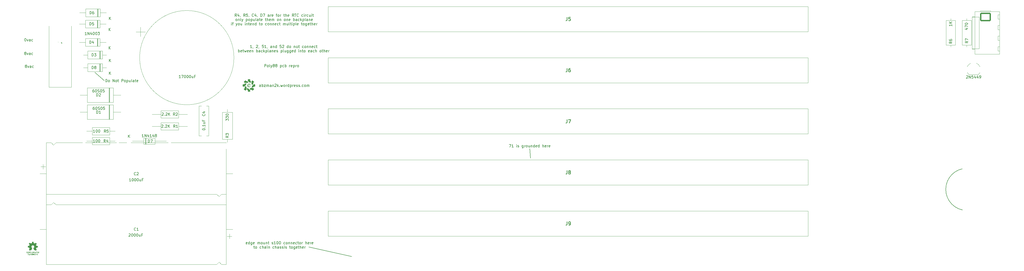
<source format=gto>
G04 #@! TF.GenerationSoftware,KiCad,Pcbnew,(6.0.0)*
G04 #@! TF.CreationDate,2022-11-09T00:17:05-05:00*
G04 #@! TF.ProjectId,poly88 backplane rev 2.1,706f6c79-3838-4206-9261-636b706c616e,rev?*
G04 #@! TF.SameCoordinates,Original*
G04 #@! TF.FileFunction,Legend,Top*
G04 #@! TF.FilePolarity,Positive*
%FSLAX46Y46*%
G04 Gerber Fmt 4.6, Leading zero omitted, Abs format (unit mm)*
G04 Created by KiCad (PCBNEW (6.0.0)) date 2022-11-09 00:17:05*
%MOMM*%
%LPD*%
G01*
G04 APERTURE LIST*
G04 Aperture macros list*
%AMRoundRect*
0 Rectangle with rounded corners*
0 $1 Rounding radius*
0 $2 $3 $4 $5 $6 $7 $8 $9 X,Y pos of 4 corners*
0 Add a 4 corners polygon primitive as box body*
4,1,4,$2,$3,$4,$5,$6,$7,$8,$9,$2,$3,0*
0 Add four circle primitives for the rounded corners*
1,1,$1+$1,$2,$3*
1,1,$1+$1,$4,$5*
1,1,$1+$1,$6,$7*
1,1,$1+$1,$8,$9*
0 Add four rect primitives between the rounded corners*
20,1,$1+$1,$2,$3,$4,$5,0*
20,1,$1+$1,$4,$5,$6,$7,0*
20,1,$1+$1,$6,$7,$8,$9,0*
20,1,$1+$1,$8,$9,$2,$3,0*%
G04 Aperture macros list end*
%ADD10C,0.150000*%
%ADD11C,0.254000*%
%ADD12C,0.100000*%
%ADD13C,0.120000*%
%ADD14C,3.450000*%
%ADD15R,1.755000X1.755000*%
%ADD16C,1.755000*%
%ADD17R,2.200000X2.200000*%
%ADD18O,2.200000X2.200000*%
%ADD19R,3.200000X3.200000*%
%ADD20O,3.200000X3.200000*%
%ADD21C,1.600000*%
%ADD22O,1.600000X1.600000*%
%ADD23C,3.400000*%
%ADD24C,7.450000*%
%ADD25RoundRect,0.250000X-1.800000X1.330000X-1.800000X-1.330000X1.800000X-1.330000X1.800000X1.330000X0*%
%ADD26O,4.100000X3.160000*%
%ADD27R,1.600000X1.600000*%
%ADD28R,2.400000X2.400000*%
%ADD29C,2.400000*%
%ADD30R,1.500000X1.500000*%
%ADD31C,1.500000*%
%ADD32O,2.400000X2.400000*%
%ADD33R,2.794000X8.382000*%
%ADD34R,1.778000X8.382000*%
G04 APERTURE END LIST*
D10*
X226838000Y-122806750D02*
X227092000Y-126362750D01*
X67834000Y-97406750D02*
X64421000Y-94358750D01*
X390160000Y-130171726D02*
G75*
G03*
X390033000Y-145920750I0J-7875024D01*
G01*
X144288000Y-159636750D02*
X160290000Y-163192750D01*
X38330476Y-81619130D02*
X38425714Y-81619130D01*
X38520952Y-81666750D01*
X38568571Y-81714369D01*
X38616190Y-81809607D01*
X38663809Y-82000083D01*
X38663809Y-82238178D01*
X38616190Y-82428654D01*
X38568571Y-82523892D01*
X38520952Y-82571511D01*
X38425714Y-82619130D01*
X38330476Y-82619130D01*
X38235238Y-82571511D01*
X38187619Y-82523892D01*
X38140000Y-82428654D01*
X38092380Y-82238178D01*
X38092380Y-82000083D01*
X38140000Y-81809607D01*
X38187619Y-81714369D01*
X38235238Y-81666750D01*
X38330476Y-81619130D01*
X38997142Y-81952464D02*
X39235238Y-82619130D01*
X39473333Y-81952464D01*
X40282857Y-82619130D02*
X40282857Y-82095321D01*
X40235238Y-82000083D01*
X40140000Y-81952464D01*
X39949523Y-81952464D01*
X39854285Y-82000083D01*
X40282857Y-82571511D02*
X40187619Y-82619130D01*
X39949523Y-82619130D01*
X39854285Y-82571511D01*
X39806666Y-82476273D01*
X39806666Y-82381035D01*
X39854285Y-82285797D01*
X39949523Y-82238178D01*
X40187619Y-82238178D01*
X40282857Y-82190559D01*
X41187619Y-82571511D02*
X41092380Y-82619130D01*
X40901904Y-82619130D01*
X40806666Y-82571511D01*
X40759047Y-82523892D01*
X40711428Y-82428654D01*
X40711428Y-82142940D01*
X40759047Y-82047702D01*
X40806666Y-82000083D01*
X40901904Y-81952464D01*
X41092380Y-81952464D01*
X41187619Y-82000083D01*
X123032857Y-85116130D02*
X122461428Y-85116130D01*
X122747142Y-85116130D02*
X122747142Y-84116130D01*
X122651904Y-84258988D01*
X122556666Y-84354226D01*
X122461428Y-84401845D01*
X123509047Y-85068511D02*
X123509047Y-85116130D01*
X123461428Y-85211369D01*
X123413809Y-85258988D01*
X124651904Y-84211369D02*
X124699523Y-84163750D01*
X124794761Y-84116130D01*
X125032857Y-84116130D01*
X125128095Y-84163750D01*
X125175714Y-84211369D01*
X125223333Y-84306607D01*
X125223333Y-84401845D01*
X125175714Y-84544702D01*
X124604285Y-85116130D01*
X125223333Y-85116130D01*
X125699523Y-85068511D02*
X125699523Y-85116130D01*
X125651904Y-85211369D01*
X125604285Y-85258988D01*
X127366190Y-84116130D02*
X126889999Y-84116130D01*
X126842380Y-84592321D01*
X126889999Y-84544702D01*
X126985238Y-84497083D01*
X127223333Y-84497083D01*
X127318571Y-84544702D01*
X127366190Y-84592321D01*
X127413809Y-84687559D01*
X127413809Y-84925654D01*
X127366190Y-85020892D01*
X127318571Y-85068511D01*
X127223333Y-85116130D01*
X126985238Y-85116130D01*
X126889999Y-85068511D01*
X126842380Y-85020892D01*
X128366190Y-85116130D02*
X127794761Y-85116130D01*
X128080476Y-85116130D02*
X128080476Y-84116130D01*
X127985238Y-84258988D01*
X127889999Y-84354226D01*
X127794761Y-84401845D01*
X128842380Y-85068511D02*
X128842380Y-85116130D01*
X128794761Y-85211369D01*
X128747142Y-85258988D01*
X130461428Y-85116130D02*
X130461428Y-84592321D01*
X130413809Y-84497083D01*
X130318571Y-84449464D01*
X130128095Y-84449464D01*
X130032857Y-84497083D01*
X130461428Y-85068511D02*
X130366190Y-85116130D01*
X130128095Y-85116130D01*
X130032857Y-85068511D01*
X129985238Y-84973273D01*
X129985238Y-84878035D01*
X130032857Y-84782797D01*
X130128095Y-84735178D01*
X130366190Y-84735178D01*
X130461428Y-84687559D01*
X130937619Y-84449464D02*
X130937619Y-85116130D01*
X130937619Y-84544702D02*
X130985238Y-84497083D01*
X131080476Y-84449464D01*
X131223333Y-84449464D01*
X131318571Y-84497083D01*
X131366190Y-84592321D01*
X131366190Y-85116130D01*
X132270952Y-85116130D02*
X132270952Y-84116130D01*
X132270952Y-85068511D02*
X132175714Y-85116130D01*
X131985238Y-85116130D01*
X131889999Y-85068511D01*
X131842380Y-85020892D01*
X131794761Y-84925654D01*
X131794761Y-84639940D01*
X131842380Y-84544702D01*
X131889999Y-84497083D01*
X131985238Y-84449464D01*
X132175714Y-84449464D01*
X132270952Y-84497083D01*
X133985238Y-84116130D02*
X133509047Y-84116130D01*
X133461428Y-84592321D01*
X133509047Y-84544702D01*
X133604285Y-84497083D01*
X133842380Y-84497083D01*
X133937619Y-84544702D01*
X133985238Y-84592321D01*
X134032857Y-84687559D01*
X134032857Y-84925654D01*
X133985238Y-85020892D01*
X133937619Y-85068511D01*
X133842380Y-85116130D01*
X133604285Y-85116130D01*
X133509047Y-85068511D01*
X133461428Y-85020892D01*
X134413809Y-84211369D02*
X134461428Y-84163750D01*
X134556666Y-84116130D01*
X134794761Y-84116130D01*
X134890000Y-84163750D01*
X134937619Y-84211369D01*
X134985238Y-84306607D01*
X134985238Y-84401845D01*
X134937619Y-84544702D01*
X134366190Y-85116130D01*
X134985238Y-85116130D01*
X136604285Y-85116130D02*
X136604285Y-84116130D01*
X136604285Y-85068511D02*
X136509047Y-85116130D01*
X136318571Y-85116130D01*
X136223333Y-85068511D01*
X136175714Y-85020892D01*
X136128095Y-84925654D01*
X136128095Y-84639940D01*
X136175714Y-84544702D01*
X136223333Y-84497083D01*
X136318571Y-84449464D01*
X136509047Y-84449464D01*
X136604285Y-84497083D01*
X137223333Y-85116130D02*
X137128095Y-85068511D01*
X137080476Y-85020892D01*
X137032857Y-84925654D01*
X137032857Y-84639940D01*
X137080476Y-84544702D01*
X137128095Y-84497083D01*
X137223333Y-84449464D01*
X137366190Y-84449464D01*
X137461428Y-84497083D01*
X137509047Y-84544702D01*
X137556666Y-84639940D01*
X137556666Y-84925654D01*
X137509047Y-85020892D01*
X137461428Y-85068511D01*
X137366190Y-85116130D01*
X137223333Y-85116130D01*
X138747142Y-84449464D02*
X138747142Y-85116130D01*
X138747142Y-84544702D02*
X138794761Y-84497083D01*
X138890000Y-84449464D01*
X139032857Y-84449464D01*
X139128095Y-84497083D01*
X139175714Y-84592321D01*
X139175714Y-85116130D01*
X139794761Y-85116130D02*
X139699523Y-85068511D01*
X139651904Y-85020892D01*
X139604285Y-84925654D01*
X139604285Y-84639940D01*
X139651904Y-84544702D01*
X139699523Y-84497083D01*
X139794761Y-84449464D01*
X139937619Y-84449464D01*
X140032857Y-84497083D01*
X140080476Y-84544702D01*
X140128095Y-84639940D01*
X140128095Y-84925654D01*
X140080476Y-85020892D01*
X140032857Y-85068511D01*
X139937619Y-85116130D01*
X139794761Y-85116130D01*
X140413809Y-84449464D02*
X140794761Y-84449464D01*
X140556666Y-84116130D02*
X140556666Y-84973273D01*
X140604285Y-85068511D01*
X140699523Y-85116130D01*
X140794761Y-85116130D01*
X142318571Y-85068511D02*
X142223333Y-85116130D01*
X142032857Y-85116130D01*
X141937619Y-85068511D01*
X141890000Y-85020892D01*
X141842380Y-84925654D01*
X141842380Y-84639940D01*
X141890000Y-84544702D01*
X141937619Y-84497083D01*
X142032857Y-84449464D01*
X142223333Y-84449464D01*
X142318571Y-84497083D01*
X142890000Y-85116130D02*
X142794761Y-85068511D01*
X142747142Y-85020892D01*
X142699523Y-84925654D01*
X142699523Y-84639940D01*
X142747142Y-84544702D01*
X142794761Y-84497083D01*
X142890000Y-84449464D01*
X143032857Y-84449464D01*
X143128095Y-84497083D01*
X143175714Y-84544702D01*
X143223333Y-84639940D01*
X143223333Y-84925654D01*
X143175714Y-85020892D01*
X143128095Y-85068511D01*
X143032857Y-85116130D01*
X142890000Y-85116130D01*
X143651904Y-84449464D02*
X143651904Y-85116130D01*
X143651904Y-84544702D02*
X143699523Y-84497083D01*
X143794761Y-84449464D01*
X143937619Y-84449464D01*
X144032857Y-84497083D01*
X144080476Y-84592321D01*
X144080476Y-85116130D01*
X144556666Y-84449464D02*
X144556666Y-85116130D01*
X144556666Y-84544702D02*
X144604285Y-84497083D01*
X144699523Y-84449464D01*
X144842380Y-84449464D01*
X144937619Y-84497083D01*
X144985238Y-84592321D01*
X144985238Y-85116130D01*
X145842380Y-85068511D02*
X145747142Y-85116130D01*
X145556666Y-85116130D01*
X145461428Y-85068511D01*
X145413809Y-84973273D01*
X145413809Y-84592321D01*
X145461428Y-84497083D01*
X145556666Y-84449464D01*
X145747142Y-84449464D01*
X145842380Y-84497083D01*
X145889999Y-84592321D01*
X145889999Y-84687559D01*
X145413809Y-84782797D01*
X146747142Y-85068511D02*
X146651904Y-85116130D01*
X146461428Y-85116130D01*
X146366190Y-85068511D01*
X146318571Y-85020892D01*
X146270952Y-84925654D01*
X146270952Y-84639940D01*
X146318571Y-84544702D01*
X146366190Y-84497083D01*
X146461428Y-84449464D01*
X146651904Y-84449464D01*
X146747142Y-84497083D01*
X147032857Y-84449464D02*
X147413809Y-84449464D01*
X147175714Y-84116130D02*
X147175714Y-84973273D01*
X147223333Y-85068511D01*
X147318571Y-85116130D01*
X147413809Y-85116130D01*
X117961428Y-86726130D02*
X117961428Y-85726130D01*
X117961428Y-86107083D02*
X118056666Y-86059464D01*
X118247142Y-86059464D01*
X118342380Y-86107083D01*
X118390000Y-86154702D01*
X118437619Y-86249940D01*
X118437619Y-86535654D01*
X118390000Y-86630892D01*
X118342380Y-86678511D01*
X118247142Y-86726130D01*
X118056666Y-86726130D01*
X117961428Y-86678511D01*
X119247142Y-86678511D02*
X119151904Y-86726130D01*
X118961428Y-86726130D01*
X118866190Y-86678511D01*
X118818571Y-86583273D01*
X118818571Y-86202321D01*
X118866190Y-86107083D01*
X118961428Y-86059464D01*
X119151904Y-86059464D01*
X119247142Y-86107083D01*
X119294761Y-86202321D01*
X119294761Y-86297559D01*
X118818571Y-86392797D01*
X119580476Y-86059464D02*
X119961428Y-86059464D01*
X119723333Y-85726130D02*
X119723333Y-86583273D01*
X119770952Y-86678511D01*
X119866190Y-86726130D01*
X119961428Y-86726130D01*
X120199523Y-86059464D02*
X120390000Y-86726130D01*
X120580476Y-86249940D01*
X120770952Y-86726130D01*
X120961428Y-86059464D01*
X121723333Y-86678511D02*
X121628095Y-86726130D01*
X121437619Y-86726130D01*
X121342380Y-86678511D01*
X121294761Y-86583273D01*
X121294761Y-86202321D01*
X121342380Y-86107083D01*
X121437619Y-86059464D01*
X121628095Y-86059464D01*
X121723333Y-86107083D01*
X121770952Y-86202321D01*
X121770952Y-86297559D01*
X121294761Y-86392797D01*
X122580476Y-86678511D02*
X122485238Y-86726130D01*
X122294761Y-86726130D01*
X122199523Y-86678511D01*
X122151904Y-86583273D01*
X122151904Y-86202321D01*
X122199523Y-86107083D01*
X122294761Y-86059464D01*
X122485238Y-86059464D01*
X122580476Y-86107083D01*
X122628095Y-86202321D01*
X122628095Y-86297559D01*
X122151904Y-86392797D01*
X123056666Y-86059464D02*
X123056666Y-86726130D01*
X123056666Y-86154702D02*
X123104285Y-86107083D01*
X123199523Y-86059464D01*
X123342380Y-86059464D01*
X123437619Y-86107083D01*
X123485238Y-86202321D01*
X123485238Y-86726130D01*
X124723333Y-86726130D02*
X124723333Y-85726130D01*
X124723333Y-86107083D02*
X124818571Y-86059464D01*
X125009047Y-86059464D01*
X125104285Y-86107083D01*
X125151904Y-86154702D01*
X125199523Y-86249940D01*
X125199523Y-86535654D01*
X125151904Y-86630892D01*
X125104285Y-86678511D01*
X125009047Y-86726130D01*
X124818571Y-86726130D01*
X124723333Y-86678511D01*
X126056666Y-86726130D02*
X126056666Y-86202321D01*
X126009047Y-86107083D01*
X125913809Y-86059464D01*
X125723333Y-86059464D01*
X125628095Y-86107083D01*
X126056666Y-86678511D02*
X125961428Y-86726130D01*
X125723333Y-86726130D01*
X125628095Y-86678511D01*
X125580476Y-86583273D01*
X125580476Y-86488035D01*
X125628095Y-86392797D01*
X125723333Y-86345178D01*
X125961428Y-86345178D01*
X126056666Y-86297559D01*
X126961428Y-86678511D02*
X126866190Y-86726130D01*
X126675714Y-86726130D01*
X126580476Y-86678511D01*
X126532857Y-86630892D01*
X126485238Y-86535654D01*
X126485238Y-86249940D01*
X126532857Y-86154702D01*
X126580476Y-86107083D01*
X126675714Y-86059464D01*
X126866190Y-86059464D01*
X126961428Y-86107083D01*
X127390000Y-86726130D02*
X127390000Y-85726130D01*
X127485238Y-86345178D02*
X127770952Y-86726130D01*
X127770952Y-86059464D02*
X127390000Y-86440416D01*
X128199523Y-86059464D02*
X128199523Y-87059464D01*
X128199523Y-86107083D02*
X128294761Y-86059464D01*
X128485238Y-86059464D01*
X128580476Y-86107083D01*
X128628095Y-86154702D01*
X128675714Y-86249940D01*
X128675714Y-86535654D01*
X128628095Y-86630892D01*
X128580476Y-86678511D01*
X128485238Y-86726130D01*
X128294761Y-86726130D01*
X128199523Y-86678511D01*
X129247142Y-86726130D02*
X129151904Y-86678511D01*
X129104285Y-86583273D01*
X129104285Y-85726130D01*
X130056666Y-86726130D02*
X130056666Y-86202321D01*
X130009047Y-86107083D01*
X129913809Y-86059464D01*
X129723333Y-86059464D01*
X129628095Y-86107083D01*
X130056666Y-86678511D02*
X129961428Y-86726130D01*
X129723333Y-86726130D01*
X129628095Y-86678511D01*
X129580476Y-86583273D01*
X129580476Y-86488035D01*
X129628095Y-86392797D01*
X129723333Y-86345178D01*
X129961428Y-86345178D01*
X130056666Y-86297559D01*
X130532857Y-86059464D02*
X130532857Y-86726130D01*
X130532857Y-86154702D02*
X130580476Y-86107083D01*
X130675714Y-86059464D01*
X130818571Y-86059464D01*
X130913809Y-86107083D01*
X130961428Y-86202321D01*
X130961428Y-86726130D01*
X131818571Y-86678511D02*
X131723333Y-86726130D01*
X131532857Y-86726130D01*
X131437619Y-86678511D01*
X131390000Y-86583273D01*
X131390000Y-86202321D01*
X131437619Y-86107083D01*
X131532857Y-86059464D01*
X131723333Y-86059464D01*
X131818571Y-86107083D01*
X131866190Y-86202321D01*
X131866190Y-86297559D01*
X131390000Y-86392797D01*
X132247142Y-86678511D02*
X132342380Y-86726130D01*
X132532857Y-86726130D01*
X132628095Y-86678511D01*
X132675714Y-86583273D01*
X132675714Y-86535654D01*
X132628095Y-86440416D01*
X132532857Y-86392797D01*
X132390000Y-86392797D01*
X132294761Y-86345178D01*
X132247142Y-86249940D01*
X132247142Y-86202321D01*
X132294761Y-86107083D01*
X132390000Y-86059464D01*
X132532857Y-86059464D01*
X132628095Y-86107083D01*
X133866190Y-86059464D02*
X133866190Y-87059464D01*
X133866190Y-86107083D02*
X133961428Y-86059464D01*
X134151904Y-86059464D01*
X134247142Y-86107083D01*
X134294761Y-86154702D01*
X134342380Y-86249940D01*
X134342380Y-86535654D01*
X134294761Y-86630892D01*
X134247142Y-86678511D01*
X134151904Y-86726130D01*
X133961428Y-86726130D01*
X133866190Y-86678511D01*
X134913809Y-86726130D02*
X134818571Y-86678511D01*
X134770952Y-86583273D01*
X134770952Y-85726130D01*
X135723333Y-86059464D02*
X135723333Y-86726130D01*
X135294761Y-86059464D02*
X135294761Y-86583273D01*
X135342380Y-86678511D01*
X135437619Y-86726130D01*
X135580476Y-86726130D01*
X135675714Y-86678511D01*
X135723333Y-86630892D01*
X136628095Y-86059464D02*
X136628095Y-86868988D01*
X136580476Y-86964226D01*
X136532857Y-87011845D01*
X136437619Y-87059464D01*
X136294761Y-87059464D01*
X136199523Y-87011845D01*
X136628095Y-86678511D02*
X136532857Y-86726130D01*
X136342380Y-86726130D01*
X136247142Y-86678511D01*
X136199523Y-86630892D01*
X136151904Y-86535654D01*
X136151904Y-86249940D01*
X136199523Y-86154702D01*
X136247142Y-86107083D01*
X136342380Y-86059464D01*
X136532857Y-86059464D01*
X136628095Y-86107083D01*
X137532857Y-86059464D02*
X137532857Y-86868988D01*
X137485238Y-86964226D01*
X137437619Y-87011845D01*
X137342380Y-87059464D01*
X137199523Y-87059464D01*
X137104285Y-87011845D01*
X137532857Y-86678511D02*
X137437619Y-86726130D01*
X137247142Y-86726130D01*
X137151904Y-86678511D01*
X137104285Y-86630892D01*
X137056666Y-86535654D01*
X137056666Y-86249940D01*
X137104285Y-86154702D01*
X137151904Y-86107083D01*
X137247142Y-86059464D01*
X137437619Y-86059464D01*
X137532857Y-86107083D01*
X138390000Y-86678511D02*
X138294761Y-86726130D01*
X138104285Y-86726130D01*
X138009047Y-86678511D01*
X137961428Y-86583273D01*
X137961428Y-86202321D01*
X138009047Y-86107083D01*
X138104285Y-86059464D01*
X138294761Y-86059464D01*
X138390000Y-86107083D01*
X138437619Y-86202321D01*
X138437619Y-86297559D01*
X137961428Y-86392797D01*
X139294761Y-86726130D02*
X139294761Y-85726130D01*
X139294761Y-86678511D02*
X139199523Y-86726130D01*
X139009047Y-86726130D01*
X138913809Y-86678511D01*
X138866190Y-86630892D01*
X138818571Y-86535654D01*
X138818571Y-86249940D01*
X138866190Y-86154702D01*
X138913809Y-86107083D01*
X139009047Y-86059464D01*
X139199523Y-86059464D01*
X139294761Y-86107083D01*
X140532857Y-86726130D02*
X140532857Y-86059464D01*
X140532857Y-85726130D02*
X140485238Y-85773750D01*
X140532857Y-85821369D01*
X140580476Y-85773750D01*
X140532857Y-85726130D01*
X140532857Y-85821369D01*
X141009047Y-86059464D02*
X141009047Y-86726130D01*
X141009047Y-86154702D02*
X141056666Y-86107083D01*
X141151904Y-86059464D01*
X141294761Y-86059464D01*
X141390000Y-86107083D01*
X141437619Y-86202321D01*
X141437619Y-86726130D01*
X141770952Y-86059464D02*
X142151904Y-86059464D01*
X141913809Y-85726130D02*
X141913809Y-86583273D01*
X141961428Y-86678511D01*
X142056666Y-86726130D01*
X142151904Y-86726130D01*
X142628095Y-86726130D02*
X142532857Y-86678511D01*
X142485238Y-86630892D01*
X142437619Y-86535654D01*
X142437619Y-86249940D01*
X142485238Y-86154702D01*
X142532857Y-86107083D01*
X142628095Y-86059464D01*
X142770952Y-86059464D01*
X142866190Y-86107083D01*
X142913809Y-86154702D01*
X142961428Y-86249940D01*
X142961428Y-86535654D01*
X142913809Y-86630892D01*
X142866190Y-86678511D01*
X142770952Y-86726130D01*
X142628095Y-86726130D01*
X144532857Y-86678511D02*
X144437619Y-86726130D01*
X144247142Y-86726130D01*
X144151904Y-86678511D01*
X144104285Y-86583273D01*
X144104285Y-86202321D01*
X144151904Y-86107083D01*
X144247142Y-86059464D01*
X144437619Y-86059464D01*
X144532857Y-86107083D01*
X144580476Y-86202321D01*
X144580476Y-86297559D01*
X144104285Y-86392797D01*
X145437619Y-86726130D02*
X145437619Y-86202321D01*
X145389999Y-86107083D01*
X145294761Y-86059464D01*
X145104285Y-86059464D01*
X145009047Y-86107083D01*
X145437619Y-86678511D02*
X145342380Y-86726130D01*
X145104285Y-86726130D01*
X145009047Y-86678511D01*
X144961428Y-86583273D01*
X144961428Y-86488035D01*
X145009047Y-86392797D01*
X145104285Y-86345178D01*
X145342380Y-86345178D01*
X145437619Y-86297559D01*
X146342380Y-86678511D02*
X146247142Y-86726130D01*
X146056666Y-86726130D01*
X145961428Y-86678511D01*
X145913809Y-86630892D01*
X145866190Y-86535654D01*
X145866190Y-86249940D01*
X145913809Y-86154702D01*
X145961428Y-86107083D01*
X146056666Y-86059464D01*
X146247142Y-86059464D01*
X146342380Y-86107083D01*
X146770952Y-86726130D02*
X146770952Y-85726130D01*
X147199523Y-86726130D02*
X147199523Y-86202321D01*
X147151904Y-86107083D01*
X147056666Y-86059464D01*
X146913809Y-86059464D01*
X146818571Y-86107083D01*
X146770952Y-86154702D01*
X148580476Y-86726130D02*
X148485238Y-86678511D01*
X148437619Y-86630892D01*
X148389999Y-86535654D01*
X148389999Y-86249940D01*
X148437619Y-86154702D01*
X148485238Y-86107083D01*
X148580476Y-86059464D01*
X148723333Y-86059464D01*
X148818571Y-86107083D01*
X148866190Y-86154702D01*
X148913809Y-86249940D01*
X148913809Y-86535654D01*
X148866190Y-86630892D01*
X148818571Y-86678511D01*
X148723333Y-86726130D01*
X148580476Y-86726130D01*
X149199523Y-86059464D02*
X149580476Y-86059464D01*
X149342380Y-85726130D02*
X149342380Y-86583273D01*
X149389999Y-86678511D01*
X149485238Y-86726130D01*
X149580476Y-86726130D01*
X149913809Y-86726130D02*
X149913809Y-85726130D01*
X150342380Y-86726130D02*
X150342380Y-86202321D01*
X150294761Y-86107083D01*
X150199523Y-86059464D01*
X150056666Y-86059464D01*
X149961428Y-86107083D01*
X149913809Y-86154702D01*
X151199523Y-86678511D02*
X151104285Y-86726130D01*
X150913809Y-86726130D01*
X150818571Y-86678511D01*
X150770952Y-86583273D01*
X150770952Y-86202321D01*
X150818571Y-86107083D01*
X150913809Y-86059464D01*
X151104285Y-86059464D01*
X151199523Y-86107083D01*
X151247142Y-86202321D01*
X151247142Y-86297559D01*
X150770952Y-86392797D01*
X151675714Y-86726130D02*
X151675714Y-86059464D01*
X151675714Y-86249940D02*
X151723333Y-86154702D01*
X151770952Y-86107083D01*
X151866190Y-86059464D01*
X151961428Y-86059464D01*
X219171333Y-121243130D02*
X219838000Y-121243130D01*
X219409428Y-122243130D01*
X220742761Y-122243130D02*
X220171333Y-122243130D01*
X220457047Y-122243130D02*
X220457047Y-121243130D01*
X220361809Y-121385988D01*
X220266571Y-121481226D01*
X220171333Y-121528845D01*
X221933238Y-122243130D02*
X221933238Y-121576464D01*
X221933238Y-121243130D02*
X221885619Y-121290750D01*
X221933238Y-121338369D01*
X221980857Y-121290750D01*
X221933238Y-121243130D01*
X221933238Y-121338369D01*
X222361809Y-122195511D02*
X222457047Y-122243130D01*
X222647523Y-122243130D01*
X222742761Y-122195511D01*
X222790380Y-122100273D01*
X222790380Y-122052654D01*
X222742761Y-121957416D01*
X222647523Y-121909797D01*
X222504666Y-121909797D01*
X222409428Y-121862178D01*
X222361809Y-121766940D01*
X222361809Y-121719321D01*
X222409428Y-121624083D01*
X222504666Y-121576464D01*
X222647523Y-121576464D01*
X222742761Y-121624083D01*
X224409428Y-121576464D02*
X224409428Y-122385988D01*
X224361809Y-122481226D01*
X224314190Y-122528845D01*
X224218952Y-122576464D01*
X224076095Y-122576464D01*
X223980857Y-122528845D01*
X224409428Y-122195511D02*
X224314190Y-122243130D01*
X224123714Y-122243130D01*
X224028476Y-122195511D01*
X223980857Y-122147892D01*
X223933238Y-122052654D01*
X223933238Y-121766940D01*
X223980857Y-121671702D01*
X224028476Y-121624083D01*
X224123714Y-121576464D01*
X224314190Y-121576464D01*
X224409428Y-121624083D01*
X224885619Y-122243130D02*
X224885619Y-121576464D01*
X224885619Y-121766940D02*
X224933238Y-121671702D01*
X224980857Y-121624083D01*
X225076095Y-121576464D01*
X225171333Y-121576464D01*
X225647523Y-122243130D02*
X225552285Y-122195511D01*
X225504666Y-122147892D01*
X225457047Y-122052654D01*
X225457047Y-121766940D01*
X225504666Y-121671702D01*
X225552285Y-121624083D01*
X225647523Y-121576464D01*
X225790380Y-121576464D01*
X225885619Y-121624083D01*
X225933238Y-121671702D01*
X225980857Y-121766940D01*
X225980857Y-122052654D01*
X225933238Y-122147892D01*
X225885619Y-122195511D01*
X225790380Y-122243130D01*
X225647523Y-122243130D01*
X226838000Y-121576464D02*
X226838000Y-122243130D01*
X226409428Y-121576464D02*
X226409428Y-122100273D01*
X226457047Y-122195511D01*
X226552285Y-122243130D01*
X226695142Y-122243130D01*
X226790380Y-122195511D01*
X226838000Y-122147892D01*
X227314190Y-121576464D02*
X227314190Y-122243130D01*
X227314190Y-121671702D02*
X227361809Y-121624083D01*
X227457047Y-121576464D01*
X227599904Y-121576464D01*
X227695142Y-121624083D01*
X227742761Y-121719321D01*
X227742761Y-122243130D01*
X228647523Y-122243130D02*
X228647523Y-121243130D01*
X228647523Y-122195511D02*
X228552285Y-122243130D01*
X228361809Y-122243130D01*
X228266571Y-122195511D01*
X228218952Y-122147892D01*
X228171333Y-122052654D01*
X228171333Y-121766940D01*
X228218952Y-121671702D01*
X228266571Y-121624083D01*
X228361809Y-121576464D01*
X228552285Y-121576464D01*
X228647523Y-121624083D01*
X229504666Y-122195511D02*
X229409428Y-122243130D01*
X229218952Y-122243130D01*
X229123714Y-122195511D01*
X229076095Y-122100273D01*
X229076095Y-121719321D01*
X229123714Y-121624083D01*
X229218952Y-121576464D01*
X229409428Y-121576464D01*
X229504666Y-121624083D01*
X229552285Y-121719321D01*
X229552285Y-121814559D01*
X229076095Y-121909797D01*
X230409428Y-122243130D02*
X230409428Y-121243130D01*
X230409428Y-122195511D02*
X230314190Y-122243130D01*
X230123714Y-122243130D01*
X230028476Y-122195511D01*
X229980857Y-122147892D01*
X229933238Y-122052654D01*
X229933238Y-121766940D01*
X229980857Y-121671702D01*
X230028476Y-121624083D01*
X230123714Y-121576464D01*
X230314190Y-121576464D01*
X230409428Y-121624083D01*
X231647523Y-122243130D02*
X231647523Y-121243130D01*
X232076095Y-122243130D02*
X232076095Y-121719321D01*
X232028476Y-121624083D01*
X231933238Y-121576464D01*
X231790380Y-121576464D01*
X231695142Y-121624083D01*
X231647523Y-121671702D01*
X232933238Y-122195511D02*
X232838000Y-122243130D01*
X232647523Y-122243130D01*
X232552285Y-122195511D01*
X232504666Y-122100273D01*
X232504666Y-121719321D01*
X232552285Y-121624083D01*
X232647523Y-121576464D01*
X232838000Y-121576464D01*
X232933238Y-121624083D01*
X232980857Y-121719321D01*
X232980857Y-121814559D01*
X232504666Y-121909797D01*
X233409428Y-122243130D02*
X233409428Y-121576464D01*
X233409428Y-121766940D02*
X233457047Y-121671702D01*
X233504666Y-121624083D01*
X233599904Y-121576464D01*
X233695142Y-121576464D01*
X234409428Y-122195511D02*
X234314190Y-122243130D01*
X234123714Y-122243130D01*
X234028476Y-122195511D01*
X233980857Y-122100273D01*
X233980857Y-121719321D01*
X234028476Y-121624083D01*
X234123714Y-121576464D01*
X234314190Y-121576464D01*
X234409428Y-121624083D01*
X234457047Y-121719321D01*
X234457047Y-121814559D01*
X233980857Y-121909797D01*
X38536857Y-91953702D02*
X38441619Y-91906083D01*
X38394000Y-91858464D01*
X38346380Y-91763226D01*
X38346380Y-91715607D01*
X38394000Y-91620369D01*
X38441619Y-91572750D01*
X38536857Y-91525130D01*
X38727333Y-91525130D01*
X38822571Y-91572750D01*
X38870190Y-91620369D01*
X38917809Y-91715607D01*
X38917809Y-91763226D01*
X38870190Y-91858464D01*
X38822571Y-91906083D01*
X38727333Y-91953702D01*
X38536857Y-91953702D01*
X38441619Y-92001321D01*
X38394000Y-92048940D01*
X38346380Y-92144178D01*
X38346380Y-92334654D01*
X38394000Y-92429892D01*
X38441619Y-92477511D01*
X38536857Y-92525130D01*
X38727333Y-92525130D01*
X38822571Y-92477511D01*
X38870190Y-92429892D01*
X38917809Y-92334654D01*
X38917809Y-92144178D01*
X38870190Y-92048940D01*
X38822571Y-92001321D01*
X38727333Y-91953702D01*
X39251142Y-91858464D02*
X39489238Y-92525130D01*
X39727333Y-91858464D01*
X40536857Y-92525130D02*
X40536857Y-92001321D01*
X40489238Y-91906083D01*
X40394000Y-91858464D01*
X40203523Y-91858464D01*
X40108285Y-91906083D01*
X40536857Y-92477511D02*
X40441619Y-92525130D01*
X40203523Y-92525130D01*
X40108285Y-92477511D01*
X40060666Y-92382273D01*
X40060666Y-92287035D01*
X40108285Y-92191797D01*
X40203523Y-92144178D01*
X40441619Y-92144178D01*
X40536857Y-92096559D01*
X41441619Y-92477511D02*
X41346380Y-92525130D01*
X41155904Y-92525130D01*
X41060666Y-92477511D01*
X41013047Y-92429892D01*
X40965428Y-92334654D01*
X40965428Y-92048940D01*
X41013047Y-91953702D01*
X41060666Y-91906083D01*
X41155904Y-91858464D01*
X41346380Y-91858464D01*
X41441619Y-91906083D01*
X127770857Y-92271130D02*
X127770857Y-91271130D01*
X128151809Y-91271130D01*
X128247047Y-91318750D01*
X128294666Y-91366369D01*
X128342285Y-91461607D01*
X128342285Y-91604464D01*
X128294666Y-91699702D01*
X128247047Y-91747321D01*
X128151809Y-91794940D01*
X127770857Y-91794940D01*
X128913714Y-92271130D02*
X128818476Y-92223511D01*
X128770857Y-92175892D01*
X128723238Y-92080654D01*
X128723238Y-91794940D01*
X128770857Y-91699702D01*
X128818476Y-91652083D01*
X128913714Y-91604464D01*
X129056571Y-91604464D01*
X129151809Y-91652083D01*
X129199428Y-91699702D01*
X129247047Y-91794940D01*
X129247047Y-92080654D01*
X129199428Y-92175892D01*
X129151809Y-92223511D01*
X129056571Y-92271130D01*
X128913714Y-92271130D01*
X129818476Y-92271130D02*
X129723238Y-92223511D01*
X129675619Y-92128273D01*
X129675619Y-91271130D01*
X130104190Y-91604464D02*
X130342285Y-92271130D01*
X130580380Y-91604464D02*
X130342285Y-92271130D01*
X130247047Y-92509226D01*
X130199428Y-92556845D01*
X130104190Y-92604464D01*
X131104190Y-91699702D02*
X131008952Y-91652083D01*
X130961333Y-91604464D01*
X130913714Y-91509226D01*
X130913714Y-91461607D01*
X130961333Y-91366369D01*
X131008952Y-91318750D01*
X131104190Y-91271130D01*
X131294666Y-91271130D01*
X131389904Y-91318750D01*
X131437523Y-91366369D01*
X131485142Y-91461607D01*
X131485142Y-91509226D01*
X131437523Y-91604464D01*
X131389904Y-91652083D01*
X131294666Y-91699702D01*
X131104190Y-91699702D01*
X131008952Y-91747321D01*
X130961333Y-91794940D01*
X130913714Y-91890178D01*
X130913714Y-92080654D01*
X130961333Y-92175892D01*
X131008952Y-92223511D01*
X131104190Y-92271130D01*
X131294666Y-92271130D01*
X131389904Y-92223511D01*
X131437523Y-92175892D01*
X131485142Y-92080654D01*
X131485142Y-91890178D01*
X131437523Y-91794940D01*
X131389904Y-91747321D01*
X131294666Y-91699702D01*
X132056571Y-91699702D02*
X131961333Y-91652083D01*
X131913714Y-91604464D01*
X131866095Y-91509226D01*
X131866095Y-91461607D01*
X131913714Y-91366369D01*
X131961333Y-91318750D01*
X132056571Y-91271130D01*
X132247047Y-91271130D01*
X132342285Y-91318750D01*
X132389904Y-91366369D01*
X132437523Y-91461607D01*
X132437523Y-91509226D01*
X132389904Y-91604464D01*
X132342285Y-91652083D01*
X132247047Y-91699702D01*
X132056571Y-91699702D01*
X131961333Y-91747321D01*
X131913714Y-91794940D01*
X131866095Y-91890178D01*
X131866095Y-92080654D01*
X131913714Y-92175892D01*
X131961333Y-92223511D01*
X132056571Y-92271130D01*
X132247047Y-92271130D01*
X132342285Y-92223511D01*
X132389904Y-92175892D01*
X132437523Y-92080654D01*
X132437523Y-91890178D01*
X132389904Y-91794940D01*
X132342285Y-91747321D01*
X132247047Y-91699702D01*
X133628000Y-91604464D02*
X133628000Y-92604464D01*
X133628000Y-91652083D02*
X133723238Y-91604464D01*
X133913714Y-91604464D01*
X134008952Y-91652083D01*
X134056571Y-91699702D01*
X134104190Y-91794940D01*
X134104190Y-92080654D01*
X134056571Y-92175892D01*
X134008952Y-92223511D01*
X133913714Y-92271130D01*
X133723238Y-92271130D01*
X133628000Y-92223511D01*
X134961333Y-92223511D02*
X134866095Y-92271130D01*
X134675619Y-92271130D01*
X134580380Y-92223511D01*
X134532761Y-92175892D01*
X134485142Y-92080654D01*
X134485142Y-91794940D01*
X134532761Y-91699702D01*
X134580380Y-91652083D01*
X134675619Y-91604464D01*
X134866095Y-91604464D01*
X134961333Y-91652083D01*
X135389904Y-92271130D02*
X135389904Y-91271130D01*
X135389904Y-91652083D02*
X135485142Y-91604464D01*
X135675619Y-91604464D01*
X135770857Y-91652083D01*
X135818476Y-91699702D01*
X135866095Y-91794940D01*
X135866095Y-92080654D01*
X135818476Y-92175892D01*
X135770857Y-92223511D01*
X135675619Y-92271130D01*
X135485142Y-92271130D01*
X135389904Y-92223511D01*
X137056571Y-92271130D02*
X137056571Y-91604464D01*
X137056571Y-91794940D02*
X137104190Y-91699702D01*
X137151809Y-91652083D01*
X137247047Y-91604464D01*
X137342285Y-91604464D01*
X138056571Y-92223511D02*
X137961333Y-92271130D01*
X137770857Y-92271130D01*
X137675619Y-92223511D01*
X137628000Y-92128273D01*
X137628000Y-91747321D01*
X137675619Y-91652083D01*
X137770857Y-91604464D01*
X137961333Y-91604464D01*
X138056571Y-91652083D01*
X138104190Y-91747321D01*
X138104190Y-91842559D01*
X137628000Y-91937797D01*
X138532761Y-91604464D02*
X138532761Y-92604464D01*
X138532761Y-91652083D02*
X138628000Y-91604464D01*
X138818476Y-91604464D01*
X138913714Y-91652083D01*
X138961333Y-91699702D01*
X139008952Y-91794940D01*
X139008952Y-92080654D01*
X138961333Y-92175892D01*
X138913714Y-92223511D01*
X138818476Y-92271130D01*
X138628000Y-92271130D01*
X138532761Y-92223511D01*
X139437523Y-92271130D02*
X139437523Y-91604464D01*
X139437523Y-91794940D02*
X139485142Y-91699702D01*
X139532761Y-91652083D01*
X139628000Y-91604464D01*
X139723238Y-91604464D01*
X140199428Y-92271130D02*
X140104190Y-92223511D01*
X140056571Y-92175892D01*
X140008952Y-92080654D01*
X140008952Y-91794940D01*
X140056571Y-91699702D01*
X140104190Y-91652083D01*
X140199428Y-91604464D01*
X140342285Y-91604464D01*
X140437523Y-91652083D01*
X140485142Y-91699702D01*
X140532761Y-91794940D01*
X140532761Y-92080654D01*
X140485142Y-92175892D01*
X140437523Y-92223511D01*
X140342285Y-92271130D01*
X140199428Y-92271130D01*
X121246952Y-158474511D02*
X121151714Y-158522130D01*
X120961238Y-158522130D01*
X120866000Y-158474511D01*
X120818380Y-158379273D01*
X120818380Y-157998321D01*
X120866000Y-157903083D01*
X120961238Y-157855464D01*
X121151714Y-157855464D01*
X121246952Y-157903083D01*
X121294571Y-157998321D01*
X121294571Y-158093559D01*
X120818380Y-158188797D01*
X122151714Y-158522130D02*
X122151714Y-157522130D01*
X122151714Y-158474511D02*
X122056476Y-158522130D01*
X121866000Y-158522130D01*
X121770761Y-158474511D01*
X121723142Y-158426892D01*
X121675523Y-158331654D01*
X121675523Y-158045940D01*
X121723142Y-157950702D01*
X121770761Y-157903083D01*
X121866000Y-157855464D01*
X122056476Y-157855464D01*
X122151714Y-157903083D01*
X123056476Y-157855464D02*
X123056476Y-158664988D01*
X123008857Y-158760226D01*
X122961238Y-158807845D01*
X122866000Y-158855464D01*
X122723142Y-158855464D01*
X122627904Y-158807845D01*
X123056476Y-158474511D02*
X122961238Y-158522130D01*
X122770761Y-158522130D01*
X122675523Y-158474511D01*
X122627904Y-158426892D01*
X122580285Y-158331654D01*
X122580285Y-158045940D01*
X122627904Y-157950702D01*
X122675523Y-157903083D01*
X122770761Y-157855464D01*
X122961238Y-157855464D01*
X123056476Y-157903083D01*
X123913619Y-158474511D02*
X123818380Y-158522130D01*
X123627904Y-158522130D01*
X123532666Y-158474511D01*
X123485047Y-158379273D01*
X123485047Y-157998321D01*
X123532666Y-157903083D01*
X123627904Y-157855464D01*
X123818380Y-157855464D01*
X123913619Y-157903083D01*
X123961238Y-157998321D01*
X123961238Y-158093559D01*
X123485047Y-158188797D01*
X125151714Y-158522130D02*
X125151714Y-157855464D01*
X125151714Y-157950702D02*
X125199333Y-157903083D01*
X125294571Y-157855464D01*
X125437428Y-157855464D01*
X125532666Y-157903083D01*
X125580285Y-157998321D01*
X125580285Y-158522130D01*
X125580285Y-157998321D02*
X125627904Y-157903083D01*
X125723142Y-157855464D01*
X125866000Y-157855464D01*
X125961238Y-157903083D01*
X126008857Y-157998321D01*
X126008857Y-158522130D01*
X126627904Y-158522130D02*
X126532666Y-158474511D01*
X126485047Y-158426892D01*
X126437428Y-158331654D01*
X126437428Y-158045940D01*
X126485047Y-157950702D01*
X126532666Y-157903083D01*
X126627904Y-157855464D01*
X126770761Y-157855464D01*
X126866000Y-157903083D01*
X126913619Y-157950702D01*
X126961238Y-158045940D01*
X126961238Y-158331654D01*
X126913619Y-158426892D01*
X126866000Y-158474511D01*
X126770761Y-158522130D01*
X126627904Y-158522130D01*
X127818380Y-157855464D02*
X127818380Y-158522130D01*
X127389809Y-157855464D02*
X127389809Y-158379273D01*
X127437428Y-158474511D01*
X127532666Y-158522130D01*
X127675523Y-158522130D01*
X127770761Y-158474511D01*
X127818380Y-158426892D01*
X128294571Y-157855464D02*
X128294571Y-158522130D01*
X128294571Y-157950702D02*
X128342190Y-157903083D01*
X128437428Y-157855464D01*
X128580285Y-157855464D01*
X128675523Y-157903083D01*
X128723142Y-157998321D01*
X128723142Y-158522130D01*
X129056476Y-157855464D02*
X129437428Y-157855464D01*
X129199333Y-157522130D02*
X129199333Y-158379273D01*
X129246952Y-158474511D01*
X129342190Y-158522130D01*
X129437428Y-158522130D01*
X130485047Y-158474511D02*
X130580285Y-158522130D01*
X130770761Y-158522130D01*
X130866000Y-158474511D01*
X130913619Y-158379273D01*
X130913619Y-158331654D01*
X130866000Y-158236416D01*
X130770761Y-158188797D01*
X130627904Y-158188797D01*
X130532666Y-158141178D01*
X130485047Y-158045940D01*
X130485047Y-157998321D01*
X130532666Y-157903083D01*
X130627904Y-157855464D01*
X130770761Y-157855464D01*
X130866000Y-157903083D01*
X131866000Y-158522130D02*
X131294571Y-158522130D01*
X131580285Y-158522130D02*
X131580285Y-157522130D01*
X131485047Y-157664988D01*
X131389809Y-157760226D01*
X131294571Y-157807845D01*
X132485047Y-157522130D02*
X132580285Y-157522130D01*
X132675523Y-157569750D01*
X132723142Y-157617369D01*
X132770761Y-157712607D01*
X132818380Y-157903083D01*
X132818380Y-158141178D01*
X132770761Y-158331654D01*
X132723142Y-158426892D01*
X132675523Y-158474511D01*
X132580285Y-158522130D01*
X132485047Y-158522130D01*
X132389809Y-158474511D01*
X132342190Y-158426892D01*
X132294571Y-158331654D01*
X132246952Y-158141178D01*
X132246952Y-157903083D01*
X132294571Y-157712607D01*
X132342190Y-157617369D01*
X132389809Y-157569750D01*
X132485047Y-157522130D01*
X133437428Y-157522130D02*
X133532666Y-157522130D01*
X133627904Y-157569750D01*
X133675523Y-157617369D01*
X133723142Y-157712607D01*
X133770761Y-157903083D01*
X133770761Y-158141178D01*
X133723142Y-158331654D01*
X133675523Y-158426892D01*
X133627904Y-158474511D01*
X133532666Y-158522130D01*
X133437428Y-158522130D01*
X133342190Y-158474511D01*
X133294571Y-158426892D01*
X133246952Y-158331654D01*
X133199333Y-158141178D01*
X133199333Y-157903083D01*
X133246952Y-157712607D01*
X133294571Y-157617369D01*
X133342190Y-157569750D01*
X133437428Y-157522130D01*
X135389809Y-158474511D02*
X135294571Y-158522130D01*
X135104095Y-158522130D01*
X135008857Y-158474511D01*
X134961238Y-158426892D01*
X134913619Y-158331654D01*
X134913619Y-158045940D01*
X134961238Y-157950702D01*
X135008857Y-157903083D01*
X135104095Y-157855464D01*
X135294571Y-157855464D01*
X135389809Y-157903083D01*
X135961238Y-158522130D02*
X135866000Y-158474511D01*
X135818380Y-158426892D01*
X135770761Y-158331654D01*
X135770761Y-158045940D01*
X135818380Y-157950702D01*
X135866000Y-157903083D01*
X135961238Y-157855464D01*
X136104095Y-157855464D01*
X136199333Y-157903083D01*
X136246952Y-157950702D01*
X136294571Y-158045940D01*
X136294571Y-158331654D01*
X136246952Y-158426892D01*
X136199333Y-158474511D01*
X136104095Y-158522130D01*
X135961238Y-158522130D01*
X136723142Y-157855464D02*
X136723142Y-158522130D01*
X136723142Y-157950702D02*
X136770761Y-157903083D01*
X136866000Y-157855464D01*
X137008857Y-157855464D01*
X137104095Y-157903083D01*
X137151714Y-157998321D01*
X137151714Y-158522130D01*
X137627904Y-157855464D02*
X137627904Y-158522130D01*
X137627904Y-157950702D02*
X137675523Y-157903083D01*
X137770761Y-157855464D01*
X137913619Y-157855464D01*
X138008857Y-157903083D01*
X138056476Y-157998321D01*
X138056476Y-158522130D01*
X138913619Y-158474511D02*
X138818380Y-158522130D01*
X138627904Y-158522130D01*
X138532666Y-158474511D01*
X138485047Y-158379273D01*
X138485047Y-157998321D01*
X138532666Y-157903083D01*
X138627904Y-157855464D01*
X138818380Y-157855464D01*
X138913619Y-157903083D01*
X138961238Y-157998321D01*
X138961238Y-158093559D01*
X138485047Y-158188797D01*
X139818380Y-158474511D02*
X139723142Y-158522130D01*
X139532666Y-158522130D01*
X139437428Y-158474511D01*
X139389809Y-158426892D01*
X139342190Y-158331654D01*
X139342190Y-158045940D01*
X139389809Y-157950702D01*
X139437428Y-157903083D01*
X139532666Y-157855464D01*
X139723142Y-157855464D01*
X139818380Y-157903083D01*
X140104095Y-157855464D02*
X140485047Y-157855464D01*
X140246952Y-157522130D02*
X140246952Y-158379273D01*
X140294571Y-158474511D01*
X140389809Y-158522130D01*
X140485047Y-158522130D01*
X140961238Y-158522130D02*
X140866000Y-158474511D01*
X140818380Y-158426892D01*
X140770761Y-158331654D01*
X140770761Y-158045940D01*
X140818380Y-157950702D01*
X140866000Y-157903083D01*
X140961238Y-157855464D01*
X141104095Y-157855464D01*
X141199333Y-157903083D01*
X141246952Y-157950702D01*
X141294571Y-158045940D01*
X141294571Y-158331654D01*
X141246952Y-158426892D01*
X141199333Y-158474511D01*
X141104095Y-158522130D01*
X140961238Y-158522130D01*
X141723142Y-158522130D02*
X141723142Y-157855464D01*
X141723142Y-158045940D02*
X141770761Y-157950702D01*
X141818380Y-157903083D01*
X141913619Y-157855464D01*
X142008857Y-157855464D01*
X143104095Y-158522130D02*
X143104095Y-157522130D01*
X143532666Y-158522130D02*
X143532666Y-157998321D01*
X143485047Y-157903083D01*
X143389809Y-157855464D01*
X143246952Y-157855464D01*
X143151714Y-157903083D01*
X143104095Y-157950702D01*
X144389809Y-158474511D02*
X144294571Y-158522130D01*
X144104095Y-158522130D01*
X144008857Y-158474511D01*
X143961238Y-158379273D01*
X143961238Y-157998321D01*
X144008857Y-157903083D01*
X144104095Y-157855464D01*
X144294571Y-157855464D01*
X144389809Y-157903083D01*
X144437428Y-157998321D01*
X144437428Y-158093559D01*
X143961238Y-158188797D01*
X144866000Y-158522130D02*
X144866000Y-157855464D01*
X144866000Y-158045940D02*
X144913619Y-157950702D01*
X144961238Y-157903083D01*
X145056476Y-157855464D01*
X145151714Y-157855464D01*
X145866000Y-158474511D02*
X145770761Y-158522130D01*
X145580285Y-158522130D01*
X145485047Y-158474511D01*
X145437428Y-158379273D01*
X145437428Y-157998321D01*
X145485047Y-157903083D01*
X145580285Y-157855464D01*
X145770761Y-157855464D01*
X145866000Y-157903083D01*
X145913619Y-157998321D01*
X145913619Y-158093559D01*
X145437428Y-158188797D01*
X123675523Y-159465464D02*
X124056476Y-159465464D01*
X123818380Y-159132130D02*
X123818380Y-159989273D01*
X123866000Y-160084511D01*
X123961238Y-160132130D01*
X124056476Y-160132130D01*
X124532666Y-160132130D02*
X124437428Y-160084511D01*
X124389809Y-160036892D01*
X124342190Y-159941654D01*
X124342190Y-159655940D01*
X124389809Y-159560702D01*
X124437428Y-159513083D01*
X124532666Y-159465464D01*
X124675523Y-159465464D01*
X124770761Y-159513083D01*
X124818380Y-159560702D01*
X124866000Y-159655940D01*
X124866000Y-159941654D01*
X124818380Y-160036892D01*
X124770761Y-160084511D01*
X124675523Y-160132130D01*
X124532666Y-160132130D01*
X126485047Y-160084511D02*
X126389809Y-160132130D01*
X126199333Y-160132130D01*
X126104095Y-160084511D01*
X126056476Y-160036892D01*
X126008857Y-159941654D01*
X126008857Y-159655940D01*
X126056476Y-159560702D01*
X126104095Y-159513083D01*
X126199333Y-159465464D01*
X126389809Y-159465464D01*
X126485047Y-159513083D01*
X126913619Y-160132130D02*
X126913619Y-159132130D01*
X127342190Y-160132130D02*
X127342190Y-159608321D01*
X127294571Y-159513083D01*
X127199333Y-159465464D01*
X127056476Y-159465464D01*
X126961238Y-159513083D01*
X126913619Y-159560702D01*
X128246952Y-160132130D02*
X128246952Y-159608321D01*
X128199333Y-159513083D01*
X128104095Y-159465464D01*
X127913619Y-159465464D01*
X127818380Y-159513083D01*
X128246952Y-160084511D02*
X128151714Y-160132130D01*
X127913619Y-160132130D01*
X127818380Y-160084511D01*
X127770761Y-159989273D01*
X127770761Y-159894035D01*
X127818380Y-159798797D01*
X127913619Y-159751178D01*
X128151714Y-159751178D01*
X128246952Y-159703559D01*
X128723142Y-160132130D02*
X128723142Y-159465464D01*
X128723142Y-159132130D02*
X128675523Y-159179750D01*
X128723142Y-159227369D01*
X128770761Y-159179750D01*
X128723142Y-159132130D01*
X128723142Y-159227369D01*
X129199333Y-159465464D02*
X129199333Y-160132130D01*
X129199333Y-159560702D02*
X129246952Y-159513083D01*
X129342190Y-159465464D01*
X129485047Y-159465464D01*
X129580285Y-159513083D01*
X129627904Y-159608321D01*
X129627904Y-160132130D01*
X131294571Y-160084511D02*
X131199333Y-160132130D01*
X131008857Y-160132130D01*
X130913619Y-160084511D01*
X130866000Y-160036892D01*
X130818380Y-159941654D01*
X130818380Y-159655940D01*
X130866000Y-159560702D01*
X130913619Y-159513083D01*
X131008857Y-159465464D01*
X131199333Y-159465464D01*
X131294571Y-159513083D01*
X131723142Y-160132130D02*
X131723142Y-159132130D01*
X132151714Y-160132130D02*
X132151714Y-159608321D01*
X132104095Y-159513083D01*
X132008857Y-159465464D01*
X131866000Y-159465464D01*
X131770761Y-159513083D01*
X131723142Y-159560702D01*
X133056476Y-160132130D02*
X133056476Y-159608321D01*
X133008857Y-159513083D01*
X132913619Y-159465464D01*
X132723142Y-159465464D01*
X132627904Y-159513083D01*
X133056476Y-160084511D02*
X132961238Y-160132130D01*
X132723142Y-160132130D01*
X132627904Y-160084511D01*
X132580285Y-159989273D01*
X132580285Y-159894035D01*
X132627904Y-159798797D01*
X132723142Y-159751178D01*
X132961238Y-159751178D01*
X133056476Y-159703559D01*
X133485047Y-160084511D02*
X133580285Y-160132130D01*
X133770761Y-160132130D01*
X133866000Y-160084511D01*
X133913619Y-159989273D01*
X133913619Y-159941654D01*
X133866000Y-159846416D01*
X133770761Y-159798797D01*
X133627904Y-159798797D01*
X133532666Y-159751178D01*
X133485047Y-159655940D01*
X133485047Y-159608321D01*
X133532666Y-159513083D01*
X133627904Y-159465464D01*
X133770761Y-159465464D01*
X133866000Y-159513083D01*
X134294571Y-160084511D02*
X134389809Y-160132130D01*
X134580285Y-160132130D01*
X134675523Y-160084511D01*
X134723142Y-159989273D01*
X134723142Y-159941654D01*
X134675523Y-159846416D01*
X134580285Y-159798797D01*
X134437428Y-159798797D01*
X134342190Y-159751178D01*
X134294571Y-159655940D01*
X134294571Y-159608321D01*
X134342190Y-159513083D01*
X134437428Y-159465464D01*
X134580285Y-159465464D01*
X134675523Y-159513083D01*
X135151714Y-160132130D02*
X135151714Y-159465464D01*
X135151714Y-159132130D02*
X135104095Y-159179750D01*
X135151714Y-159227369D01*
X135199333Y-159179750D01*
X135151714Y-159132130D01*
X135151714Y-159227369D01*
X135580285Y-160084511D02*
X135675523Y-160132130D01*
X135866000Y-160132130D01*
X135961238Y-160084511D01*
X136008857Y-159989273D01*
X136008857Y-159941654D01*
X135961238Y-159846416D01*
X135866000Y-159798797D01*
X135723142Y-159798797D01*
X135627904Y-159751178D01*
X135580285Y-159655940D01*
X135580285Y-159608321D01*
X135627904Y-159513083D01*
X135723142Y-159465464D01*
X135866000Y-159465464D01*
X135961238Y-159513083D01*
X137056476Y-159465464D02*
X137437428Y-159465464D01*
X137199333Y-159132130D02*
X137199333Y-159989273D01*
X137246952Y-160084511D01*
X137342190Y-160132130D01*
X137437428Y-160132130D01*
X137913619Y-160132130D02*
X137818380Y-160084511D01*
X137770761Y-160036892D01*
X137723142Y-159941654D01*
X137723142Y-159655940D01*
X137770761Y-159560702D01*
X137818380Y-159513083D01*
X137913619Y-159465464D01*
X138056476Y-159465464D01*
X138151714Y-159513083D01*
X138199333Y-159560702D01*
X138246952Y-159655940D01*
X138246952Y-159941654D01*
X138199333Y-160036892D01*
X138151714Y-160084511D01*
X138056476Y-160132130D01*
X137913619Y-160132130D01*
X139104095Y-159465464D02*
X139104095Y-160274988D01*
X139056476Y-160370226D01*
X139008857Y-160417845D01*
X138913619Y-160465464D01*
X138770761Y-160465464D01*
X138675523Y-160417845D01*
X139104095Y-160084511D02*
X139008857Y-160132130D01*
X138818380Y-160132130D01*
X138723142Y-160084511D01*
X138675523Y-160036892D01*
X138627904Y-159941654D01*
X138627904Y-159655940D01*
X138675523Y-159560702D01*
X138723142Y-159513083D01*
X138818380Y-159465464D01*
X139008857Y-159465464D01*
X139104095Y-159513083D01*
X139961238Y-160084511D02*
X139866000Y-160132130D01*
X139675523Y-160132130D01*
X139580285Y-160084511D01*
X139532666Y-159989273D01*
X139532666Y-159608321D01*
X139580285Y-159513083D01*
X139675523Y-159465464D01*
X139866000Y-159465464D01*
X139961238Y-159513083D01*
X140008857Y-159608321D01*
X140008857Y-159703559D01*
X139532666Y-159798797D01*
X140294571Y-159465464D02*
X140675523Y-159465464D01*
X140437428Y-159132130D02*
X140437428Y-159989273D01*
X140485047Y-160084511D01*
X140580285Y-160132130D01*
X140675523Y-160132130D01*
X141008857Y-160132130D02*
X141008857Y-159132130D01*
X141437428Y-160132130D02*
X141437428Y-159608321D01*
X141389809Y-159513083D01*
X141294571Y-159465464D01*
X141151714Y-159465464D01*
X141056476Y-159513083D01*
X141008857Y-159560702D01*
X142294571Y-160084511D02*
X142199333Y-160132130D01*
X142008857Y-160132130D01*
X141913619Y-160084511D01*
X141866000Y-159989273D01*
X141866000Y-159608321D01*
X141913619Y-159513083D01*
X142008857Y-159465464D01*
X142199333Y-159465464D01*
X142294571Y-159513083D01*
X142342190Y-159608321D01*
X142342190Y-159703559D01*
X141866000Y-159798797D01*
X142770761Y-160132130D02*
X142770761Y-159465464D01*
X142770761Y-159655940D02*
X142818380Y-159560702D01*
X142866000Y-159513083D01*
X142961238Y-159465464D01*
X143056476Y-159465464D01*
X117310190Y-73389130D02*
X116976857Y-72912940D01*
X116738761Y-73389130D02*
X116738761Y-72389130D01*
X117119714Y-72389130D01*
X117214952Y-72436750D01*
X117262571Y-72484369D01*
X117310190Y-72579607D01*
X117310190Y-72722464D01*
X117262571Y-72817702D01*
X117214952Y-72865321D01*
X117119714Y-72912940D01*
X116738761Y-72912940D01*
X118167333Y-72722464D02*
X118167333Y-73389130D01*
X117929238Y-72341511D02*
X117691142Y-73055797D01*
X118310190Y-73055797D01*
X118738761Y-73341511D02*
X118738761Y-73389130D01*
X118691142Y-73484369D01*
X118643523Y-73531988D01*
X120500666Y-73389130D02*
X120167333Y-72912940D01*
X119929238Y-73389130D02*
X119929238Y-72389130D01*
X120310190Y-72389130D01*
X120405428Y-72436750D01*
X120453047Y-72484369D01*
X120500666Y-72579607D01*
X120500666Y-72722464D01*
X120453047Y-72817702D01*
X120405428Y-72865321D01*
X120310190Y-72912940D01*
X119929238Y-72912940D01*
X121405428Y-72389130D02*
X120929238Y-72389130D01*
X120881619Y-72865321D01*
X120929238Y-72817702D01*
X121024476Y-72770083D01*
X121262571Y-72770083D01*
X121357809Y-72817702D01*
X121405428Y-72865321D01*
X121453047Y-72960559D01*
X121453047Y-73198654D01*
X121405428Y-73293892D01*
X121357809Y-73341511D01*
X121262571Y-73389130D01*
X121024476Y-73389130D01*
X120929238Y-73341511D01*
X120881619Y-73293892D01*
X121929238Y-73341511D02*
X121929238Y-73389130D01*
X121881619Y-73484369D01*
X121833999Y-73531988D01*
X123691142Y-73293892D02*
X123643523Y-73341511D01*
X123500666Y-73389130D01*
X123405428Y-73389130D01*
X123262571Y-73341511D01*
X123167333Y-73246273D01*
X123119714Y-73151035D01*
X123072095Y-72960559D01*
X123072095Y-72817702D01*
X123119714Y-72627226D01*
X123167333Y-72531988D01*
X123262571Y-72436750D01*
X123405428Y-72389130D01*
X123500666Y-72389130D01*
X123643523Y-72436750D01*
X123691142Y-72484369D01*
X124548285Y-72722464D02*
X124548285Y-73389130D01*
X124310190Y-72341511D02*
X124072095Y-73055797D01*
X124691142Y-73055797D01*
X125119714Y-73341511D02*
X125119714Y-73389130D01*
X125072095Y-73484369D01*
X125024476Y-73531988D01*
X126310190Y-73389130D02*
X126310190Y-72389130D01*
X126548285Y-72389130D01*
X126691142Y-72436750D01*
X126786380Y-72531988D01*
X126833999Y-72627226D01*
X126881619Y-72817702D01*
X126881619Y-72960559D01*
X126833999Y-73151035D01*
X126786380Y-73246273D01*
X126691142Y-73341511D01*
X126548285Y-73389130D01*
X126310190Y-73389130D01*
X127214952Y-72389130D02*
X127881619Y-72389130D01*
X127453047Y-73389130D01*
X129453047Y-73389130D02*
X129453047Y-72865321D01*
X129405428Y-72770083D01*
X129310190Y-72722464D01*
X129119714Y-72722464D01*
X129024476Y-72770083D01*
X129453047Y-73341511D02*
X129357809Y-73389130D01*
X129119714Y-73389130D01*
X129024476Y-73341511D01*
X128976857Y-73246273D01*
X128976857Y-73151035D01*
X129024476Y-73055797D01*
X129119714Y-73008178D01*
X129357809Y-73008178D01*
X129453047Y-72960559D01*
X129929238Y-73389130D02*
X129929238Y-72722464D01*
X129929238Y-72912940D02*
X129976857Y-72817702D01*
X130024476Y-72770083D01*
X130119714Y-72722464D01*
X130214952Y-72722464D01*
X130929238Y-73341511D02*
X130833999Y-73389130D01*
X130643523Y-73389130D01*
X130548285Y-73341511D01*
X130500666Y-73246273D01*
X130500666Y-72865321D01*
X130548285Y-72770083D01*
X130643523Y-72722464D01*
X130833999Y-72722464D01*
X130929238Y-72770083D01*
X130976857Y-72865321D01*
X130976857Y-72960559D01*
X130500666Y-73055797D01*
X132024476Y-72722464D02*
X132405428Y-72722464D01*
X132167333Y-73389130D02*
X132167333Y-72531988D01*
X132214952Y-72436750D01*
X132310190Y-72389130D01*
X132405428Y-72389130D01*
X132881619Y-73389130D02*
X132786380Y-73341511D01*
X132738761Y-73293892D01*
X132691142Y-73198654D01*
X132691142Y-72912940D01*
X132738761Y-72817702D01*
X132786380Y-72770083D01*
X132881619Y-72722464D01*
X133024476Y-72722464D01*
X133119714Y-72770083D01*
X133167333Y-72817702D01*
X133214952Y-72912940D01*
X133214952Y-73198654D01*
X133167333Y-73293892D01*
X133119714Y-73341511D01*
X133024476Y-73389130D01*
X132881619Y-73389130D01*
X133643523Y-73389130D02*
X133643523Y-72722464D01*
X133643523Y-72912940D02*
X133691142Y-72817702D01*
X133738761Y-72770083D01*
X133833999Y-72722464D01*
X133929238Y-72722464D01*
X134881619Y-72722464D02*
X135262571Y-72722464D01*
X135024476Y-72389130D02*
X135024476Y-73246273D01*
X135072095Y-73341511D01*
X135167333Y-73389130D01*
X135262571Y-73389130D01*
X135595904Y-73389130D02*
X135595904Y-72389130D01*
X136024476Y-73389130D02*
X136024476Y-72865321D01*
X135976857Y-72770083D01*
X135881619Y-72722464D01*
X135738761Y-72722464D01*
X135643523Y-72770083D01*
X135595904Y-72817702D01*
X136881619Y-73341511D02*
X136786380Y-73389130D01*
X136595904Y-73389130D01*
X136500666Y-73341511D01*
X136453047Y-73246273D01*
X136453047Y-72865321D01*
X136500666Y-72770083D01*
X136595904Y-72722464D01*
X136786380Y-72722464D01*
X136881619Y-72770083D01*
X136929238Y-72865321D01*
X136929238Y-72960559D01*
X136453047Y-73055797D01*
X138691142Y-73389130D02*
X138357809Y-72912940D01*
X138119714Y-73389130D02*
X138119714Y-72389130D01*
X138500666Y-72389130D01*
X138595904Y-72436750D01*
X138643523Y-72484369D01*
X138691142Y-72579607D01*
X138691142Y-72722464D01*
X138643523Y-72817702D01*
X138595904Y-72865321D01*
X138500666Y-72912940D01*
X138119714Y-72912940D01*
X138976857Y-72389130D02*
X139548285Y-72389130D01*
X139262571Y-73389130D02*
X139262571Y-72389130D01*
X140453047Y-73293892D02*
X140405428Y-73341511D01*
X140262571Y-73389130D01*
X140167333Y-73389130D01*
X140024476Y-73341511D01*
X139929238Y-73246273D01*
X139881619Y-73151035D01*
X139833999Y-72960559D01*
X139833999Y-72817702D01*
X139881619Y-72627226D01*
X139929238Y-72531988D01*
X140024476Y-72436750D01*
X140167333Y-72389130D01*
X140262571Y-72389130D01*
X140405428Y-72436750D01*
X140453047Y-72484369D01*
X142072095Y-73341511D02*
X141976857Y-73389130D01*
X141786380Y-73389130D01*
X141691142Y-73341511D01*
X141643523Y-73293892D01*
X141595904Y-73198654D01*
X141595904Y-72912940D01*
X141643523Y-72817702D01*
X141691142Y-72770083D01*
X141786380Y-72722464D01*
X141976857Y-72722464D01*
X142072095Y-72770083D01*
X142500666Y-73389130D02*
X142500666Y-72722464D01*
X142500666Y-72389130D02*
X142453047Y-72436750D01*
X142500666Y-72484369D01*
X142548285Y-72436750D01*
X142500666Y-72389130D01*
X142500666Y-72484369D01*
X142976857Y-73389130D02*
X142976857Y-72722464D01*
X142976857Y-72912940D02*
X143024476Y-72817702D01*
X143072095Y-72770083D01*
X143167333Y-72722464D01*
X143262571Y-72722464D01*
X144024476Y-73341511D02*
X143929238Y-73389130D01*
X143738761Y-73389130D01*
X143643523Y-73341511D01*
X143595904Y-73293892D01*
X143548285Y-73198654D01*
X143548285Y-72912940D01*
X143595904Y-72817702D01*
X143643523Y-72770083D01*
X143738761Y-72722464D01*
X143929238Y-72722464D01*
X144024476Y-72770083D01*
X144881619Y-72722464D02*
X144881619Y-73389130D01*
X144453047Y-72722464D02*
X144453047Y-73246273D01*
X144500666Y-73341511D01*
X144595904Y-73389130D01*
X144738761Y-73389130D01*
X144834000Y-73341511D01*
X144881619Y-73293892D01*
X145357809Y-73389130D02*
X145357809Y-72722464D01*
X145357809Y-72389130D02*
X145310190Y-72436750D01*
X145357809Y-72484369D01*
X145405428Y-72436750D01*
X145357809Y-72389130D01*
X145357809Y-72484369D01*
X145691142Y-72722464D02*
X146072095Y-72722464D01*
X145834000Y-72389130D02*
X145834000Y-73246273D01*
X145881619Y-73341511D01*
X145976857Y-73389130D01*
X146072095Y-73389130D01*
X117167333Y-74999130D02*
X117072095Y-74951511D01*
X117024476Y-74903892D01*
X116976857Y-74808654D01*
X116976857Y-74522940D01*
X117024476Y-74427702D01*
X117072095Y-74380083D01*
X117167333Y-74332464D01*
X117310190Y-74332464D01*
X117405428Y-74380083D01*
X117453047Y-74427702D01*
X117500666Y-74522940D01*
X117500666Y-74808654D01*
X117453047Y-74903892D01*
X117405428Y-74951511D01*
X117310190Y-74999130D01*
X117167333Y-74999130D01*
X117929238Y-74332464D02*
X117929238Y-74999130D01*
X117929238Y-74427702D02*
X117976857Y-74380083D01*
X118072095Y-74332464D01*
X118214952Y-74332464D01*
X118310190Y-74380083D01*
X118357809Y-74475321D01*
X118357809Y-74999130D01*
X118976857Y-74999130D02*
X118881619Y-74951511D01*
X118834000Y-74856273D01*
X118834000Y-73999130D01*
X119262571Y-74332464D02*
X119500666Y-74999130D01*
X119738761Y-74332464D02*
X119500666Y-74999130D01*
X119405428Y-75237226D01*
X119357809Y-75284845D01*
X119262571Y-75332464D01*
X120881619Y-74332464D02*
X120881619Y-75332464D01*
X120881619Y-74380083D02*
X120976857Y-74332464D01*
X121167333Y-74332464D01*
X121262571Y-74380083D01*
X121310190Y-74427702D01*
X121357809Y-74522940D01*
X121357809Y-74808654D01*
X121310190Y-74903892D01*
X121262571Y-74951511D01*
X121167333Y-74999130D01*
X120976857Y-74999130D01*
X120881619Y-74951511D01*
X121929238Y-74999130D02*
X121834000Y-74951511D01*
X121786380Y-74903892D01*
X121738761Y-74808654D01*
X121738761Y-74522940D01*
X121786380Y-74427702D01*
X121834000Y-74380083D01*
X121929238Y-74332464D01*
X122072095Y-74332464D01*
X122167333Y-74380083D01*
X122214952Y-74427702D01*
X122262571Y-74522940D01*
X122262571Y-74808654D01*
X122214952Y-74903892D01*
X122167333Y-74951511D01*
X122072095Y-74999130D01*
X121929238Y-74999130D01*
X122691142Y-74332464D02*
X122691142Y-75332464D01*
X122691142Y-74380083D02*
X122786380Y-74332464D01*
X122976857Y-74332464D01*
X123072095Y-74380083D01*
X123119714Y-74427702D01*
X123167333Y-74522940D01*
X123167333Y-74808654D01*
X123119714Y-74903892D01*
X123072095Y-74951511D01*
X122976857Y-74999130D01*
X122786380Y-74999130D01*
X122691142Y-74951511D01*
X124024476Y-74332464D02*
X124024476Y-74999130D01*
X123595904Y-74332464D02*
X123595904Y-74856273D01*
X123643523Y-74951511D01*
X123738761Y-74999130D01*
X123881619Y-74999130D01*
X123976857Y-74951511D01*
X124024476Y-74903892D01*
X124643523Y-74999130D02*
X124548285Y-74951511D01*
X124500666Y-74856273D01*
X124500666Y-73999130D01*
X125453047Y-74999130D02*
X125453047Y-74475321D01*
X125405428Y-74380083D01*
X125310190Y-74332464D01*
X125119714Y-74332464D01*
X125024476Y-74380083D01*
X125453047Y-74951511D02*
X125357809Y-74999130D01*
X125119714Y-74999130D01*
X125024476Y-74951511D01*
X124976857Y-74856273D01*
X124976857Y-74761035D01*
X125024476Y-74665797D01*
X125119714Y-74618178D01*
X125357809Y-74618178D01*
X125453047Y-74570559D01*
X125786380Y-74332464D02*
X126167333Y-74332464D01*
X125929238Y-73999130D02*
X125929238Y-74856273D01*
X125976857Y-74951511D01*
X126072095Y-74999130D01*
X126167333Y-74999130D01*
X126881619Y-74951511D02*
X126786380Y-74999130D01*
X126595904Y-74999130D01*
X126500666Y-74951511D01*
X126453047Y-74856273D01*
X126453047Y-74475321D01*
X126500666Y-74380083D01*
X126595904Y-74332464D01*
X126786380Y-74332464D01*
X126881619Y-74380083D01*
X126929238Y-74475321D01*
X126929238Y-74570559D01*
X126453047Y-74665797D01*
X127976857Y-74332464D02*
X128357809Y-74332464D01*
X128119714Y-73999130D02*
X128119714Y-74856273D01*
X128167333Y-74951511D01*
X128262571Y-74999130D01*
X128357809Y-74999130D01*
X128691142Y-74999130D02*
X128691142Y-73999130D01*
X129119714Y-74999130D02*
X129119714Y-74475321D01*
X129072095Y-74380083D01*
X128976857Y-74332464D01*
X128834000Y-74332464D01*
X128738761Y-74380083D01*
X128691142Y-74427702D01*
X129976857Y-74951511D02*
X129881619Y-74999130D01*
X129691142Y-74999130D01*
X129595904Y-74951511D01*
X129548285Y-74856273D01*
X129548285Y-74475321D01*
X129595904Y-74380083D01*
X129691142Y-74332464D01*
X129881619Y-74332464D01*
X129976857Y-74380083D01*
X130024476Y-74475321D01*
X130024476Y-74570559D01*
X129548285Y-74665797D01*
X130453047Y-74999130D02*
X130453047Y-74332464D01*
X130453047Y-74427702D02*
X130500666Y-74380083D01*
X130595904Y-74332464D01*
X130738761Y-74332464D01*
X130834000Y-74380083D01*
X130881619Y-74475321D01*
X130881619Y-74999130D01*
X130881619Y-74475321D02*
X130929238Y-74380083D01*
X131024476Y-74332464D01*
X131167333Y-74332464D01*
X131262571Y-74380083D01*
X131310190Y-74475321D01*
X131310190Y-74999130D01*
X132691142Y-74999130D02*
X132595904Y-74951511D01*
X132548285Y-74903892D01*
X132500666Y-74808654D01*
X132500666Y-74522940D01*
X132548285Y-74427702D01*
X132595904Y-74380083D01*
X132691142Y-74332464D01*
X132834000Y-74332464D01*
X132929238Y-74380083D01*
X132976857Y-74427702D01*
X133024476Y-74522940D01*
X133024476Y-74808654D01*
X132976857Y-74903892D01*
X132929238Y-74951511D01*
X132834000Y-74999130D01*
X132691142Y-74999130D01*
X133453047Y-74332464D02*
X133453047Y-74999130D01*
X133453047Y-74427702D02*
X133500666Y-74380083D01*
X133595904Y-74332464D01*
X133738761Y-74332464D01*
X133834000Y-74380083D01*
X133881619Y-74475321D01*
X133881619Y-74999130D01*
X135262571Y-74999130D02*
X135167333Y-74951511D01*
X135119714Y-74903892D01*
X135072095Y-74808654D01*
X135072095Y-74522940D01*
X135119714Y-74427702D01*
X135167333Y-74380083D01*
X135262571Y-74332464D01*
X135405428Y-74332464D01*
X135500666Y-74380083D01*
X135548285Y-74427702D01*
X135595904Y-74522940D01*
X135595904Y-74808654D01*
X135548285Y-74903892D01*
X135500666Y-74951511D01*
X135405428Y-74999130D01*
X135262571Y-74999130D01*
X136024476Y-74332464D02*
X136024476Y-74999130D01*
X136024476Y-74427702D02*
X136072095Y-74380083D01*
X136167333Y-74332464D01*
X136310190Y-74332464D01*
X136405428Y-74380083D01*
X136453047Y-74475321D01*
X136453047Y-74999130D01*
X137310190Y-74951511D02*
X137214952Y-74999130D01*
X137024476Y-74999130D01*
X136929238Y-74951511D01*
X136881619Y-74856273D01*
X136881619Y-74475321D01*
X136929238Y-74380083D01*
X137024476Y-74332464D01*
X137214952Y-74332464D01*
X137310190Y-74380083D01*
X137357809Y-74475321D01*
X137357809Y-74570559D01*
X136881619Y-74665797D01*
X138548285Y-74999130D02*
X138548285Y-73999130D01*
X138548285Y-74380083D02*
X138643523Y-74332464D01*
X138834000Y-74332464D01*
X138929238Y-74380083D01*
X138976857Y-74427702D01*
X139024476Y-74522940D01*
X139024476Y-74808654D01*
X138976857Y-74903892D01*
X138929238Y-74951511D01*
X138834000Y-74999130D01*
X138643523Y-74999130D01*
X138548285Y-74951511D01*
X139881619Y-74999130D02*
X139881619Y-74475321D01*
X139834000Y-74380083D01*
X139738761Y-74332464D01*
X139548285Y-74332464D01*
X139453047Y-74380083D01*
X139881619Y-74951511D02*
X139786380Y-74999130D01*
X139548285Y-74999130D01*
X139453047Y-74951511D01*
X139405428Y-74856273D01*
X139405428Y-74761035D01*
X139453047Y-74665797D01*
X139548285Y-74618178D01*
X139786380Y-74618178D01*
X139881619Y-74570559D01*
X140786380Y-74951511D02*
X140691142Y-74999130D01*
X140500666Y-74999130D01*
X140405428Y-74951511D01*
X140357809Y-74903892D01*
X140310190Y-74808654D01*
X140310190Y-74522940D01*
X140357809Y-74427702D01*
X140405428Y-74380083D01*
X140500666Y-74332464D01*
X140691142Y-74332464D01*
X140786380Y-74380083D01*
X141214952Y-74999130D02*
X141214952Y-73999130D01*
X141310190Y-74618178D02*
X141595904Y-74999130D01*
X141595904Y-74332464D02*
X141214952Y-74713416D01*
X142024476Y-74332464D02*
X142024476Y-75332464D01*
X142024476Y-74380083D02*
X142119714Y-74332464D01*
X142310190Y-74332464D01*
X142405428Y-74380083D01*
X142453047Y-74427702D01*
X142500666Y-74522940D01*
X142500666Y-74808654D01*
X142453047Y-74903892D01*
X142405428Y-74951511D01*
X142310190Y-74999130D01*
X142119714Y-74999130D01*
X142024476Y-74951511D01*
X143072095Y-74999130D02*
X142976857Y-74951511D01*
X142929238Y-74856273D01*
X142929238Y-73999130D01*
X143881619Y-74999130D02*
X143881619Y-74475321D01*
X143834000Y-74380083D01*
X143738761Y-74332464D01*
X143548285Y-74332464D01*
X143453047Y-74380083D01*
X143881619Y-74951511D02*
X143786380Y-74999130D01*
X143548285Y-74999130D01*
X143453047Y-74951511D01*
X143405428Y-74856273D01*
X143405428Y-74761035D01*
X143453047Y-74665797D01*
X143548285Y-74618178D01*
X143786380Y-74618178D01*
X143881619Y-74570559D01*
X144357809Y-74332464D02*
X144357809Y-74999130D01*
X144357809Y-74427702D02*
X144405428Y-74380083D01*
X144500666Y-74332464D01*
X144643523Y-74332464D01*
X144738761Y-74380083D01*
X144786380Y-74475321D01*
X144786380Y-74999130D01*
X145643523Y-74951511D02*
X145548285Y-74999130D01*
X145357809Y-74999130D01*
X145262571Y-74951511D01*
X145214952Y-74856273D01*
X145214952Y-74475321D01*
X145262571Y-74380083D01*
X145357809Y-74332464D01*
X145548285Y-74332464D01*
X145643523Y-74380083D01*
X145691142Y-74475321D01*
X145691142Y-74570559D01*
X145214952Y-74665797D01*
X115357809Y-76609130D02*
X115357809Y-75942464D01*
X115357809Y-75609130D02*
X115310190Y-75656750D01*
X115357809Y-75704369D01*
X115405428Y-75656750D01*
X115357809Y-75609130D01*
X115357809Y-75704369D01*
X115691142Y-75942464D02*
X116072095Y-75942464D01*
X115834000Y-76609130D02*
X115834000Y-75751988D01*
X115881619Y-75656750D01*
X115976857Y-75609130D01*
X116072095Y-75609130D01*
X117072095Y-75942464D02*
X117310190Y-76609130D01*
X117548285Y-75942464D02*
X117310190Y-76609130D01*
X117214952Y-76847226D01*
X117167333Y-76894845D01*
X117072095Y-76942464D01*
X118072095Y-76609130D02*
X117976857Y-76561511D01*
X117929238Y-76513892D01*
X117881619Y-76418654D01*
X117881619Y-76132940D01*
X117929238Y-76037702D01*
X117976857Y-75990083D01*
X118072095Y-75942464D01*
X118214952Y-75942464D01*
X118310190Y-75990083D01*
X118357809Y-76037702D01*
X118405428Y-76132940D01*
X118405428Y-76418654D01*
X118357809Y-76513892D01*
X118310190Y-76561511D01*
X118214952Y-76609130D01*
X118072095Y-76609130D01*
X119262571Y-75942464D02*
X119262571Y-76609130D01*
X118834000Y-75942464D02*
X118834000Y-76466273D01*
X118881619Y-76561511D01*
X118976857Y-76609130D01*
X119119714Y-76609130D01*
X119214952Y-76561511D01*
X119262571Y-76513892D01*
X120500666Y-76609130D02*
X120500666Y-75942464D01*
X120500666Y-75609130D02*
X120453047Y-75656750D01*
X120500666Y-75704369D01*
X120548285Y-75656750D01*
X120500666Y-75609130D01*
X120500666Y-75704369D01*
X120976857Y-75942464D02*
X120976857Y-76609130D01*
X120976857Y-76037702D02*
X121024476Y-75990083D01*
X121119714Y-75942464D01*
X121262571Y-75942464D01*
X121357809Y-75990083D01*
X121405428Y-76085321D01*
X121405428Y-76609130D01*
X121738761Y-75942464D02*
X122119714Y-75942464D01*
X121881619Y-75609130D02*
X121881619Y-76466273D01*
X121929238Y-76561511D01*
X122024476Y-76609130D01*
X122119714Y-76609130D01*
X122834000Y-76561511D02*
X122738761Y-76609130D01*
X122548285Y-76609130D01*
X122453047Y-76561511D01*
X122405428Y-76466273D01*
X122405428Y-76085321D01*
X122453047Y-75990083D01*
X122548285Y-75942464D01*
X122738761Y-75942464D01*
X122834000Y-75990083D01*
X122881619Y-76085321D01*
X122881619Y-76180559D01*
X122405428Y-76275797D01*
X123310190Y-75942464D02*
X123310190Y-76609130D01*
X123310190Y-76037702D02*
X123357809Y-75990083D01*
X123453047Y-75942464D01*
X123595904Y-75942464D01*
X123691142Y-75990083D01*
X123738761Y-76085321D01*
X123738761Y-76609130D01*
X124643523Y-76609130D02*
X124643523Y-75609130D01*
X124643523Y-76561511D02*
X124548285Y-76609130D01*
X124357809Y-76609130D01*
X124262571Y-76561511D01*
X124214952Y-76513892D01*
X124167333Y-76418654D01*
X124167333Y-76132940D01*
X124214952Y-76037702D01*
X124262571Y-75990083D01*
X124357809Y-75942464D01*
X124548285Y-75942464D01*
X124643523Y-75990083D01*
X125738761Y-75942464D02*
X126119714Y-75942464D01*
X125881619Y-75609130D02*
X125881619Y-76466273D01*
X125929238Y-76561511D01*
X126024476Y-76609130D01*
X126119714Y-76609130D01*
X126595904Y-76609130D02*
X126500666Y-76561511D01*
X126453047Y-76513892D01*
X126405428Y-76418654D01*
X126405428Y-76132940D01*
X126453047Y-76037702D01*
X126500666Y-75990083D01*
X126595904Y-75942464D01*
X126738761Y-75942464D01*
X126834000Y-75990083D01*
X126881619Y-76037702D01*
X126929238Y-76132940D01*
X126929238Y-76418654D01*
X126881619Y-76513892D01*
X126834000Y-76561511D01*
X126738761Y-76609130D01*
X126595904Y-76609130D01*
X128548285Y-76561511D02*
X128453047Y-76609130D01*
X128262571Y-76609130D01*
X128167333Y-76561511D01*
X128119714Y-76513892D01*
X128072095Y-76418654D01*
X128072095Y-76132940D01*
X128119714Y-76037702D01*
X128167333Y-75990083D01*
X128262571Y-75942464D01*
X128453047Y-75942464D01*
X128548285Y-75990083D01*
X129119714Y-76609130D02*
X129024476Y-76561511D01*
X128976857Y-76513892D01*
X128929238Y-76418654D01*
X128929238Y-76132940D01*
X128976857Y-76037702D01*
X129024476Y-75990083D01*
X129119714Y-75942464D01*
X129262571Y-75942464D01*
X129357809Y-75990083D01*
X129405428Y-76037702D01*
X129453047Y-76132940D01*
X129453047Y-76418654D01*
X129405428Y-76513892D01*
X129357809Y-76561511D01*
X129262571Y-76609130D01*
X129119714Y-76609130D01*
X129881619Y-75942464D02*
X129881619Y-76609130D01*
X129881619Y-76037702D02*
X129929238Y-75990083D01*
X130024476Y-75942464D01*
X130167333Y-75942464D01*
X130262571Y-75990083D01*
X130310190Y-76085321D01*
X130310190Y-76609130D01*
X130786380Y-75942464D02*
X130786380Y-76609130D01*
X130786380Y-76037702D02*
X130834000Y-75990083D01*
X130929238Y-75942464D01*
X131072095Y-75942464D01*
X131167333Y-75990083D01*
X131214952Y-76085321D01*
X131214952Y-76609130D01*
X132072095Y-76561511D02*
X131976857Y-76609130D01*
X131786380Y-76609130D01*
X131691142Y-76561511D01*
X131643523Y-76466273D01*
X131643523Y-76085321D01*
X131691142Y-75990083D01*
X131786380Y-75942464D01*
X131976857Y-75942464D01*
X132072095Y-75990083D01*
X132119714Y-76085321D01*
X132119714Y-76180559D01*
X131643523Y-76275797D01*
X132976857Y-76561511D02*
X132881619Y-76609130D01*
X132691142Y-76609130D01*
X132595904Y-76561511D01*
X132548285Y-76513892D01*
X132500666Y-76418654D01*
X132500666Y-76132940D01*
X132548285Y-76037702D01*
X132595904Y-75990083D01*
X132691142Y-75942464D01*
X132881619Y-75942464D01*
X132976857Y-75990083D01*
X133262571Y-75942464D02*
X133643523Y-75942464D01*
X133405428Y-75609130D02*
X133405428Y-76466273D01*
X133453047Y-76561511D01*
X133548285Y-76609130D01*
X133643523Y-76609130D01*
X134738761Y-76609130D02*
X134738761Y-75942464D01*
X134738761Y-76037702D02*
X134786380Y-75990083D01*
X134881619Y-75942464D01*
X135024476Y-75942464D01*
X135119714Y-75990083D01*
X135167333Y-76085321D01*
X135167333Y-76609130D01*
X135167333Y-76085321D02*
X135214952Y-75990083D01*
X135310190Y-75942464D01*
X135453047Y-75942464D01*
X135548285Y-75990083D01*
X135595904Y-76085321D01*
X135595904Y-76609130D01*
X136500666Y-75942464D02*
X136500666Y-76609130D01*
X136072095Y-75942464D02*
X136072095Y-76466273D01*
X136119714Y-76561511D01*
X136214952Y-76609130D01*
X136357809Y-76609130D01*
X136453047Y-76561511D01*
X136500666Y-76513892D01*
X137119714Y-76609130D02*
X137024476Y-76561511D01*
X136976857Y-76466273D01*
X136976857Y-75609130D01*
X137357809Y-75942464D02*
X137738761Y-75942464D01*
X137500666Y-75609130D02*
X137500666Y-76466273D01*
X137548285Y-76561511D01*
X137643523Y-76609130D01*
X137738761Y-76609130D01*
X138072095Y-76609130D02*
X138072095Y-75942464D01*
X138072095Y-75609130D02*
X138024476Y-75656750D01*
X138072095Y-75704369D01*
X138119714Y-75656750D01*
X138072095Y-75609130D01*
X138072095Y-75704369D01*
X138548285Y-75942464D02*
X138548285Y-76942464D01*
X138548285Y-75990083D02*
X138643523Y-75942464D01*
X138834000Y-75942464D01*
X138929238Y-75990083D01*
X138976857Y-76037702D01*
X139024476Y-76132940D01*
X139024476Y-76418654D01*
X138976857Y-76513892D01*
X138929238Y-76561511D01*
X138834000Y-76609130D01*
X138643523Y-76609130D01*
X138548285Y-76561511D01*
X139595904Y-76609130D02*
X139500666Y-76561511D01*
X139453047Y-76466273D01*
X139453047Y-75609130D01*
X140357809Y-76561511D02*
X140262571Y-76609130D01*
X140072095Y-76609130D01*
X139976857Y-76561511D01*
X139929238Y-76466273D01*
X139929238Y-76085321D01*
X139976857Y-75990083D01*
X140072095Y-75942464D01*
X140262571Y-75942464D01*
X140357809Y-75990083D01*
X140405428Y-76085321D01*
X140405428Y-76180559D01*
X139929238Y-76275797D01*
X141453047Y-75942464D02*
X141834000Y-75942464D01*
X141595904Y-75609130D02*
X141595904Y-76466273D01*
X141643523Y-76561511D01*
X141738761Y-76609130D01*
X141834000Y-76609130D01*
X142310190Y-76609130D02*
X142214952Y-76561511D01*
X142167333Y-76513892D01*
X142119714Y-76418654D01*
X142119714Y-76132940D01*
X142167333Y-76037702D01*
X142214952Y-75990083D01*
X142310190Y-75942464D01*
X142453047Y-75942464D01*
X142548285Y-75990083D01*
X142595904Y-76037702D01*
X142643523Y-76132940D01*
X142643523Y-76418654D01*
X142595904Y-76513892D01*
X142548285Y-76561511D01*
X142453047Y-76609130D01*
X142310190Y-76609130D01*
X143500666Y-75942464D02*
X143500666Y-76751988D01*
X143453047Y-76847226D01*
X143405428Y-76894845D01*
X143310190Y-76942464D01*
X143167333Y-76942464D01*
X143072095Y-76894845D01*
X143500666Y-76561511D02*
X143405428Y-76609130D01*
X143214952Y-76609130D01*
X143119714Y-76561511D01*
X143072095Y-76513892D01*
X143024476Y-76418654D01*
X143024476Y-76132940D01*
X143072095Y-76037702D01*
X143119714Y-75990083D01*
X143214952Y-75942464D01*
X143405428Y-75942464D01*
X143500666Y-75990083D01*
X144357809Y-76561511D02*
X144262571Y-76609130D01*
X144072095Y-76609130D01*
X143976857Y-76561511D01*
X143929238Y-76466273D01*
X143929238Y-76085321D01*
X143976857Y-75990083D01*
X144072095Y-75942464D01*
X144262571Y-75942464D01*
X144357809Y-75990083D01*
X144405428Y-76085321D01*
X144405428Y-76180559D01*
X143929238Y-76275797D01*
X144691142Y-75942464D02*
X145072095Y-75942464D01*
X144834000Y-75609130D02*
X144834000Y-76466273D01*
X144881619Y-76561511D01*
X144976857Y-76609130D01*
X145072095Y-76609130D01*
X145405428Y-76609130D02*
X145405428Y-75609130D01*
X145834000Y-76609130D02*
X145834000Y-76085321D01*
X145786380Y-75990083D01*
X145691142Y-75942464D01*
X145548285Y-75942464D01*
X145453047Y-75990083D01*
X145405428Y-76037702D01*
X146691142Y-76561511D02*
X146595904Y-76609130D01*
X146405428Y-76609130D01*
X146310190Y-76561511D01*
X146262571Y-76466273D01*
X146262571Y-76085321D01*
X146310190Y-75990083D01*
X146405428Y-75942464D01*
X146595904Y-75942464D01*
X146691142Y-75990083D01*
X146738761Y-76085321D01*
X146738761Y-76180559D01*
X146262571Y-76275797D01*
X147167333Y-76609130D02*
X147167333Y-75942464D01*
X147167333Y-76132940D02*
X147214952Y-76037702D01*
X147262571Y-75990083D01*
X147357809Y-75942464D01*
X147453047Y-75942464D01*
X38282857Y-87127702D02*
X38187619Y-87080083D01*
X38140000Y-87032464D01*
X38092380Y-86937226D01*
X38092380Y-86889607D01*
X38140000Y-86794369D01*
X38187619Y-86746750D01*
X38282857Y-86699130D01*
X38473333Y-86699130D01*
X38568571Y-86746750D01*
X38616190Y-86794369D01*
X38663809Y-86889607D01*
X38663809Y-86937226D01*
X38616190Y-87032464D01*
X38568571Y-87080083D01*
X38473333Y-87127702D01*
X38282857Y-87127702D01*
X38187619Y-87175321D01*
X38140000Y-87222940D01*
X38092380Y-87318178D01*
X38092380Y-87508654D01*
X38140000Y-87603892D01*
X38187619Y-87651511D01*
X38282857Y-87699130D01*
X38473333Y-87699130D01*
X38568571Y-87651511D01*
X38616190Y-87603892D01*
X38663809Y-87508654D01*
X38663809Y-87318178D01*
X38616190Y-87222940D01*
X38568571Y-87175321D01*
X38473333Y-87127702D01*
X38997142Y-87032464D02*
X39235238Y-87699130D01*
X39473333Y-87032464D01*
X40282857Y-87699130D02*
X40282857Y-87175321D01*
X40235238Y-87080083D01*
X40140000Y-87032464D01*
X39949523Y-87032464D01*
X39854285Y-87080083D01*
X40282857Y-87651511D02*
X40187619Y-87699130D01*
X39949523Y-87699130D01*
X39854285Y-87651511D01*
X39806666Y-87556273D01*
X39806666Y-87461035D01*
X39854285Y-87365797D01*
X39949523Y-87318178D01*
X40187619Y-87318178D01*
X40282857Y-87270559D01*
X41187619Y-87651511D02*
X41092380Y-87699130D01*
X40901904Y-87699130D01*
X40806666Y-87651511D01*
X40759047Y-87603892D01*
X40711428Y-87508654D01*
X40711428Y-87222940D01*
X40759047Y-87127702D01*
X40806666Y-87080083D01*
X40901904Y-87032464D01*
X41092380Y-87032464D01*
X41187619Y-87080083D01*
X68414190Y-97859130D02*
X68414190Y-96859130D01*
X68652285Y-96859130D01*
X68795142Y-96906750D01*
X68890380Y-97001988D01*
X68938000Y-97097226D01*
X68985619Y-97287702D01*
X68985619Y-97430559D01*
X68938000Y-97621035D01*
X68890380Y-97716273D01*
X68795142Y-97811511D01*
X68652285Y-97859130D01*
X68414190Y-97859130D01*
X69557047Y-97859130D02*
X69461809Y-97811511D01*
X69414190Y-97763892D01*
X69366571Y-97668654D01*
X69366571Y-97382940D01*
X69414190Y-97287702D01*
X69461809Y-97240083D01*
X69557047Y-97192464D01*
X69699904Y-97192464D01*
X69795142Y-97240083D01*
X69842761Y-97287702D01*
X69890380Y-97382940D01*
X69890380Y-97668654D01*
X69842761Y-97763892D01*
X69795142Y-97811511D01*
X69699904Y-97859130D01*
X69557047Y-97859130D01*
X71080857Y-97859130D02*
X71080857Y-96859130D01*
X71652285Y-97859130D01*
X71652285Y-96859130D01*
X72271333Y-97859130D02*
X72176095Y-97811511D01*
X72128476Y-97763892D01*
X72080857Y-97668654D01*
X72080857Y-97382940D01*
X72128476Y-97287702D01*
X72176095Y-97240083D01*
X72271333Y-97192464D01*
X72414190Y-97192464D01*
X72509428Y-97240083D01*
X72557047Y-97287702D01*
X72604666Y-97382940D01*
X72604666Y-97668654D01*
X72557047Y-97763892D01*
X72509428Y-97811511D01*
X72414190Y-97859130D01*
X72271333Y-97859130D01*
X72890380Y-97192464D02*
X73271333Y-97192464D01*
X73033238Y-96859130D02*
X73033238Y-97716273D01*
X73080857Y-97811511D01*
X73176095Y-97859130D01*
X73271333Y-97859130D01*
X74366571Y-97859130D02*
X74366571Y-96859130D01*
X74747523Y-96859130D01*
X74842761Y-96906750D01*
X74890380Y-96954369D01*
X74938000Y-97049607D01*
X74938000Y-97192464D01*
X74890380Y-97287702D01*
X74842761Y-97335321D01*
X74747523Y-97382940D01*
X74366571Y-97382940D01*
X75509428Y-97859130D02*
X75414190Y-97811511D01*
X75366571Y-97763892D01*
X75318952Y-97668654D01*
X75318952Y-97382940D01*
X75366571Y-97287702D01*
X75414190Y-97240083D01*
X75509428Y-97192464D01*
X75652285Y-97192464D01*
X75747523Y-97240083D01*
X75795142Y-97287702D01*
X75842761Y-97382940D01*
X75842761Y-97668654D01*
X75795142Y-97763892D01*
X75747523Y-97811511D01*
X75652285Y-97859130D01*
X75509428Y-97859130D01*
X76271333Y-97192464D02*
X76271333Y-98192464D01*
X76271333Y-97240083D02*
X76366571Y-97192464D01*
X76557047Y-97192464D01*
X76652285Y-97240083D01*
X76699904Y-97287702D01*
X76747523Y-97382940D01*
X76747523Y-97668654D01*
X76699904Y-97763892D01*
X76652285Y-97811511D01*
X76557047Y-97859130D01*
X76366571Y-97859130D01*
X76271333Y-97811511D01*
X77604666Y-97192464D02*
X77604666Y-97859130D01*
X77176095Y-97192464D02*
X77176095Y-97716273D01*
X77223714Y-97811511D01*
X77318952Y-97859130D01*
X77461809Y-97859130D01*
X77557047Y-97811511D01*
X77604666Y-97763892D01*
X78223714Y-97859130D02*
X78128476Y-97811511D01*
X78080857Y-97716273D01*
X78080857Y-96859130D01*
X79033238Y-97859130D02*
X79033238Y-97335321D01*
X78985619Y-97240083D01*
X78890380Y-97192464D01*
X78699904Y-97192464D01*
X78604666Y-97240083D01*
X79033238Y-97811511D02*
X78938000Y-97859130D01*
X78699904Y-97859130D01*
X78604666Y-97811511D01*
X78557047Y-97716273D01*
X78557047Y-97621035D01*
X78604666Y-97525797D01*
X78699904Y-97478178D01*
X78938000Y-97478178D01*
X79033238Y-97430559D01*
X79366571Y-97192464D02*
X79747523Y-97192464D01*
X79509428Y-96859130D02*
X79509428Y-97716273D01*
X79557047Y-97811511D01*
X79652285Y-97859130D01*
X79747523Y-97859130D01*
X80461809Y-97811511D02*
X80366571Y-97859130D01*
X80176095Y-97859130D01*
X80080857Y-97811511D01*
X80033238Y-97716273D01*
X80033238Y-97335321D01*
X80080857Y-97240083D01*
X80176095Y-97192464D01*
X80366571Y-97192464D01*
X80461809Y-97240083D01*
X80509428Y-97335321D01*
X80509428Y-97430559D01*
X80033238Y-97525797D01*
X126286857Y-99637130D02*
X126286857Y-99113321D01*
X126239238Y-99018083D01*
X126144000Y-98970464D01*
X125953523Y-98970464D01*
X125858285Y-99018083D01*
X126286857Y-99589511D02*
X126191619Y-99637130D01*
X125953523Y-99637130D01*
X125858285Y-99589511D01*
X125810666Y-99494273D01*
X125810666Y-99399035D01*
X125858285Y-99303797D01*
X125953523Y-99256178D01*
X126191619Y-99256178D01*
X126286857Y-99208559D01*
X126763047Y-99637130D02*
X126763047Y-98637130D01*
X126763047Y-99018083D02*
X126858285Y-98970464D01*
X127048761Y-98970464D01*
X127144000Y-99018083D01*
X127191619Y-99065702D01*
X127239238Y-99160940D01*
X127239238Y-99446654D01*
X127191619Y-99541892D01*
X127144000Y-99589511D01*
X127048761Y-99637130D01*
X126858285Y-99637130D01*
X126763047Y-99589511D01*
X127572571Y-98970464D02*
X128096380Y-98970464D01*
X127572571Y-99637130D01*
X128096380Y-99637130D01*
X128477333Y-99637130D02*
X128477333Y-98970464D01*
X128477333Y-99065702D02*
X128524952Y-99018083D01*
X128620190Y-98970464D01*
X128763047Y-98970464D01*
X128858285Y-99018083D01*
X128905904Y-99113321D01*
X128905904Y-99637130D01*
X128905904Y-99113321D02*
X128953523Y-99018083D01*
X129048761Y-98970464D01*
X129191619Y-98970464D01*
X129286857Y-99018083D01*
X129334476Y-99113321D01*
X129334476Y-99637130D01*
X130239238Y-99637130D02*
X130239238Y-99113321D01*
X130191619Y-99018083D01*
X130096380Y-98970464D01*
X129905904Y-98970464D01*
X129810666Y-99018083D01*
X130239238Y-99589511D02*
X130144000Y-99637130D01*
X129905904Y-99637130D01*
X129810666Y-99589511D01*
X129763047Y-99494273D01*
X129763047Y-99399035D01*
X129810666Y-99303797D01*
X129905904Y-99256178D01*
X130144000Y-99256178D01*
X130239238Y-99208559D01*
X130715428Y-98970464D02*
X130715428Y-99637130D01*
X130715428Y-99065702D02*
X130763047Y-99018083D01*
X130858285Y-98970464D01*
X131001142Y-98970464D01*
X131096380Y-99018083D01*
X131144000Y-99113321D01*
X131144000Y-99637130D01*
X131572571Y-98732369D02*
X131620190Y-98684750D01*
X131715428Y-98637130D01*
X131953523Y-98637130D01*
X132048761Y-98684750D01*
X132096380Y-98732369D01*
X132144000Y-98827607D01*
X132144000Y-98922845D01*
X132096380Y-99065702D01*
X131524952Y-99637130D01*
X132144000Y-99637130D01*
X132572571Y-99637130D02*
X132572571Y-98637130D01*
X132667809Y-99256178D02*
X132953523Y-99637130D01*
X132953523Y-98970464D02*
X132572571Y-99351416D01*
X133382095Y-99541892D02*
X133429714Y-99589511D01*
X133382095Y-99637130D01*
X133334476Y-99589511D01*
X133382095Y-99541892D01*
X133382095Y-99637130D01*
X133763047Y-98970464D02*
X133953523Y-99637130D01*
X134144000Y-99160940D01*
X134334476Y-99637130D01*
X134524952Y-98970464D01*
X135048761Y-99637130D02*
X134953523Y-99589511D01*
X134905904Y-99541892D01*
X134858285Y-99446654D01*
X134858285Y-99160940D01*
X134905904Y-99065702D01*
X134953523Y-99018083D01*
X135048761Y-98970464D01*
X135191619Y-98970464D01*
X135286857Y-99018083D01*
X135334476Y-99065702D01*
X135382095Y-99160940D01*
X135382095Y-99446654D01*
X135334476Y-99541892D01*
X135286857Y-99589511D01*
X135191619Y-99637130D01*
X135048761Y-99637130D01*
X135810666Y-99637130D02*
X135810666Y-98970464D01*
X135810666Y-99160940D02*
X135858285Y-99065702D01*
X135905904Y-99018083D01*
X136001142Y-98970464D01*
X136096380Y-98970464D01*
X136858285Y-99637130D02*
X136858285Y-98637130D01*
X136858285Y-99589511D02*
X136763047Y-99637130D01*
X136572571Y-99637130D01*
X136477333Y-99589511D01*
X136429714Y-99541892D01*
X136382095Y-99446654D01*
X136382095Y-99160940D01*
X136429714Y-99065702D01*
X136477333Y-99018083D01*
X136572571Y-98970464D01*
X136763047Y-98970464D01*
X136858285Y-99018083D01*
X137334476Y-98970464D02*
X137334476Y-99970464D01*
X137334476Y-99018083D02*
X137429714Y-98970464D01*
X137620190Y-98970464D01*
X137715428Y-99018083D01*
X137763047Y-99065702D01*
X137810666Y-99160940D01*
X137810666Y-99446654D01*
X137763047Y-99541892D01*
X137715428Y-99589511D01*
X137620190Y-99637130D01*
X137429714Y-99637130D01*
X137334476Y-99589511D01*
X138239238Y-99637130D02*
X138239238Y-98970464D01*
X138239238Y-99160940D02*
X138286857Y-99065702D01*
X138334476Y-99018083D01*
X138429714Y-98970464D01*
X138524952Y-98970464D01*
X139239238Y-99589511D02*
X139144000Y-99637130D01*
X138953523Y-99637130D01*
X138858285Y-99589511D01*
X138810666Y-99494273D01*
X138810666Y-99113321D01*
X138858285Y-99018083D01*
X138953523Y-98970464D01*
X139144000Y-98970464D01*
X139239238Y-99018083D01*
X139286857Y-99113321D01*
X139286857Y-99208559D01*
X138810666Y-99303797D01*
X139667809Y-99589511D02*
X139763047Y-99637130D01*
X139953523Y-99637130D01*
X140048761Y-99589511D01*
X140096380Y-99494273D01*
X140096380Y-99446654D01*
X140048761Y-99351416D01*
X139953523Y-99303797D01*
X139810666Y-99303797D01*
X139715428Y-99256178D01*
X139667809Y-99160940D01*
X139667809Y-99113321D01*
X139715428Y-99018083D01*
X139810666Y-98970464D01*
X139953523Y-98970464D01*
X140048761Y-99018083D01*
X140477333Y-99589511D02*
X140572571Y-99637130D01*
X140763047Y-99637130D01*
X140858285Y-99589511D01*
X140905904Y-99494273D01*
X140905904Y-99446654D01*
X140858285Y-99351416D01*
X140763047Y-99303797D01*
X140620190Y-99303797D01*
X140524952Y-99256178D01*
X140477333Y-99160940D01*
X140477333Y-99113321D01*
X140524952Y-99018083D01*
X140620190Y-98970464D01*
X140763047Y-98970464D01*
X140858285Y-99018083D01*
X141334476Y-99541892D02*
X141382095Y-99589511D01*
X141334476Y-99637130D01*
X141286857Y-99589511D01*
X141334476Y-99541892D01*
X141334476Y-99637130D01*
X142239238Y-99589511D02*
X142144000Y-99637130D01*
X141953523Y-99637130D01*
X141858285Y-99589511D01*
X141810666Y-99541892D01*
X141763047Y-99446654D01*
X141763047Y-99160940D01*
X141810666Y-99065702D01*
X141858285Y-99018083D01*
X141953523Y-98970464D01*
X142144000Y-98970464D01*
X142239238Y-99018083D01*
X142810666Y-99637130D02*
X142715428Y-99589511D01*
X142667809Y-99541892D01*
X142620190Y-99446654D01*
X142620190Y-99160940D01*
X142667809Y-99065702D01*
X142715428Y-99018083D01*
X142810666Y-98970464D01*
X142953523Y-98970464D01*
X143048761Y-99018083D01*
X143096380Y-99065702D01*
X143144000Y-99160940D01*
X143144000Y-99446654D01*
X143096380Y-99541892D01*
X143048761Y-99589511D01*
X142953523Y-99637130D01*
X142810666Y-99637130D01*
X143572571Y-99637130D02*
X143572571Y-98970464D01*
X143572571Y-99065702D02*
X143620190Y-99018083D01*
X143715428Y-98970464D01*
X143858285Y-98970464D01*
X143953523Y-99018083D01*
X144001142Y-99113321D01*
X144001142Y-99637130D01*
X144001142Y-99113321D02*
X144048761Y-99018083D01*
X144144000Y-98970464D01*
X144286857Y-98970464D01*
X144382095Y-99018083D01*
X144429714Y-99113321D01*
X144429714Y-99637130D01*
D11*
X240772666Y-73684273D02*
X240772666Y-74591416D01*
X240712190Y-74772845D01*
X240591238Y-74893797D01*
X240409809Y-74954273D01*
X240288857Y-74954273D01*
X241982190Y-73684273D02*
X241377428Y-73684273D01*
X241316952Y-74289035D01*
X241377428Y-74228559D01*
X241498380Y-74168083D01*
X241800761Y-74168083D01*
X241921714Y-74228559D01*
X241982190Y-74289035D01*
X242042666Y-74409988D01*
X242042666Y-74712369D01*
X241982190Y-74833321D01*
X241921714Y-74893797D01*
X241800761Y-74954273D01*
X241498380Y-74954273D01*
X241377428Y-74893797D01*
X241316952Y-74833321D01*
D10*
X63272904Y-92967130D02*
X63272904Y-91967130D01*
X63511000Y-91967130D01*
X63653857Y-92014750D01*
X63749095Y-92109988D01*
X63796714Y-92205226D01*
X63844333Y-92395702D01*
X63844333Y-92538559D01*
X63796714Y-92729035D01*
X63749095Y-92824273D01*
X63653857Y-92919511D01*
X63511000Y-92967130D01*
X63272904Y-92967130D01*
X64415761Y-92395702D02*
X64320523Y-92348083D01*
X64272904Y-92300464D01*
X64225285Y-92205226D01*
X64225285Y-92157607D01*
X64272904Y-92062369D01*
X64320523Y-92014750D01*
X64415761Y-91967130D01*
X64606238Y-91967130D01*
X64701476Y-92014750D01*
X64749095Y-92062369D01*
X64796714Y-92157607D01*
X64796714Y-92205226D01*
X64749095Y-92300464D01*
X64701476Y-92348083D01*
X64606238Y-92395702D01*
X64415761Y-92395702D01*
X64320523Y-92443321D01*
X64272904Y-92490940D01*
X64225285Y-92586178D01*
X64225285Y-92776654D01*
X64272904Y-92871892D01*
X64320523Y-92919511D01*
X64415761Y-92967130D01*
X64606238Y-92967130D01*
X64701476Y-92919511D01*
X64749095Y-92871892D01*
X64796714Y-92776654D01*
X64796714Y-92586178D01*
X64749095Y-92490940D01*
X64701476Y-92443321D01*
X64606238Y-92395702D01*
X69704095Y-95087130D02*
X69704095Y-94087130D01*
X70275523Y-95087130D02*
X69846952Y-94515702D01*
X70275523Y-94087130D02*
X69704095Y-94658559D01*
X64977904Y-103187130D02*
X64977904Y-102187130D01*
X65216000Y-102187130D01*
X65358857Y-102234750D01*
X65454095Y-102329988D01*
X65501714Y-102425226D01*
X65549333Y-102615702D01*
X65549333Y-102758559D01*
X65501714Y-102949035D01*
X65454095Y-103044273D01*
X65358857Y-103139511D01*
X65216000Y-103187130D01*
X64977904Y-103187130D01*
X65930285Y-102282369D02*
X65977904Y-102234750D01*
X66073142Y-102187130D01*
X66311238Y-102187130D01*
X66406476Y-102234750D01*
X66454095Y-102282369D01*
X66501714Y-102377607D01*
X66501714Y-102472845D01*
X66454095Y-102615702D01*
X65882666Y-103187130D01*
X66501714Y-103187130D01*
X64001714Y-100717130D02*
X63811238Y-100717130D01*
X63716000Y-100764750D01*
X63668380Y-100812369D01*
X63573142Y-100955226D01*
X63525523Y-101145702D01*
X63525523Y-101526654D01*
X63573142Y-101621892D01*
X63620761Y-101669511D01*
X63716000Y-101717130D01*
X63906476Y-101717130D01*
X64001714Y-101669511D01*
X64049333Y-101621892D01*
X64096952Y-101526654D01*
X64096952Y-101288559D01*
X64049333Y-101193321D01*
X64001714Y-101145702D01*
X63906476Y-101098083D01*
X63716000Y-101098083D01*
X63620761Y-101145702D01*
X63573142Y-101193321D01*
X63525523Y-101288559D01*
X64716000Y-100717130D02*
X64811238Y-100717130D01*
X64906476Y-100764750D01*
X64954095Y-100812369D01*
X65001714Y-100907607D01*
X65049333Y-101098083D01*
X65049333Y-101336178D01*
X65001714Y-101526654D01*
X64954095Y-101621892D01*
X64906476Y-101669511D01*
X64811238Y-101717130D01*
X64716000Y-101717130D01*
X64620761Y-101669511D01*
X64573142Y-101621892D01*
X64525523Y-101526654D01*
X64477904Y-101336178D01*
X64477904Y-101098083D01*
X64525523Y-100907607D01*
X64573142Y-100812369D01*
X64620761Y-100764750D01*
X64716000Y-100717130D01*
X65430285Y-101669511D02*
X65573142Y-101717130D01*
X65811238Y-101717130D01*
X65906476Y-101669511D01*
X65954095Y-101621892D01*
X66001714Y-101526654D01*
X66001714Y-101431416D01*
X65954095Y-101336178D01*
X65906476Y-101288559D01*
X65811238Y-101240940D01*
X65620761Y-101193321D01*
X65525523Y-101145702D01*
X65477904Y-101098083D01*
X65430285Y-101002845D01*
X65430285Y-100907607D01*
X65477904Y-100812369D01*
X65525523Y-100764750D01*
X65620761Y-100717130D01*
X65858857Y-100717130D01*
X66001714Y-100764750D01*
X66620761Y-100717130D02*
X66716000Y-100717130D01*
X66811238Y-100764750D01*
X66858857Y-100812369D01*
X66906476Y-100907607D01*
X66954095Y-101098083D01*
X66954095Y-101336178D01*
X66906476Y-101526654D01*
X66858857Y-101621892D01*
X66811238Y-101669511D01*
X66716000Y-101717130D01*
X66620761Y-101717130D01*
X66525523Y-101669511D01*
X66477904Y-101621892D01*
X66430285Y-101526654D01*
X66382666Y-101336178D01*
X66382666Y-101098083D01*
X66430285Y-100907607D01*
X66477904Y-100812369D01*
X66525523Y-100764750D01*
X66620761Y-100717130D01*
X67858857Y-100717130D02*
X67382666Y-100717130D01*
X67335047Y-101193321D01*
X67382666Y-101145702D01*
X67477904Y-101098083D01*
X67716000Y-101098083D01*
X67811238Y-101145702D01*
X67858857Y-101193321D01*
X67906476Y-101288559D01*
X67906476Y-101526654D01*
X67858857Y-101621892D01*
X67811238Y-101669511D01*
X67716000Y-101717130D01*
X67477904Y-101717130D01*
X67382666Y-101669511D01*
X67335047Y-101621892D01*
X68309333Y-120397130D02*
X67976000Y-119920940D01*
X67737904Y-120397130D02*
X67737904Y-119397130D01*
X68118857Y-119397130D01*
X68214095Y-119444750D01*
X68261714Y-119492369D01*
X68309333Y-119587607D01*
X68309333Y-119730464D01*
X68261714Y-119825702D01*
X68214095Y-119873321D01*
X68118857Y-119920940D01*
X67737904Y-119920940D01*
X69166476Y-119730464D02*
X69166476Y-120397130D01*
X68928380Y-119349511D02*
X68690285Y-120063797D01*
X69309333Y-120063797D01*
X64319333Y-120397130D02*
X63747904Y-120397130D01*
X64033619Y-120397130D02*
X64033619Y-119397130D01*
X63938380Y-119539988D01*
X63843142Y-119635226D01*
X63747904Y-119682845D01*
X64938380Y-119397130D02*
X65033619Y-119397130D01*
X65128857Y-119444750D01*
X65176476Y-119492369D01*
X65224095Y-119587607D01*
X65271714Y-119778083D01*
X65271714Y-120016178D01*
X65224095Y-120206654D01*
X65176476Y-120301892D01*
X65128857Y-120349511D01*
X65033619Y-120397130D01*
X64938380Y-120397130D01*
X64843142Y-120349511D01*
X64795523Y-120301892D01*
X64747904Y-120206654D01*
X64700285Y-120016178D01*
X64700285Y-119778083D01*
X64747904Y-119587607D01*
X64795523Y-119492369D01*
X64843142Y-119444750D01*
X64938380Y-119397130D01*
X65890761Y-119397130D02*
X65986000Y-119397130D01*
X66081238Y-119444750D01*
X66128857Y-119492369D01*
X66176476Y-119587607D01*
X66224095Y-119778083D01*
X66224095Y-120016178D01*
X66176476Y-120206654D01*
X66128857Y-120301892D01*
X66081238Y-120349511D01*
X65986000Y-120397130D01*
X65890761Y-120397130D01*
X65795523Y-120349511D01*
X65747904Y-120301892D01*
X65700285Y-120206654D01*
X65652666Y-120016178D01*
X65652666Y-119778083D01*
X65700285Y-119587607D01*
X65747904Y-119492369D01*
X65795523Y-119444750D01*
X65890761Y-119397130D01*
X68439333Y-116767130D02*
X68106000Y-116290940D01*
X67867904Y-116767130D02*
X67867904Y-115767130D01*
X68248857Y-115767130D01*
X68344095Y-115814750D01*
X68391714Y-115862369D01*
X68439333Y-115957607D01*
X68439333Y-116100464D01*
X68391714Y-116195702D01*
X68344095Y-116243321D01*
X68248857Y-116290940D01*
X67867904Y-116290940D01*
X69344095Y-115767130D02*
X68867904Y-115767130D01*
X68820285Y-116243321D01*
X68867904Y-116195702D01*
X68963142Y-116148083D01*
X69201238Y-116148083D01*
X69296476Y-116195702D01*
X69344095Y-116243321D01*
X69391714Y-116338559D01*
X69391714Y-116576654D01*
X69344095Y-116671892D01*
X69296476Y-116719511D01*
X69201238Y-116767130D01*
X68963142Y-116767130D01*
X68867904Y-116719511D01*
X68820285Y-116671892D01*
X64339333Y-116727130D02*
X63767904Y-116727130D01*
X64053619Y-116727130D02*
X64053619Y-115727130D01*
X63958380Y-115869988D01*
X63863142Y-115965226D01*
X63767904Y-116012845D01*
X64958380Y-115727130D02*
X65053619Y-115727130D01*
X65148857Y-115774750D01*
X65196476Y-115822369D01*
X65244095Y-115917607D01*
X65291714Y-116108083D01*
X65291714Y-116346178D01*
X65244095Y-116536654D01*
X65196476Y-116631892D01*
X65148857Y-116679511D01*
X65053619Y-116727130D01*
X64958380Y-116727130D01*
X64863142Y-116679511D01*
X64815523Y-116631892D01*
X64767904Y-116536654D01*
X64720285Y-116346178D01*
X64720285Y-116108083D01*
X64767904Y-115917607D01*
X64815523Y-115822369D01*
X64863142Y-115774750D01*
X64958380Y-115727130D01*
X65910761Y-115727130D02*
X66006000Y-115727130D01*
X66101238Y-115774750D01*
X66148857Y-115822369D01*
X66196476Y-115917607D01*
X66244095Y-116108083D01*
X66244095Y-116346178D01*
X66196476Y-116536654D01*
X66148857Y-116631892D01*
X66101238Y-116679511D01*
X66006000Y-116727130D01*
X65910761Y-116727130D01*
X65815523Y-116679511D01*
X65767904Y-116631892D01*
X65720285Y-116536654D01*
X65672666Y-116346178D01*
X65672666Y-116108083D01*
X65720285Y-115917607D01*
X65767904Y-115822369D01*
X65815523Y-115774750D01*
X65910761Y-115727130D01*
X96386000Y-96347130D02*
X95814571Y-96347130D01*
X96100285Y-96347130D02*
X96100285Y-95347130D01*
X96005047Y-95489988D01*
X95909809Y-95585226D01*
X95814571Y-95632845D01*
X96719333Y-95347130D02*
X97386000Y-95347130D01*
X96957428Y-96347130D01*
X97957428Y-95347130D02*
X98052666Y-95347130D01*
X98147904Y-95394750D01*
X98195523Y-95442369D01*
X98243142Y-95537607D01*
X98290761Y-95728083D01*
X98290761Y-95966178D01*
X98243142Y-96156654D01*
X98195523Y-96251892D01*
X98147904Y-96299511D01*
X98052666Y-96347130D01*
X97957428Y-96347130D01*
X97862190Y-96299511D01*
X97814571Y-96251892D01*
X97766952Y-96156654D01*
X97719333Y-95966178D01*
X97719333Y-95728083D01*
X97766952Y-95537607D01*
X97814571Y-95442369D01*
X97862190Y-95394750D01*
X97957428Y-95347130D01*
X98909809Y-95347130D02*
X99005047Y-95347130D01*
X99100285Y-95394750D01*
X99147904Y-95442369D01*
X99195523Y-95537607D01*
X99243142Y-95728083D01*
X99243142Y-95966178D01*
X99195523Y-96156654D01*
X99147904Y-96251892D01*
X99100285Y-96299511D01*
X99005047Y-96347130D01*
X98909809Y-96347130D01*
X98814571Y-96299511D01*
X98766952Y-96251892D01*
X98719333Y-96156654D01*
X98671714Y-95966178D01*
X98671714Y-95728083D01*
X98719333Y-95537607D01*
X98766952Y-95442369D01*
X98814571Y-95394750D01*
X98909809Y-95347130D01*
X99862190Y-95347130D02*
X99957428Y-95347130D01*
X100052666Y-95394750D01*
X100100285Y-95442369D01*
X100147904Y-95537607D01*
X100195523Y-95728083D01*
X100195523Y-95966178D01*
X100147904Y-96156654D01*
X100100285Y-96251892D01*
X100052666Y-96299511D01*
X99957428Y-96347130D01*
X99862190Y-96347130D01*
X99766952Y-96299511D01*
X99719333Y-96251892D01*
X99671714Y-96156654D01*
X99624095Y-95966178D01*
X99624095Y-95728083D01*
X99671714Y-95537607D01*
X99719333Y-95442369D01*
X99766952Y-95394750D01*
X99862190Y-95347130D01*
X101052666Y-95680464D02*
X101052666Y-96347130D01*
X100624095Y-95680464D02*
X100624095Y-96204273D01*
X100671714Y-96299511D01*
X100766952Y-96347130D01*
X100909809Y-96347130D01*
X101005047Y-96299511D01*
X101052666Y-96251892D01*
X101862190Y-95823321D02*
X101528857Y-95823321D01*
X101528857Y-96347130D02*
X101528857Y-95347130D01*
X102005047Y-95347130D01*
X84297904Y-120467130D02*
X84297904Y-119467130D01*
X84536000Y-119467130D01*
X84678857Y-119514750D01*
X84774095Y-119609988D01*
X84821714Y-119705226D01*
X84869333Y-119895702D01*
X84869333Y-120038559D01*
X84821714Y-120229035D01*
X84774095Y-120324273D01*
X84678857Y-120419511D01*
X84536000Y-120467130D01*
X84297904Y-120467130D01*
X85202666Y-119467130D02*
X85869333Y-119467130D01*
X85440761Y-120467130D01*
X82563142Y-118457130D02*
X81991714Y-118457130D01*
X82277428Y-118457130D02*
X82277428Y-117457130D01*
X82182190Y-117599988D01*
X82086952Y-117695226D01*
X81991714Y-117742845D01*
X82991714Y-118457130D02*
X82991714Y-117457130D01*
X83563142Y-118457130D01*
X83563142Y-117457130D01*
X84467904Y-117790464D02*
X84467904Y-118457130D01*
X84229809Y-117409511D02*
X83991714Y-118123797D01*
X84610761Y-118123797D01*
X85515523Y-118457130D02*
X84944095Y-118457130D01*
X85229809Y-118457130D02*
X85229809Y-117457130D01*
X85134571Y-117599988D01*
X85039333Y-117695226D01*
X84944095Y-117742845D01*
X86372666Y-117790464D02*
X86372666Y-118457130D01*
X86134571Y-117409511D02*
X85896476Y-118123797D01*
X86515523Y-118123797D01*
X87039333Y-117885702D02*
X86944095Y-117838083D01*
X86896476Y-117790464D01*
X86848857Y-117695226D01*
X86848857Y-117647607D01*
X86896476Y-117552369D01*
X86944095Y-117504750D01*
X87039333Y-117457130D01*
X87229809Y-117457130D01*
X87325047Y-117504750D01*
X87372666Y-117552369D01*
X87420285Y-117647607D01*
X87420285Y-117695226D01*
X87372666Y-117790464D01*
X87325047Y-117838083D01*
X87229809Y-117885702D01*
X87039333Y-117885702D01*
X86944095Y-117933321D01*
X86896476Y-117980940D01*
X86848857Y-118076178D01*
X86848857Y-118266654D01*
X86896476Y-118361892D01*
X86944095Y-118409511D01*
X87039333Y-118457130D01*
X87229809Y-118457130D01*
X87325047Y-118409511D01*
X87372666Y-118361892D01*
X87420285Y-118266654D01*
X87420285Y-118076178D01*
X87372666Y-117980940D01*
X87325047Y-117933321D01*
X87229809Y-117885702D01*
X76844095Y-118657130D02*
X76844095Y-117657130D01*
X77415523Y-118657130D02*
X76986952Y-118085702D01*
X77415523Y-117657130D02*
X76844095Y-118228559D01*
X63272904Y-88217130D02*
X63272904Y-87217130D01*
X63511000Y-87217130D01*
X63653857Y-87264750D01*
X63749095Y-87359988D01*
X63796714Y-87455226D01*
X63844333Y-87645702D01*
X63844333Y-87788559D01*
X63796714Y-87979035D01*
X63749095Y-88074273D01*
X63653857Y-88169511D01*
X63511000Y-88217130D01*
X63272904Y-88217130D01*
X64177666Y-87217130D02*
X64796714Y-87217130D01*
X64463380Y-87598083D01*
X64606238Y-87598083D01*
X64701476Y-87645702D01*
X64749095Y-87693321D01*
X64796714Y-87788559D01*
X64796714Y-88026654D01*
X64749095Y-88121892D01*
X64701476Y-88169511D01*
X64606238Y-88217130D01*
X64320523Y-88217130D01*
X64225285Y-88169511D01*
X64177666Y-88121892D01*
X69704095Y-90337130D02*
X69704095Y-89337130D01*
X70275523Y-90337130D02*
X69846952Y-89765702D01*
X70275523Y-89337130D02*
X69704095Y-89908559D01*
X94369333Y-114907130D02*
X94036000Y-114430940D01*
X93797904Y-114907130D02*
X93797904Y-113907130D01*
X94178857Y-113907130D01*
X94274095Y-113954750D01*
X94321714Y-114002369D01*
X94369333Y-114097607D01*
X94369333Y-114240464D01*
X94321714Y-114335702D01*
X94274095Y-114383321D01*
X94178857Y-114430940D01*
X93797904Y-114430940D01*
X95321714Y-114907130D02*
X94750285Y-114907130D01*
X95036000Y-114907130D02*
X95036000Y-113907130D01*
X94940761Y-114049988D01*
X94845523Y-114145226D01*
X94750285Y-114192845D01*
X89296000Y-114012369D02*
X89343619Y-113964750D01*
X89438857Y-113917130D01*
X89676952Y-113917130D01*
X89772190Y-113964750D01*
X89819809Y-114012369D01*
X89867428Y-114107607D01*
X89867428Y-114202845D01*
X89819809Y-114345702D01*
X89248380Y-114917130D01*
X89867428Y-114917130D01*
X90296000Y-114821892D02*
X90343619Y-114869511D01*
X90296000Y-114917130D01*
X90248380Y-114869511D01*
X90296000Y-114821892D01*
X90296000Y-114917130D01*
X90724571Y-114012369D02*
X90772190Y-113964750D01*
X90867428Y-113917130D01*
X91105523Y-113917130D01*
X91200761Y-113964750D01*
X91248380Y-114012369D01*
X91296000Y-114107607D01*
X91296000Y-114202845D01*
X91248380Y-114345702D01*
X90676952Y-114917130D01*
X91296000Y-114917130D01*
X91724571Y-114917130D02*
X91724571Y-113917130D01*
X92296000Y-114917130D02*
X91867428Y-114345702D01*
X92296000Y-113917130D02*
X91724571Y-114488559D01*
D11*
X240772666Y-111909273D02*
X240772666Y-112816416D01*
X240712190Y-112997845D01*
X240591238Y-113118797D01*
X240409809Y-113179273D01*
X240288857Y-113179273D01*
X241256476Y-111909273D02*
X242103142Y-111909273D01*
X241558857Y-113179273D01*
X50670523Y-82918083D02*
X51577666Y-82918083D01*
X51759095Y-82978559D01*
X51880047Y-83099511D01*
X51940523Y-83280940D01*
X51940523Y-83401892D01*
X51940523Y-81648083D02*
X51940523Y-82373797D01*
X51940523Y-82010940D02*
X50670523Y-82010940D01*
X50851952Y-82131892D01*
X50972904Y-82252845D01*
X51033380Y-82373797D01*
D10*
X64977904Y-109657130D02*
X64977904Y-108657130D01*
X65216000Y-108657130D01*
X65358857Y-108704750D01*
X65454095Y-108799988D01*
X65501714Y-108895226D01*
X65549333Y-109085702D01*
X65549333Y-109228559D01*
X65501714Y-109419035D01*
X65454095Y-109514273D01*
X65358857Y-109609511D01*
X65216000Y-109657130D01*
X64977904Y-109657130D01*
X66501714Y-109657130D02*
X65930285Y-109657130D01*
X66216000Y-109657130D02*
X66216000Y-108657130D01*
X66120761Y-108799988D01*
X66025523Y-108895226D01*
X65930285Y-108942845D01*
X64131714Y-107227130D02*
X63941238Y-107227130D01*
X63846000Y-107274750D01*
X63798380Y-107322369D01*
X63703142Y-107465226D01*
X63655523Y-107655702D01*
X63655523Y-108036654D01*
X63703142Y-108131892D01*
X63750761Y-108179511D01*
X63846000Y-108227130D01*
X64036476Y-108227130D01*
X64131714Y-108179511D01*
X64179333Y-108131892D01*
X64226952Y-108036654D01*
X64226952Y-107798559D01*
X64179333Y-107703321D01*
X64131714Y-107655702D01*
X64036476Y-107608083D01*
X63846000Y-107608083D01*
X63750761Y-107655702D01*
X63703142Y-107703321D01*
X63655523Y-107798559D01*
X64846000Y-107227130D02*
X64941238Y-107227130D01*
X65036476Y-107274750D01*
X65084095Y-107322369D01*
X65131714Y-107417607D01*
X65179333Y-107608083D01*
X65179333Y-107846178D01*
X65131714Y-108036654D01*
X65084095Y-108131892D01*
X65036476Y-108179511D01*
X64941238Y-108227130D01*
X64846000Y-108227130D01*
X64750761Y-108179511D01*
X64703142Y-108131892D01*
X64655523Y-108036654D01*
X64607904Y-107846178D01*
X64607904Y-107608083D01*
X64655523Y-107417607D01*
X64703142Y-107322369D01*
X64750761Y-107274750D01*
X64846000Y-107227130D01*
X65560285Y-108179511D02*
X65703142Y-108227130D01*
X65941238Y-108227130D01*
X66036476Y-108179511D01*
X66084095Y-108131892D01*
X66131714Y-108036654D01*
X66131714Y-107941416D01*
X66084095Y-107846178D01*
X66036476Y-107798559D01*
X65941238Y-107750940D01*
X65750761Y-107703321D01*
X65655523Y-107655702D01*
X65607904Y-107608083D01*
X65560285Y-107512845D01*
X65560285Y-107417607D01*
X65607904Y-107322369D01*
X65655523Y-107274750D01*
X65750761Y-107227130D01*
X65988857Y-107227130D01*
X66131714Y-107274750D01*
X66750761Y-107227130D02*
X66846000Y-107227130D01*
X66941238Y-107274750D01*
X66988857Y-107322369D01*
X67036476Y-107417607D01*
X67084095Y-107608083D01*
X67084095Y-107846178D01*
X67036476Y-108036654D01*
X66988857Y-108131892D01*
X66941238Y-108179511D01*
X66846000Y-108227130D01*
X66750761Y-108227130D01*
X66655523Y-108179511D01*
X66607904Y-108131892D01*
X66560285Y-108036654D01*
X66512666Y-107846178D01*
X66512666Y-107608083D01*
X66560285Y-107417607D01*
X66607904Y-107322369D01*
X66655523Y-107274750D01*
X66750761Y-107227130D01*
X67988857Y-107227130D02*
X67512666Y-107227130D01*
X67465047Y-107703321D01*
X67512666Y-107655702D01*
X67607904Y-107608083D01*
X67846000Y-107608083D01*
X67941238Y-107655702D01*
X67988857Y-107703321D01*
X68036476Y-107798559D01*
X68036476Y-108036654D01*
X67988857Y-108131892D01*
X67941238Y-108179511D01*
X67846000Y-108227130D01*
X67607904Y-108227130D01*
X67512666Y-108179511D01*
X67465047Y-108131892D01*
X62417904Y-76637130D02*
X62417904Y-75637130D01*
X62656000Y-75637130D01*
X62798857Y-75684750D01*
X62894095Y-75779988D01*
X62941714Y-75875226D01*
X62989333Y-76065702D01*
X62989333Y-76208559D01*
X62941714Y-76399035D01*
X62894095Y-76494273D01*
X62798857Y-76589511D01*
X62656000Y-76637130D01*
X62417904Y-76637130D01*
X63894095Y-75637130D02*
X63417904Y-75637130D01*
X63370285Y-76113321D01*
X63417904Y-76065702D01*
X63513142Y-76018083D01*
X63751238Y-76018083D01*
X63846476Y-76065702D01*
X63894095Y-76113321D01*
X63941714Y-76208559D01*
X63941714Y-76446654D01*
X63894095Y-76541892D01*
X63846476Y-76589511D01*
X63751238Y-76637130D01*
X63513142Y-76637130D01*
X63417904Y-76589511D01*
X63370285Y-76541892D01*
X69604095Y-78757130D02*
X69604095Y-77757130D01*
X70175523Y-78757130D02*
X69746952Y-78185702D01*
X70175523Y-77757130D02*
X69604095Y-78328559D01*
X390578380Y-82641416D02*
X390102190Y-82974750D01*
X390578380Y-83212845D02*
X389578380Y-83212845D01*
X389578380Y-82831892D01*
X389626000Y-82736654D01*
X389673619Y-82689035D01*
X389768857Y-82641416D01*
X389911714Y-82641416D01*
X390006952Y-82689035D01*
X390054571Y-82736654D01*
X390102190Y-82831892D01*
X390102190Y-83212845D01*
X389578380Y-82308083D02*
X389578380Y-81641416D01*
X390578380Y-82069988D01*
X389811714Y-77816654D02*
X390478380Y-77816654D01*
X389430761Y-78054750D02*
X390145047Y-78292845D01*
X390145047Y-77673797D01*
X389478380Y-77388083D02*
X389478380Y-76721416D01*
X390478380Y-77149988D01*
X389478380Y-76149988D02*
X389478380Y-76054750D01*
X389526000Y-75959511D01*
X389573619Y-75911892D01*
X389668857Y-75864273D01*
X389859333Y-75816654D01*
X390097428Y-75816654D01*
X390287904Y-75864273D01*
X390383142Y-75911892D01*
X390430761Y-75959511D01*
X390478380Y-76054750D01*
X390478380Y-76149988D01*
X390430761Y-76245226D01*
X390383142Y-76292845D01*
X390287904Y-76340464D01*
X390097428Y-76388083D01*
X389859333Y-76388083D01*
X389668857Y-76340464D01*
X389573619Y-76292845D01*
X389526000Y-76245226D01*
X389478380Y-76149988D01*
X389981714Y-95592369D02*
X390029333Y-95544750D01*
X390124571Y-95497130D01*
X390362666Y-95497130D01*
X390457904Y-95544750D01*
X390505523Y-95592369D01*
X390553142Y-95687607D01*
X390553142Y-95782845D01*
X390505523Y-95925702D01*
X389934095Y-96497130D01*
X390553142Y-96497130D01*
X390981714Y-96497130D02*
X390981714Y-95497130D01*
X391553142Y-96497130D01*
X391553142Y-95497130D01*
X392505523Y-95497130D02*
X392029333Y-95497130D01*
X391981714Y-95973321D01*
X392029333Y-95925702D01*
X392124571Y-95878083D01*
X392362666Y-95878083D01*
X392457904Y-95925702D01*
X392505523Y-95973321D01*
X392553142Y-96068559D01*
X392553142Y-96306654D01*
X392505523Y-96401892D01*
X392457904Y-96449511D01*
X392362666Y-96497130D01*
X392124571Y-96497130D01*
X392029333Y-96449511D01*
X391981714Y-96401892D01*
X393410285Y-95830464D02*
X393410285Y-96497130D01*
X393172190Y-95449511D02*
X392934095Y-96163797D01*
X393553142Y-96163797D01*
X394362666Y-95830464D02*
X394362666Y-96497130D01*
X394124571Y-95449511D02*
X393886476Y-96163797D01*
X394505523Y-96163797D01*
X394934095Y-96497130D02*
X395124571Y-96497130D01*
X395219809Y-96449511D01*
X395267428Y-96401892D01*
X395362666Y-96259035D01*
X395410285Y-96068559D01*
X395410285Y-95687607D01*
X395362666Y-95592369D01*
X395315047Y-95544750D01*
X395219809Y-95497130D01*
X395029333Y-95497130D01*
X394934095Y-95544750D01*
X394886476Y-95592369D01*
X394838857Y-95687607D01*
X394838857Y-95925702D01*
X394886476Y-96020940D01*
X394934095Y-96068559D01*
X395029333Y-96116178D01*
X395219809Y-96116178D01*
X395315047Y-96068559D01*
X395362666Y-96020940D01*
X395410285Y-95925702D01*
X114278380Y-118091416D02*
X113802190Y-118424750D01*
X114278380Y-118662845D02*
X113278380Y-118662845D01*
X113278380Y-118281892D01*
X113326000Y-118186654D01*
X113373619Y-118139035D01*
X113468857Y-118091416D01*
X113611714Y-118091416D01*
X113706952Y-118139035D01*
X113754571Y-118186654D01*
X113802190Y-118281892D01*
X113802190Y-118662845D01*
X113278380Y-117758083D02*
X113278380Y-117139035D01*
X113659333Y-117472369D01*
X113659333Y-117329511D01*
X113706952Y-117234273D01*
X113754571Y-117186654D01*
X113849809Y-117139035D01*
X114087904Y-117139035D01*
X114183142Y-117186654D01*
X114230761Y-117234273D01*
X114278380Y-117329511D01*
X114278380Y-117615226D01*
X114230761Y-117710464D01*
X114183142Y-117758083D01*
X113278380Y-112330464D02*
X113278380Y-111711416D01*
X113659333Y-112044750D01*
X113659333Y-111901892D01*
X113706952Y-111806654D01*
X113754571Y-111759035D01*
X113849809Y-111711416D01*
X114087904Y-111711416D01*
X114183142Y-111759035D01*
X114230761Y-111806654D01*
X114278380Y-111901892D01*
X114278380Y-112187607D01*
X114230761Y-112282845D01*
X114183142Y-112330464D01*
X113278380Y-111378083D02*
X113278380Y-110759035D01*
X113659333Y-111092369D01*
X113659333Y-110949511D01*
X113706952Y-110854273D01*
X113754571Y-110806654D01*
X113849809Y-110759035D01*
X114087904Y-110759035D01*
X114183142Y-110806654D01*
X114230761Y-110854273D01*
X114278380Y-110949511D01*
X114278380Y-111235226D01*
X114230761Y-111330464D01*
X114183142Y-111378083D01*
X113278380Y-110139988D02*
X113278380Y-110044750D01*
X113326000Y-109949511D01*
X113373619Y-109901892D01*
X113468857Y-109854273D01*
X113659333Y-109806654D01*
X113897428Y-109806654D01*
X114087904Y-109854273D01*
X114183142Y-109901892D01*
X114230761Y-109949511D01*
X114278380Y-110044750D01*
X114278380Y-110139988D01*
X114230761Y-110235226D01*
X114183142Y-110282845D01*
X114087904Y-110330464D01*
X113897428Y-110378083D01*
X113659333Y-110378083D01*
X113468857Y-110330464D01*
X113373619Y-110282845D01*
X113326000Y-110235226D01*
X113278380Y-110139988D01*
X94269333Y-110437130D02*
X93936000Y-109960940D01*
X93697904Y-110437130D02*
X93697904Y-109437130D01*
X94078857Y-109437130D01*
X94174095Y-109484750D01*
X94221714Y-109532369D01*
X94269333Y-109627607D01*
X94269333Y-109770464D01*
X94221714Y-109865702D01*
X94174095Y-109913321D01*
X94078857Y-109960940D01*
X93697904Y-109960940D01*
X94650285Y-109532369D02*
X94697904Y-109484750D01*
X94793142Y-109437130D01*
X95031238Y-109437130D01*
X95126476Y-109484750D01*
X95174095Y-109532369D01*
X95221714Y-109627607D01*
X95221714Y-109722845D01*
X95174095Y-109865702D01*
X94602666Y-110437130D01*
X95221714Y-110437130D01*
X89416000Y-109512369D02*
X89463619Y-109464750D01*
X89558857Y-109417130D01*
X89796952Y-109417130D01*
X89892190Y-109464750D01*
X89939809Y-109512369D01*
X89987428Y-109607607D01*
X89987428Y-109702845D01*
X89939809Y-109845702D01*
X89368380Y-110417130D01*
X89987428Y-110417130D01*
X90416000Y-110321892D02*
X90463619Y-110369511D01*
X90416000Y-110417130D01*
X90368380Y-110369511D01*
X90416000Y-110321892D01*
X90416000Y-110417130D01*
X90844571Y-109512369D02*
X90892190Y-109464750D01*
X90987428Y-109417130D01*
X91225523Y-109417130D01*
X91320761Y-109464750D01*
X91368380Y-109512369D01*
X91416000Y-109607607D01*
X91416000Y-109702845D01*
X91368380Y-109845702D01*
X90796952Y-110417130D01*
X91416000Y-110417130D01*
X91844571Y-110417130D02*
X91844571Y-109417130D01*
X92416000Y-110417130D02*
X91987428Y-109845702D01*
X92416000Y-109417130D02*
X91844571Y-109988559D01*
D11*
X240772666Y-92796773D02*
X240772666Y-93703916D01*
X240712190Y-93885345D01*
X240591238Y-94006297D01*
X240409809Y-94066773D01*
X240288857Y-94066773D01*
X241921714Y-92796773D02*
X241679809Y-92796773D01*
X241558857Y-92857250D01*
X241498380Y-92917726D01*
X241377428Y-93099154D01*
X241316952Y-93341059D01*
X241316952Y-93824869D01*
X241377428Y-93945821D01*
X241437904Y-94006297D01*
X241558857Y-94066773D01*
X241800761Y-94066773D01*
X241921714Y-94006297D01*
X241982190Y-93945821D01*
X242042666Y-93824869D01*
X242042666Y-93522488D01*
X241982190Y-93401535D01*
X241921714Y-93341059D01*
X241800761Y-93280583D01*
X241558857Y-93280583D01*
X241437904Y-93341059D01*
X241377428Y-93401535D01*
X241316952Y-93522488D01*
D10*
X105433142Y-109921416D02*
X105480761Y-109969035D01*
X105528380Y-110111892D01*
X105528380Y-110207130D01*
X105480761Y-110349988D01*
X105385523Y-110445226D01*
X105290285Y-110492845D01*
X105099809Y-110540464D01*
X104956952Y-110540464D01*
X104766476Y-110492845D01*
X104671238Y-110445226D01*
X104576000Y-110349988D01*
X104528380Y-110207130D01*
X104528380Y-110111892D01*
X104576000Y-109969035D01*
X104623619Y-109921416D01*
X104861714Y-109064273D02*
X105528380Y-109064273D01*
X104480761Y-109302369D02*
X105195047Y-109540464D01*
X105195047Y-108921416D01*
X104538380Y-115627607D02*
X104538380Y-115532369D01*
X104586000Y-115437130D01*
X104633619Y-115389511D01*
X104728857Y-115341892D01*
X104919333Y-115294273D01*
X105157428Y-115294273D01*
X105347904Y-115341892D01*
X105443142Y-115389511D01*
X105490761Y-115437130D01*
X105538380Y-115532369D01*
X105538380Y-115627607D01*
X105490761Y-115722845D01*
X105443142Y-115770464D01*
X105347904Y-115818083D01*
X105157428Y-115865702D01*
X104919333Y-115865702D01*
X104728857Y-115818083D01*
X104633619Y-115770464D01*
X104586000Y-115722845D01*
X104538380Y-115627607D01*
X105443142Y-114865702D02*
X105490761Y-114818083D01*
X105538380Y-114865702D01*
X105490761Y-114913321D01*
X105443142Y-114865702D01*
X105538380Y-114865702D01*
X105538380Y-113865702D02*
X105538380Y-114437130D01*
X105538380Y-114151416D02*
X104538380Y-114151416D01*
X104681238Y-114246654D01*
X104776476Y-114341892D01*
X104824095Y-114437130D01*
X104871714Y-113008559D02*
X105538380Y-113008559D01*
X104871714Y-113437130D02*
X105395523Y-113437130D01*
X105490761Y-113389511D01*
X105538380Y-113294273D01*
X105538380Y-113151416D01*
X105490761Y-113056178D01*
X105443142Y-113008559D01*
X105014571Y-112199035D02*
X105014571Y-112532369D01*
X105538380Y-112532369D02*
X104538380Y-112532369D01*
X104538380Y-112056178D01*
X79659333Y-153315892D02*
X79611714Y-153363511D01*
X79468857Y-153411130D01*
X79373619Y-153411130D01*
X79230761Y-153363511D01*
X79135523Y-153268273D01*
X79087904Y-153173035D01*
X79040285Y-152982559D01*
X79040285Y-152839702D01*
X79087904Y-152649226D01*
X79135523Y-152553988D01*
X79230761Y-152458750D01*
X79373619Y-152411130D01*
X79468857Y-152411130D01*
X79611714Y-152458750D01*
X79659333Y-152506369D01*
X80611714Y-153411130D02*
X80040285Y-153411130D01*
X80326000Y-153411130D02*
X80326000Y-152411130D01*
X80230761Y-152553988D01*
X80135523Y-152649226D01*
X80040285Y-152696845D01*
X77040761Y-154722369D02*
X77088380Y-154674750D01*
X77183619Y-154627130D01*
X77421714Y-154627130D01*
X77516952Y-154674750D01*
X77564571Y-154722369D01*
X77612190Y-154817607D01*
X77612190Y-154912845D01*
X77564571Y-155055702D01*
X76993142Y-155627130D01*
X77612190Y-155627130D01*
X78231238Y-154627130D02*
X78326476Y-154627130D01*
X78421714Y-154674750D01*
X78469333Y-154722369D01*
X78516952Y-154817607D01*
X78564571Y-155008083D01*
X78564571Y-155246178D01*
X78516952Y-155436654D01*
X78469333Y-155531892D01*
X78421714Y-155579511D01*
X78326476Y-155627130D01*
X78231238Y-155627130D01*
X78136000Y-155579511D01*
X78088380Y-155531892D01*
X78040761Y-155436654D01*
X77993142Y-155246178D01*
X77993142Y-155008083D01*
X78040761Y-154817607D01*
X78088380Y-154722369D01*
X78136000Y-154674750D01*
X78231238Y-154627130D01*
X79183619Y-154627130D02*
X79278857Y-154627130D01*
X79374095Y-154674750D01*
X79421714Y-154722369D01*
X79469333Y-154817607D01*
X79516952Y-155008083D01*
X79516952Y-155246178D01*
X79469333Y-155436654D01*
X79421714Y-155531892D01*
X79374095Y-155579511D01*
X79278857Y-155627130D01*
X79183619Y-155627130D01*
X79088380Y-155579511D01*
X79040761Y-155531892D01*
X78993142Y-155436654D01*
X78945523Y-155246178D01*
X78945523Y-155008083D01*
X78993142Y-154817607D01*
X79040761Y-154722369D01*
X79088380Y-154674750D01*
X79183619Y-154627130D01*
X80136000Y-154627130D02*
X80231238Y-154627130D01*
X80326476Y-154674750D01*
X80374095Y-154722369D01*
X80421714Y-154817607D01*
X80469333Y-155008083D01*
X80469333Y-155246178D01*
X80421714Y-155436654D01*
X80374095Y-155531892D01*
X80326476Y-155579511D01*
X80231238Y-155627130D01*
X80136000Y-155627130D01*
X80040761Y-155579511D01*
X79993142Y-155531892D01*
X79945523Y-155436654D01*
X79897904Y-155246178D01*
X79897904Y-155008083D01*
X79945523Y-154817607D01*
X79993142Y-154722369D01*
X80040761Y-154674750D01*
X80136000Y-154627130D01*
X81326476Y-154960464D02*
X81326476Y-155627130D01*
X80897904Y-154960464D02*
X80897904Y-155484273D01*
X80945523Y-155579511D01*
X81040761Y-155627130D01*
X81183619Y-155627130D01*
X81278857Y-155579511D01*
X81326476Y-155531892D01*
X82136000Y-155103321D02*
X81802666Y-155103321D01*
X81802666Y-155627130D02*
X81802666Y-154627130D01*
X82278857Y-154627130D01*
X62477904Y-72477130D02*
X62477904Y-71477130D01*
X62716000Y-71477130D01*
X62858857Y-71524750D01*
X62954095Y-71619988D01*
X63001714Y-71715226D01*
X63049333Y-71905702D01*
X63049333Y-72048559D01*
X63001714Y-72239035D01*
X62954095Y-72334273D01*
X62858857Y-72429511D01*
X62716000Y-72477130D01*
X62477904Y-72477130D01*
X63906476Y-71477130D02*
X63716000Y-71477130D01*
X63620761Y-71524750D01*
X63573142Y-71572369D01*
X63477904Y-71715226D01*
X63430285Y-71905702D01*
X63430285Y-72286654D01*
X63477904Y-72381892D01*
X63525523Y-72429511D01*
X63620761Y-72477130D01*
X63811238Y-72477130D01*
X63906476Y-72429511D01*
X63954095Y-72381892D01*
X64001714Y-72286654D01*
X64001714Y-72048559D01*
X63954095Y-71953321D01*
X63906476Y-71905702D01*
X63811238Y-71858083D01*
X63620761Y-71858083D01*
X63525523Y-71905702D01*
X63477904Y-71953321D01*
X63430285Y-72048559D01*
X69704095Y-74567130D02*
X69704095Y-73567130D01*
X70275523Y-74567130D02*
X69846952Y-73995702D01*
X70275523Y-73567130D02*
X69704095Y-74138559D01*
X384588380Y-82861416D02*
X384112190Y-83194750D01*
X384588380Y-83432845D02*
X383588380Y-83432845D01*
X383588380Y-83051892D01*
X383636000Y-82956654D01*
X383683619Y-82909035D01*
X383778857Y-82861416D01*
X383921714Y-82861416D01*
X384016952Y-82909035D01*
X384064571Y-82956654D01*
X384112190Y-83051892D01*
X384112190Y-83432845D01*
X383588380Y-82004273D02*
X383588380Y-82194750D01*
X383636000Y-82289988D01*
X383683619Y-82337607D01*
X383826476Y-82432845D01*
X384016952Y-82480464D01*
X384397904Y-82480464D01*
X384493142Y-82432845D01*
X384540761Y-82385226D01*
X384588380Y-82289988D01*
X384588380Y-82099511D01*
X384540761Y-82004273D01*
X384493142Y-81956654D01*
X384397904Y-81909035D01*
X384159809Y-81909035D01*
X384064571Y-81956654D01*
X384016952Y-82004273D01*
X383969333Y-82099511D01*
X383969333Y-82289988D01*
X384016952Y-82385226D01*
X384064571Y-82432845D01*
X384159809Y-82480464D01*
X384558380Y-76359035D02*
X384558380Y-76930464D01*
X384558380Y-76644750D02*
X383558380Y-76644750D01*
X383701238Y-76739988D01*
X383796476Y-76835226D01*
X383844095Y-76930464D01*
X384558380Y-75930464D02*
X383558380Y-75930464D01*
X384558380Y-75359035D02*
X383986952Y-75787607D01*
X383558380Y-75359035D02*
X384129809Y-75930464D01*
X79652333Y-132610892D02*
X79604714Y-132658511D01*
X79461857Y-132706130D01*
X79366619Y-132706130D01*
X79223761Y-132658511D01*
X79128523Y-132563273D01*
X79080904Y-132468035D01*
X79033285Y-132277559D01*
X79033285Y-132134702D01*
X79080904Y-131944226D01*
X79128523Y-131848988D01*
X79223761Y-131753750D01*
X79366619Y-131706130D01*
X79461857Y-131706130D01*
X79604714Y-131753750D01*
X79652333Y-131801369D01*
X80033285Y-131801369D02*
X80080904Y-131753750D01*
X80176142Y-131706130D01*
X80414238Y-131706130D01*
X80509476Y-131753750D01*
X80557095Y-131801369D01*
X80604714Y-131896607D01*
X80604714Y-131991845D01*
X80557095Y-132134702D01*
X79985666Y-132706130D01*
X80604714Y-132706130D01*
X77802190Y-134956130D02*
X77230761Y-134956130D01*
X77516476Y-134956130D02*
X77516476Y-133956130D01*
X77421238Y-134098988D01*
X77326000Y-134194226D01*
X77230761Y-134241845D01*
X78421238Y-133956130D02*
X78516476Y-133956130D01*
X78611714Y-134003750D01*
X78659333Y-134051369D01*
X78706952Y-134146607D01*
X78754571Y-134337083D01*
X78754571Y-134575178D01*
X78706952Y-134765654D01*
X78659333Y-134860892D01*
X78611714Y-134908511D01*
X78516476Y-134956130D01*
X78421238Y-134956130D01*
X78326000Y-134908511D01*
X78278380Y-134860892D01*
X78230761Y-134765654D01*
X78183142Y-134575178D01*
X78183142Y-134337083D01*
X78230761Y-134146607D01*
X78278380Y-134051369D01*
X78326000Y-134003750D01*
X78421238Y-133956130D01*
X79373619Y-133956130D02*
X79468857Y-133956130D01*
X79564095Y-134003750D01*
X79611714Y-134051369D01*
X79659333Y-134146607D01*
X79706952Y-134337083D01*
X79706952Y-134575178D01*
X79659333Y-134765654D01*
X79611714Y-134860892D01*
X79564095Y-134908511D01*
X79468857Y-134956130D01*
X79373619Y-134956130D01*
X79278380Y-134908511D01*
X79230761Y-134860892D01*
X79183142Y-134765654D01*
X79135523Y-134575178D01*
X79135523Y-134337083D01*
X79183142Y-134146607D01*
X79230761Y-134051369D01*
X79278380Y-134003750D01*
X79373619Y-133956130D01*
X80326000Y-133956130D02*
X80421238Y-133956130D01*
X80516476Y-134003750D01*
X80564095Y-134051369D01*
X80611714Y-134146607D01*
X80659333Y-134337083D01*
X80659333Y-134575178D01*
X80611714Y-134765654D01*
X80564095Y-134860892D01*
X80516476Y-134908511D01*
X80421238Y-134956130D01*
X80326000Y-134956130D01*
X80230761Y-134908511D01*
X80183142Y-134860892D01*
X80135523Y-134765654D01*
X80087904Y-134575178D01*
X80087904Y-134337083D01*
X80135523Y-134146607D01*
X80183142Y-134051369D01*
X80230761Y-134003750D01*
X80326000Y-133956130D01*
X81516476Y-134289464D02*
X81516476Y-134956130D01*
X81087904Y-134289464D02*
X81087904Y-134813273D01*
X81135523Y-134908511D01*
X81230761Y-134956130D01*
X81373619Y-134956130D01*
X81468857Y-134908511D01*
X81516476Y-134860892D01*
X82326000Y-134432321D02*
X81992666Y-134432321D01*
X81992666Y-134956130D02*
X81992666Y-133956130D01*
X82468857Y-133956130D01*
D11*
X240772666Y-150134273D02*
X240772666Y-151041416D01*
X240712190Y-151222845D01*
X240591238Y-151343797D01*
X240409809Y-151404273D01*
X240288857Y-151404273D01*
X241437904Y-151404273D02*
X241679809Y-151404273D01*
X241800761Y-151343797D01*
X241861238Y-151283321D01*
X241982190Y-151101892D01*
X242042666Y-150859988D01*
X242042666Y-150376178D01*
X241982190Y-150255226D01*
X241921714Y-150194750D01*
X241800761Y-150134273D01*
X241558857Y-150134273D01*
X241437904Y-150194750D01*
X241377428Y-150255226D01*
X241316952Y-150376178D01*
X241316952Y-150678559D01*
X241377428Y-150799511D01*
X241437904Y-150859988D01*
X241558857Y-150920464D01*
X241800761Y-150920464D01*
X241921714Y-150859988D01*
X241982190Y-150799511D01*
X242042666Y-150678559D01*
D10*
X62397904Y-83507130D02*
X62397904Y-82507130D01*
X62636000Y-82507130D01*
X62778857Y-82554750D01*
X62874095Y-82649988D01*
X62921714Y-82745226D01*
X62969333Y-82935702D01*
X62969333Y-83078559D01*
X62921714Y-83269035D01*
X62874095Y-83364273D01*
X62778857Y-83459511D01*
X62636000Y-83507130D01*
X62397904Y-83507130D01*
X63826476Y-82840464D02*
X63826476Y-83507130D01*
X63588380Y-82459511D02*
X63350285Y-83173797D01*
X63969333Y-83173797D01*
X61253142Y-80247130D02*
X60681714Y-80247130D01*
X60967428Y-80247130D02*
X60967428Y-79247130D01*
X60872190Y-79389988D01*
X60776952Y-79485226D01*
X60681714Y-79532845D01*
X61681714Y-80247130D02*
X61681714Y-79247130D01*
X62253142Y-80247130D01*
X62253142Y-79247130D01*
X63157904Y-79580464D02*
X63157904Y-80247130D01*
X62919809Y-79199511D02*
X62681714Y-79913797D01*
X63300761Y-79913797D01*
X63872190Y-79247130D02*
X63967428Y-79247130D01*
X64062666Y-79294750D01*
X64110285Y-79342369D01*
X64157904Y-79437607D01*
X64205523Y-79628083D01*
X64205523Y-79866178D01*
X64157904Y-80056654D01*
X64110285Y-80151892D01*
X64062666Y-80199511D01*
X63967428Y-80247130D01*
X63872190Y-80247130D01*
X63776952Y-80199511D01*
X63729333Y-80151892D01*
X63681714Y-80056654D01*
X63634095Y-79866178D01*
X63634095Y-79628083D01*
X63681714Y-79437607D01*
X63729333Y-79342369D01*
X63776952Y-79294750D01*
X63872190Y-79247130D01*
X64824571Y-79247130D02*
X64919809Y-79247130D01*
X65015047Y-79294750D01*
X65062666Y-79342369D01*
X65110285Y-79437607D01*
X65157904Y-79628083D01*
X65157904Y-79866178D01*
X65110285Y-80056654D01*
X65062666Y-80151892D01*
X65015047Y-80199511D01*
X64919809Y-80247130D01*
X64824571Y-80247130D01*
X64729333Y-80199511D01*
X64681714Y-80151892D01*
X64634095Y-80056654D01*
X64586476Y-79866178D01*
X64586476Y-79628083D01*
X64634095Y-79437607D01*
X64681714Y-79342369D01*
X64729333Y-79294750D01*
X64824571Y-79247130D01*
X65491238Y-79247130D02*
X66110285Y-79247130D01*
X65776952Y-79628083D01*
X65919809Y-79628083D01*
X66015047Y-79675702D01*
X66062666Y-79723321D01*
X66110285Y-79818559D01*
X66110285Y-80056654D01*
X66062666Y-80151892D01*
X66015047Y-80199511D01*
X65919809Y-80247130D01*
X65634095Y-80247130D01*
X65538857Y-80199511D01*
X65491238Y-80151892D01*
X69604095Y-85607130D02*
X69604095Y-84607130D01*
X70175523Y-85607130D02*
X69746952Y-85035702D01*
X70175523Y-84607130D02*
X69604095Y-85178559D01*
D11*
X240772666Y-131021773D02*
X240772666Y-131928916D01*
X240712190Y-132110345D01*
X240591238Y-132231297D01*
X240409809Y-132291773D01*
X240288857Y-132291773D01*
X241558857Y-131566059D02*
X241437904Y-131505583D01*
X241377428Y-131445107D01*
X241316952Y-131324154D01*
X241316952Y-131263678D01*
X241377428Y-131142726D01*
X241437904Y-131082250D01*
X241558857Y-131021773D01*
X241800761Y-131021773D01*
X241921714Y-131082250D01*
X241982190Y-131142726D01*
X242042666Y-131263678D01*
X242042666Y-131324154D01*
X241982190Y-131445107D01*
X241921714Y-131505583D01*
X241800761Y-131566059D01*
X241558857Y-131566059D01*
X241437904Y-131626535D01*
X241377428Y-131687011D01*
X241316952Y-131807964D01*
X241316952Y-132049869D01*
X241377428Y-132170821D01*
X241437904Y-132231297D01*
X241558857Y-132291773D01*
X241800761Y-132291773D01*
X241921714Y-132231297D01*
X241982190Y-132170821D01*
X242042666Y-132049869D01*
X242042666Y-131807964D01*
X241982190Y-131687011D01*
X241921714Y-131626535D01*
X241800761Y-131566059D01*
D12*
X151536000Y-79079750D02*
X330856000Y-79079750D01*
X330856000Y-69679750D02*
X151536000Y-69679750D01*
X151536000Y-69679750D02*
X151536000Y-79079750D01*
X330856000Y-79079750D02*
X330856000Y-69679750D01*
D13*
X61701000Y-91064750D02*
X61701000Y-94004750D01*
X66241000Y-94004750D02*
X66241000Y-91064750D01*
X67141000Y-91064750D02*
X61701000Y-91064750D01*
X68696000Y-92534750D02*
X67141000Y-92534750D01*
X61701000Y-94004750D02*
X67141000Y-94004750D01*
X66121000Y-94004750D02*
X66121000Y-91064750D01*
X67141000Y-94004750D02*
X67141000Y-91064750D01*
X66361000Y-94004750D02*
X66361000Y-91064750D01*
X60060000Y-92534750D02*
X61701000Y-92534750D01*
X69736000Y-105504750D02*
X69736000Y-100064750D01*
X71281000Y-105504750D02*
X71281000Y-100064750D01*
X69856000Y-105504750D02*
X69856000Y-100064750D01*
X71281000Y-100064750D02*
X61541000Y-100064750D01*
X58808000Y-102784750D02*
X61541000Y-102784750D01*
X69616000Y-105504750D02*
X69616000Y-100064750D01*
X61541000Y-105504750D02*
X71281000Y-105504750D01*
X61541000Y-100064750D02*
X61541000Y-105504750D01*
X74048000Y-102784750D02*
X71281000Y-102784750D01*
X61222000Y-120004750D02*
X63331000Y-120004750D01*
X69871000Y-121374750D02*
X69871000Y-118634750D01*
X63331000Y-118634750D02*
X63331000Y-121374750D01*
X69871000Y-118634750D02*
X63331000Y-118634750D01*
X71890000Y-120004750D02*
X69871000Y-120004750D01*
X63331000Y-121374750D02*
X69871000Y-121374750D01*
X71890000Y-116284750D02*
X69871000Y-116284750D01*
X69871000Y-114914750D02*
X63331000Y-114914750D01*
X61222000Y-116284750D02*
X63331000Y-116284750D01*
X63331000Y-114914750D02*
X63331000Y-117654750D01*
X69871000Y-117654750D02*
X69871000Y-114914750D01*
X63331000Y-117654750D02*
X69871000Y-117654750D01*
X79679000Y-79137750D02*
X83179000Y-79137750D01*
X81429000Y-77387750D02*
X81429000Y-80887750D01*
X116321000Y-88789750D02*
G75*
G03*
X116321000Y-88789750I-17620000J0D01*
G01*
X393121000Y-73574750D02*
X393121000Y-85454750D01*
X402351000Y-72774750D02*
X401751000Y-72774750D01*
X394791000Y-73574750D02*
X394791000Y-85454750D01*
X401751000Y-80694750D02*
X401751000Y-82294750D01*
X401751000Y-74374750D02*
X402351000Y-74374750D01*
X393121000Y-73574750D02*
X394791000Y-73574750D01*
X393126000Y-85569750D02*
X392121000Y-85569750D01*
X393126000Y-73459750D02*
X393126000Y-71554750D01*
X399131000Y-71264750D02*
X395131000Y-71264750D01*
X401751000Y-84654750D02*
X401751000Y-86254750D01*
X401751000Y-82294750D02*
X402351000Y-82294750D01*
X402351000Y-84654750D02*
X401751000Y-84654750D01*
X401751000Y-76734750D02*
X401751000Y-78334750D01*
X402351000Y-87474750D02*
X393126000Y-87474750D01*
X402351000Y-76734750D02*
X401751000Y-76734750D01*
X392121000Y-73574750D02*
X393121000Y-73574750D01*
X401751000Y-78334750D02*
X402351000Y-78334750D01*
X401751000Y-86254750D02*
X402351000Y-86254750D01*
X402351000Y-71554750D02*
X402351000Y-87474750D01*
X393121000Y-85454750D02*
X392121000Y-85454750D01*
X394791000Y-85454750D02*
X393121000Y-85454750D01*
X401751000Y-72774750D02*
X401751000Y-74374750D01*
X393126000Y-71554750D02*
X402351000Y-71554750D01*
X393126000Y-87474750D02*
X393126000Y-85569750D01*
X392121000Y-85569750D02*
X392121000Y-73459750D01*
X402351000Y-80694750D02*
X401751000Y-80694750D01*
X392121000Y-73459750D02*
X393126000Y-73459750D01*
X82606000Y-121124750D02*
X86846000Y-121124750D01*
X83446000Y-118884750D02*
X83446000Y-121124750D01*
X78376000Y-120004750D02*
X82606000Y-120004750D01*
X86846000Y-121124750D02*
X86846000Y-118884750D01*
X83206000Y-118884750D02*
X83206000Y-121124750D01*
X82606000Y-118884750D02*
X82606000Y-121124750D01*
X91076000Y-120004750D02*
X86846000Y-120004750D01*
X86846000Y-118884750D02*
X82606000Y-118884750D01*
X83326000Y-118884750D02*
X83326000Y-121124750D01*
X66241000Y-89254750D02*
X66241000Y-86314750D01*
X60060000Y-87784750D02*
X61701000Y-87784750D01*
X61701000Y-86314750D02*
X61701000Y-89254750D01*
X66361000Y-89254750D02*
X66361000Y-86314750D01*
X67141000Y-89254750D02*
X67141000Y-86314750D01*
X66121000Y-89254750D02*
X66121000Y-86314750D01*
X67141000Y-86314750D02*
X61701000Y-86314750D01*
X61701000Y-89254750D02*
X67141000Y-89254750D01*
X68696000Y-87784750D02*
X67141000Y-87784750D01*
X89046000Y-113104750D02*
X89046000Y-115844750D01*
X98896000Y-114474750D02*
X95586000Y-114474750D01*
X89046000Y-115844750D02*
X95586000Y-115844750D01*
X85736000Y-114474750D02*
X89046000Y-114474750D01*
X95586000Y-113104750D02*
X89046000Y-113104750D01*
X95586000Y-115844750D02*
X95586000Y-113104750D01*
D12*
X151536000Y-117304750D02*
X330856000Y-117304750D01*
X330856000Y-117304750D02*
X330856000Y-107904750D01*
X330856000Y-107904750D02*
X151536000Y-107904750D01*
X151536000Y-107904750D02*
X151536000Y-117304750D01*
X55566000Y-94794750D02*
X55566000Y-76954750D01*
X47166000Y-99824750D02*
X47166000Y-89764750D01*
X55566000Y-76954750D02*
X55566000Y-94794750D01*
X55566000Y-94794750D02*
X55566000Y-94794750D01*
X47166000Y-99824750D02*
X55566000Y-99824750D01*
X55566000Y-99824750D02*
X55566000Y-89764750D01*
X47166000Y-94794750D02*
X47166000Y-94794750D01*
X55566000Y-99824750D02*
X47166000Y-99824750D01*
X47166000Y-76954750D02*
X47166000Y-76954750D01*
X47166000Y-76954750D02*
X47166000Y-94794750D01*
X47166000Y-94794750D02*
X47166000Y-76954750D01*
X55566000Y-76954750D02*
X55566000Y-76954750D01*
D13*
X71281000Y-111884750D02*
X71281000Y-106444750D01*
X74048000Y-109164750D02*
X71281000Y-109164750D01*
X69856000Y-111884750D02*
X69856000Y-106444750D01*
X69616000Y-111884750D02*
X69616000Y-106444750D01*
X61541000Y-106444750D02*
X61541000Y-111884750D01*
X58808000Y-109164750D02*
X61541000Y-109164750D01*
X69736000Y-111884750D02*
X69736000Y-106444750D01*
X71281000Y-106444750D02*
X61541000Y-106444750D01*
X61541000Y-111884750D02*
X71281000Y-111884750D01*
X66236000Y-77674750D02*
X66236000Y-74734750D01*
X65336000Y-77674750D02*
X65336000Y-74734750D01*
X65216000Y-77674750D02*
X65216000Y-74734750D01*
X58506000Y-76204750D02*
X60796000Y-76204750D01*
X68526000Y-76204750D02*
X66236000Y-76204750D01*
X60796000Y-77674750D02*
X66236000Y-77674750D01*
X65456000Y-77674750D02*
X65456000Y-74734750D01*
X66236000Y-74734750D02*
X60796000Y-74734750D01*
X60796000Y-74734750D02*
X60796000Y-77674750D01*
G36*
X40542604Y-162148834D02*
G01*
X40556038Y-162154393D01*
X40573721Y-162163447D01*
X40585637Y-162171121D01*
X40588859Y-162174853D01*
X40585110Y-162181706D01*
X40575104Y-162195550D01*
X40560699Y-162213866D01*
X40554211Y-162221775D01*
X40519564Y-162263516D01*
X40499510Y-162251289D01*
X40470073Y-162240073D01*
X40439339Y-162239780D01*
X40410211Y-162249558D01*
X40385596Y-162268557D01*
X40371618Y-162288789D01*
X40367326Y-162297812D01*
X40364009Y-162306886D01*
X40361541Y-162317693D01*
X40359797Y-162331915D01*
X40358651Y-162351233D01*
X40357980Y-162377329D01*
X40357657Y-162411885D01*
X40357557Y-162456583D01*
X40357552Y-162477898D01*
X40357552Y-162639114D01*
X40257527Y-162639114D01*
X40257527Y-162145242D01*
X40357552Y-162145242D01*
X40357552Y-162196229D01*
X40382510Y-162174865D01*
X40417677Y-162152659D01*
X40457812Y-162140715D01*
X40500320Y-162139338D01*
X40542604Y-162148834D01*
G37*
G36*
X41389506Y-161549210D02*
G01*
X41394502Y-161509750D01*
X41402405Y-161478154D01*
X41404555Y-161472546D01*
X41427754Y-161431902D01*
X41458843Y-161399417D01*
X41496002Y-161375371D01*
X41537414Y-161360044D01*
X41581257Y-161353718D01*
X41625715Y-161356672D01*
X41668966Y-161369188D01*
X41709192Y-161391546D01*
X41741529Y-161420563D01*
X41759421Y-161442405D01*
X41772676Y-161464100D01*
X41781932Y-161488039D01*
X41787824Y-161516617D01*
X41790988Y-161552226D01*
X41792061Y-161597259D01*
X41792076Y-161610736D01*
X41791784Y-161648631D01*
X41790898Y-161676743D01*
X41789118Y-161697789D01*
X41786143Y-161714485D01*
X41781674Y-161729549D01*
X41777811Y-161739785D01*
X41759370Y-161772763D01*
X41732392Y-161804289D01*
X41700615Y-161830547D01*
X41674858Y-161844932D01*
X41640214Y-161855296D01*
X41599970Y-161860191D01*
X41560045Y-161859015D01*
X41550256Y-161857608D01*
X41504169Y-161843582D01*
X41463489Y-161819081D01*
X41430048Y-161785512D01*
X41407063Y-161747419D01*
X41397981Y-161718805D01*
X41391654Y-161681332D01*
X41388112Y-161638346D01*
X41387614Y-161607372D01*
X41489217Y-161607372D01*
X41490648Y-161652993D01*
X41495290Y-161687987D01*
X41503962Y-161713998D01*
X41517484Y-161732669D01*
X41536675Y-161745645D01*
X41562355Y-161754570D01*
X41562593Y-161754631D01*
X41599133Y-161758485D01*
X41632176Y-161751066D01*
X41651136Y-161740216D01*
X41667187Y-161726308D01*
X41678564Y-161710767D01*
X41686008Y-161691212D01*
X41690256Y-161665260D01*
X41692048Y-161630528D01*
X41692255Y-161607610D01*
X41691996Y-161573611D01*
X41690989Y-161549412D01*
X41688888Y-161532316D01*
X41685345Y-161519624D01*
X41680015Y-161508641D01*
X41679414Y-161507606D01*
X41656888Y-161480039D01*
X41628170Y-161463318D01*
X41593487Y-161457575D01*
X41592771Y-161457573D01*
X41556643Y-161462223D01*
X41528344Y-161476420D01*
X41507209Y-161500538D01*
X41503146Y-161507809D01*
X41496871Y-161521620D01*
X41492778Y-161535831D01*
X41490430Y-161553559D01*
X41489393Y-161577920D01*
X41489217Y-161607372D01*
X41387614Y-161607372D01*
X41387386Y-161593190D01*
X41389506Y-161549210D01*
G37*
G36*
X41486897Y-162313752D02*
G01*
X41501066Y-162356978D01*
X41514158Y-162395797D01*
X41525658Y-162428768D01*
X41535048Y-162454446D01*
X41541813Y-162471388D01*
X41545434Y-162478150D01*
X41545744Y-162478145D01*
X41548441Y-162471064D01*
X41553879Y-162453556D01*
X41561581Y-162427274D01*
X41571070Y-162393874D01*
X41581867Y-162355010D01*
X41592192Y-162317159D01*
X41603730Y-162274630D01*
X41614300Y-162235899D01*
X41623434Y-162202663D01*
X41630664Y-162176617D01*
X41635522Y-162159457D01*
X41637463Y-162153056D01*
X41644500Y-162148703D01*
X41662142Y-162146140D01*
X41691263Y-162145245D01*
X41693593Y-162145242D01*
X41720597Y-162145727D01*
X41736722Y-162147345D01*
X41743557Y-162150345D01*
X41743810Y-162153056D01*
X41741068Y-162161255D01*
X41735194Y-162179362D01*
X41726836Y-162205368D01*
X41716638Y-162237263D01*
X41705248Y-162273038D01*
X41705133Y-162273399D01*
X41691173Y-162317276D01*
X41674840Y-162368517D01*
X41657585Y-162422582D01*
X41640855Y-162474930D01*
X41628824Y-162512520D01*
X41588272Y-162639114D01*
X41498124Y-162639114D01*
X41448625Y-162473065D01*
X41435580Y-162429682D01*
X41423537Y-162390351D01*
X41412992Y-162356630D01*
X41404436Y-162330075D01*
X41398366Y-162312242D01*
X41395274Y-162304688D01*
X41395145Y-162304556D01*
X41392412Y-162309649D01*
X41386679Y-162325254D01*
X41378431Y-162349878D01*
X41368155Y-162382026D01*
X41356337Y-162420204D01*
X41343463Y-162462916D01*
X41341643Y-162469041D01*
X41292123Y-162635988D01*
X41246726Y-162637826D01*
X41220579Y-162638116D01*
X41205095Y-162636242D01*
X41198583Y-162631987D01*
X41198413Y-162631575D01*
X41195099Y-162621694D01*
X41188681Y-162601950D01*
X41179648Y-162573885D01*
X41168488Y-162539039D01*
X41155692Y-162498954D01*
X41141747Y-162455171D01*
X41127143Y-162409230D01*
X41112369Y-162362673D01*
X41097913Y-162317040D01*
X41084265Y-162273873D01*
X41071914Y-162234712D01*
X41061348Y-162201099D01*
X41053056Y-162174574D01*
X41047528Y-162156679D01*
X41045252Y-162148955D01*
X41045221Y-162148779D01*
X41050992Y-162147176D01*
X41066387Y-162145953D01*
X41088526Y-162145300D01*
X41098065Y-162145242D01*
X41150909Y-162145242D01*
X41156448Y-162165560D01*
X41159600Y-162177180D01*
X41165486Y-162198932D01*
X41173582Y-162228874D01*
X41183362Y-162265066D01*
X41194303Y-162305569D01*
X41202065Y-162334315D01*
X41213233Y-162375225D01*
X41223456Y-162411812D01*
X41232258Y-162442444D01*
X41239165Y-162465491D01*
X41243701Y-162479323D01*
X41245270Y-162482667D01*
X41247908Y-162476935D01*
X41253805Y-162460790D01*
X41262449Y-162435739D01*
X41273330Y-162403292D01*
X41285936Y-162364957D01*
X41299757Y-162322241D01*
X41301927Y-162315474D01*
X41355459Y-162148368D01*
X41393839Y-162146514D01*
X41432219Y-162144661D01*
X41486897Y-162313752D01*
G37*
G36*
X41760160Y-162450481D02*
G01*
X41777204Y-162413411D01*
X41804470Y-162383211D01*
X41839166Y-162361623D01*
X41852641Y-162356268D01*
X41867849Y-162352415D01*
X41887330Y-162349742D01*
X41913625Y-162347928D01*
X41949272Y-162346651D01*
X41959508Y-162346389D01*
X42051718Y-162344145D01*
X42051718Y-162307901D01*
X42049906Y-162281104D01*
X42044080Y-162263736D01*
X42040778Y-162259166D01*
X42021483Y-162245411D01*
X41994317Y-162236593D01*
X41962722Y-162232700D01*
X41930142Y-162233720D01*
X41900017Y-162239640D01*
X41875791Y-162250448D01*
X41865083Y-162259791D01*
X41859803Y-162264318D01*
X41853094Y-162264181D01*
X41842425Y-162258365D01*
X41825263Y-162245856D01*
X41819759Y-162241639D01*
X41801957Y-162227295D01*
X41788878Y-162215525D01*
X41783007Y-162208590D01*
X41782902Y-162208119D01*
X41788034Y-162198485D01*
X41801395Y-162185671D01*
X41819931Y-162171887D01*
X41840592Y-162159343D01*
X41860323Y-162150250D01*
X41864934Y-162148721D01*
X41898419Y-162142184D01*
X41938894Y-162139392D01*
X41981431Y-162140324D01*
X42021099Y-162144956D01*
X42041603Y-162149538D01*
X42074910Y-162163552D01*
X42104988Y-162184787D01*
X42128895Y-162210603D01*
X42143686Y-162238360D01*
X42144832Y-162242141D01*
X42146948Y-162256542D01*
X42148719Y-162282404D01*
X42150110Y-162318689D01*
X42151087Y-162364359D01*
X42151618Y-162418377D01*
X42151708Y-162453130D01*
X42151743Y-162639114D01*
X42051718Y-162639114D01*
X42051718Y-162600493D01*
X42032770Y-162616437D01*
X42013426Y-162629130D01*
X41992052Y-162638407D01*
X41990572Y-162638838D01*
X41959789Y-162643872D01*
X41923335Y-162644664D01*
X41887050Y-162641420D01*
X41856775Y-162634342D01*
X41856277Y-162634165D01*
X41816546Y-162614059D01*
X41785830Y-162586272D01*
X41764896Y-162552269D01*
X41754511Y-162513517D01*
X41755018Y-162490640D01*
X41851868Y-162490640D01*
X41856943Y-162515156D01*
X41871430Y-162533186D01*
X41890582Y-162541812D01*
X41908019Y-162545698D01*
X41917310Y-162547879D01*
X41935551Y-162549723D01*
X41959875Y-162548977D01*
X41985737Y-162546150D01*
X42008592Y-162541754D01*
X42023897Y-162536302D01*
X42024727Y-162535791D01*
X42040007Y-162520515D01*
X42048746Y-162497970D01*
X42051708Y-162466120D01*
X42051718Y-162463664D01*
X42051718Y-162432813D01*
X41973163Y-162432813D01*
X41930674Y-162433683D01*
X41899100Y-162436770D01*
X41876942Y-162442787D01*
X41862704Y-162452449D01*
X41854887Y-162466469D01*
X41851994Y-162485563D01*
X41851868Y-162490640D01*
X41755018Y-162490640D01*
X41755442Y-162471483D01*
X41760160Y-162450481D01*
G37*
G36*
X38795924Y-161510658D02*
G01*
X38806378Y-161474853D01*
X38822249Y-161444599D01*
X38844248Y-161417725D01*
X38853719Y-161408539D01*
X38893089Y-161379884D01*
X38936116Y-161361784D01*
X38981003Y-161353879D01*
X39025955Y-161355806D01*
X39069176Y-161367206D01*
X39108871Y-161387717D01*
X39143243Y-161416978D01*
X39170497Y-161454628D01*
X39179926Y-161474127D01*
X39187106Y-161499561D01*
X39192084Y-161534050D01*
X39194863Y-161574345D01*
X39195445Y-161617193D01*
X39193834Y-161659345D01*
X39190031Y-161697548D01*
X39184041Y-161728552D01*
X39179695Y-161741646D01*
X39157178Y-161781039D01*
X39126097Y-161814482D01*
X39089070Y-161839533D01*
X39063483Y-161850027D01*
X39026255Y-161857871D01*
X38985686Y-161860538D01*
X38950458Y-161857786D01*
X38905470Y-161843613D01*
X38864457Y-161817782D01*
X38848899Y-161803841D01*
X38825617Y-161776590D01*
X38808568Y-161745815D01*
X38797113Y-161709442D01*
X38790611Y-161665394D01*
X38788424Y-161611596D01*
X38788416Y-161607610D01*
X38891566Y-161607610D01*
X38892347Y-161647964D01*
X38895187Y-161678274D01*
X38900830Y-161700930D01*
X38910023Y-161718324D01*
X38923509Y-161732844D01*
X38932969Y-161740428D01*
X38960617Y-161753833D01*
X38993090Y-161758447D01*
X39026301Y-161754246D01*
X39056158Y-161741204D01*
X39056193Y-161741181D01*
X39071929Y-161726541D01*
X39083182Y-161705244D01*
X39090390Y-161675765D01*
X39093991Y-161636577D01*
X39094604Y-161607372D01*
X39094359Y-161574582D01*
X39093189Y-161551171D01*
X39090657Y-161534023D01*
X39086328Y-161520021D01*
X39080675Y-161507809D01*
X39061162Y-161481921D01*
X39035431Y-161465021D01*
X39005961Y-161457111D01*
X38975228Y-161458196D01*
X38945709Y-161468278D01*
X38919882Y-161487359D01*
X38904407Y-161507606D01*
X38898893Y-161518568D01*
X38895198Y-161530986D01*
X38892976Y-161547557D01*
X38891882Y-161570978D01*
X38891568Y-161603948D01*
X38891566Y-161607610D01*
X38788416Y-161607610D01*
X38790174Y-161554187D01*
X38795924Y-161510658D01*
G37*
G36*
X41152993Y-161355616D02*
G01*
X41188637Y-161361025D01*
X41221668Y-161368708D01*
X41244464Y-161376652D01*
X41268117Y-161388212D01*
X41289322Y-161400557D01*
X41305357Y-161411901D01*
X41313498Y-161420462D01*
X41313994Y-161422192D01*
X41310224Y-161429233D01*
X41300270Y-161442782D01*
X41286238Y-161459983D01*
X41285362Y-161461011D01*
X41256687Y-161494576D01*
X41221984Y-161474991D01*
X41191154Y-161461833D01*
X41156288Y-161453662D01*
X41121299Y-161450859D01*
X41090099Y-161453808D01*
X41071074Y-161460261D01*
X41051593Y-161475505D01*
X41041470Y-161494428D01*
X41040969Y-161514159D01*
X41050354Y-161531827D01*
X41063585Y-161541767D01*
X41078993Y-161546981D01*
X41101941Y-161551626D01*
X41127470Y-161554700D01*
X41127572Y-161554708D01*
X41179511Y-161559975D01*
X41220705Y-161567315D01*
X41252838Y-161577449D01*
X41277596Y-161591101D01*
X41296663Y-161608991D01*
X41311725Y-161631842D01*
X41312924Y-161634133D01*
X41324066Y-161666156D01*
X41328401Y-161702569D01*
X41325763Y-161738354D01*
X41317302Y-161765848D01*
X41295979Y-161796810D01*
X41264943Y-161822562D01*
X41226152Y-161842384D01*
X41181563Y-161855550D01*
X41133133Y-161861339D01*
X41082821Y-161859026D01*
X41070227Y-161857106D01*
X41045655Y-161851002D01*
X41017134Y-161841322D01*
X40996164Y-161832550D01*
X40973295Y-161820706D01*
X40950422Y-161806950D01*
X40930168Y-161793105D01*
X40915159Y-161780992D01*
X40908020Y-161772435D01*
X40907766Y-161771187D01*
X40912172Y-161765328D01*
X40923719Y-161753745D01*
X40940020Y-161738813D01*
X40942092Y-161736989D01*
X40976338Y-161706954D01*
X41004459Y-161726302D01*
X41042532Y-161748014D01*
X41081364Y-161760054D01*
X41125777Y-161763894D01*
X41127478Y-161763898D01*
X41168015Y-161760956D01*
X41197687Y-161752047D01*
X41216679Y-161737050D01*
X41225179Y-161715844D01*
X41225327Y-161700149D01*
X41221565Y-161684855D01*
X41212649Y-161673292D01*
X41196918Y-161664690D01*
X41172711Y-161658275D01*
X41138366Y-161653277D01*
X41120439Y-161651406D01*
X41069491Y-161644642D01*
X41029236Y-161634772D01*
X40998083Y-161621003D01*
X40974437Y-161602543D01*
X40956707Y-161578599D01*
X40950760Y-161566975D01*
X40943509Y-161544569D01*
X40939411Y-161518965D01*
X40939082Y-161511436D01*
X40944006Y-161466757D01*
X40959189Y-161429211D01*
X40984596Y-161398833D01*
X41020194Y-161375658D01*
X41065948Y-161359719D01*
X41092966Y-161354422D01*
X41119511Y-161353182D01*
X41152993Y-161355616D01*
G37*
G36*
X43144994Y-161526287D02*
G01*
X43162106Y-161473245D01*
X43187239Y-161429530D01*
X43220169Y-161395383D01*
X43260671Y-161371041D01*
X43303267Y-161357745D01*
X43352392Y-161353950D01*
X43400096Y-161362227D01*
X43444916Y-161382144D01*
X43482516Y-161410539D01*
X43506249Y-161435821D01*
X43523270Y-161462201D01*
X43534639Y-161492481D01*
X43541417Y-161529468D01*
X43544622Y-161574789D01*
X43547186Y-161645119D01*
X43239511Y-161645119D01*
X43239511Y-161662549D01*
X43243703Y-161683894D01*
X43254490Y-161708573D01*
X43269184Y-161731540D01*
X43284750Y-161747498D01*
X43304254Y-161756305D01*
X43331149Y-161761706D01*
X43360681Y-161763263D01*
X43388095Y-161760536D01*
X43397955Y-161757967D01*
X43418103Y-161749374D01*
X43439265Y-161737600D01*
X43442816Y-161735274D01*
X43465443Y-161719919D01*
X43499388Y-161748920D01*
X43516093Y-161763848D01*
X43528211Y-161775929D01*
X43533302Y-161782716D01*
X43533333Y-161782957D01*
X43528910Y-161789618D01*
X43517731Y-161800632D01*
X43511250Y-161806197D01*
X43465918Y-161835691D01*
X43415452Y-161854537D01*
X43362105Y-161862176D01*
X43308130Y-161858045D01*
X43305152Y-161857458D01*
X43256788Y-161841824D01*
X43216048Y-161816374D01*
X43183298Y-161781474D01*
X43158903Y-161737491D01*
X43146300Y-161698719D01*
X43142012Y-161672129D01*
X43139549Y-161637775D01*
X43138946Y-161600269D01*
X43140238Y-161564222D01*
X43140278Y-161563849D01*
X43239511Y-161563849D01*
X43447203Y-161563849D01*
X43442909Y-161540406D01*
X43431114Y-161504463D01*
X43411028Y-161477061D01*
X43383667Y-161459109D01*
X43350051Y-161451518D01*
X43343202Y-161451321D01*
X43314697Y-161454370D01*
X43290480Y-161462448D01*
X43289581Y-161462920D01*
X43270437Y-161478683D01*
X43253765Y-161501874D01*
X43242550Y-161527536D01*
X43239511Y-161546078D01*
X43239511Y-161563849D01*
X43140278Y-161563849D01*
X43143460Y-161534244D01*
X43144994Y-161526287D01*
G37*
G36*
X42635295Y-161356236D02*
G01*
X42672683Y-161364344D01*
X42700158Y-161377171D01*
X42720720Y-161389879D01*
X42708520Y-161406534D01*
X42697374Y-161420805D01*
X42682083Y-161439255D01*
X42672309Y-161450613D01*
X42648297Y-161478036D01*
X42628512Y-161467804D01*
X42603575Y-161459846D01*
X42574885Y-161457931D01*
X42547775Y-161461982D01*
X42531180Y-161469218D01*
X42520270Y-161476648D01*
X42511622Y-161483928D01*
X42504943Y-161492551D01*
X42499940Y-161504013D01*
X42496320Y-161519805D01*
X42493791Y-161541424D01*
X42492058Y-161570362D01*
X42490830Y-161608114D01*
X42489813Y-161656174D01*
X42489326Y-161682628D01*
X42486200Y-161854546D01*
X42434625Y-161856361D01*
X42383050Y-161858177D01*
X42383050Y-161357043D01*
X42434625Y-161358858D01*
X42486200Y-161360674D01*
X42489326Y-161385150D01*
X42491804Y-161400163D01*
X42494912Y-161404569D01*
X42500185Y-161400231D01*
X42500969Y-161399292D01*
X42526175Y-161377881D01*
X42558995Y-161363343D01*
X42596384Y-161356015D01*
X42635295Y-161356236D01*
G37*
G36*
X42552657Y-162150329D02*
G01*
X42588685Y-162169176D01*
X42591377Y-162174033D01*
X42588490Y-162182629D01*
X42579049Y-162196742D01*
X42562080Y-162218147D01*
X42561301Y-162219096D01*
X42525206Y-162262971D01*
X42500728Y-162250212D01*
X42469401Y-162240275D01*
X42437879Y-162241503D01*
X42408887Y-162253042D01*
X42385153Y-162274040D01*
X42375245Y-162289472D01*
X42371882Y-162297345D01*
X42369277Y-162307224D01*
X42367335Y-162320694D01*
X42365964Y-162339341D01*
X42365070Y-162364750D01*
X42364559Y-162398507D01*
X42364338Y-162442196D01*
X42364305Y-162475011D01*
X42364295Y-162639114D01*
X42264271Y-162639114D01*
X42264271Y-162145242D01*
X42364295Y-162145242D01*
X42364295Y-162189639D01*
X42386163Y-162172960D01*
X42424140Y-162151506D01*
X42466323Y-162140550D01*
X42510050Y-162140141D01*
X42552657Y-162150329D01*
G37*
G36*
X39771894Y-161473851D02*
G01*
X39793798Y-161432823D01*
X39814152Y-161408038D01*
X39850052Y-161380532D01*
X39891372Y-161362893D01*
X39935907Y-161355082D01*
X39981448Y-161357062D01*
X40025787Y-161368794D01*
X40066717Y-161390239D01*
X40094090Y-161412915D01*
X40120648Y-161445509D01*
X40139600Y-161483344D01*
X40151514Y-161528157D01*
X40156960Y-161581680D01*
X40157455Y-161606047D01*
X40157502Y-161645119D01*
X39844359Y-161645119D01*
X39848532Y-161668562D01*
X39859862Y-161704420D01*
X39879116Y-161732781D01*
X39904314Y-161751395D01*
X39940809Y-161762389D01*
X39980307Y-161762584D01*
X40020179Y-161752342D01*
X40057796Y-161732025D01*
X40060864Y-161729802D01*
X40068121Y-161725538D01*
X40075438Y-161725592D01*
X40085584Y-161731112D01*
X40101330Y-161743244D01*
X40109488Y-161749935D01*
X40145349Y-161779527D01*
X40116857Y-161805716D01*
X40094872Y-161822757D01*
X40069673Y-161837812D01*
X40055701Y-161844126D01*
X40020580Y-161853864D01*
X39980941Y-161859516D01*
X39942307Y-161860561D01*
X39914516Y-161857465D01*
X39871452Y-161843624D01*
X39832373Y-161821699D01*
X39809209Y-161802193D01*
X39783244Y-161767480D01*
X39764207Y-161724750D01*
X39752068Y-161676375D01*
X39746797Y-161624725D01*
X39748364Y-161572174D01*
X39749729Y-161563849D01*
X39845238Y-161563849D01*
X40051226Y-161563849D01*
X40051226Y-161546078D01*
X40046339Y-161521929D01*
X40033667Y-161496385D01*
X40016195Y-161474403D01*
X40001156Y-161462920D01*
X39972414Y-161453244D01*
X39940499Y-161451491D01*
X39910371Y-161457544D01*
X39894299Y-161465470D01*
X39872016Y-161487347D01*
X39855796Y-161518111D01*
X39848906Y-161543531D01*
X39845238Y-161563849D01*
X39749729Y-161563849D01*
X39756740Y-161521092D01*
X39771894Y-161473851D01*
G37*
G36*
X40498442Y-161357632D02*
G01*
X40534102Y-161367862D01*
X40541972Y-161371569D01*
X40576855Y-161393934D01*
X40602806Y-161421775D01*
X40621344Y-161454447D01*
X40625470Y-161463880D01*
X40628745Y-161473291D01*
X40631289Y-161484236D01*
X40633218Y-161498274D01*
X40634651Y-161516961D01*
X40635704Y-161541854D01*
X40636497Y-161574509D01*
X40637146Y-161616485D01*
X40637770Y-161669337D01*
X40637799Y-161671949D01*
X40639853Y-161858193D01*
X40587787Y-161856369D01*
X40535720Y-161854546D01*
X40532595Y-161685754D01*
X40531575Y-161634645D01*
X40530549Y-161594491D01*
X40529394Y-161563747D01*
X40527989Y-161540866D01*
X40526209Y-161524301D01*
X40523933Y-161512505D01*
X40521038Y-161503932D01*
X40517681Y-161497492D01*
X40497871Y-161474591D01*
X40471501Y-161461515D01*
X40439109Y-161457573D01*
X40405441Y-161461364D01*
X40379657Y-161473536D01*
X40359404Y-161495287D01*
X40356592Y-161499619D01*
X40352193Y-161507093D01*
X40348752Y-161514744D01*
X40346127Y-161524170D01*
X40344179Y-161536972D01*
X40342768Y-161554750D01*
X40341755Y-161579105D01*
X40340999Y-161611636D01*
X40340361Y-161653943D01*
X40339906Y-161690443D01*
X40337890Y-161857671D01*
X40238772Y-161857671D01*
X40238772Y-161357548D01*
X40338797Y-161357548D01*
X40338797Y-161382554D01*
X40340096Y-161400379D01*
X40344851Y-161406446D01*
X40354349Y-161401250D01*
X40363655Y-161392089D01*
X40389534Y-161372933D01*
X40422838Y-161360550D01*
X40460247Y-161355322D01*
X40498442Y-161357632D01*
G37*
G36*
X41984230Y-161528773D02*
G01*
X41984826Y-161579804D01*
X41985463Y-161619854D01*
X41986263Y-161650444D01*
X41987342Y-161673096D01*
X41988819Y-161689330D01*
X41990814Y-161700668D01*
X41993445Y-161708632D01*
X41996831Y-161714743D01*
X41998967Y-161717744D01*
X42020121Y-161740936D01*
X42042753Y-161753847D01*
X42070631Y-161758488D01*
X42075515Y-161758595D01*
X42110195Y-161754304D01*
X42137314Y-161740377D01*
X42158032Y-161716137D01*
X42162683Y-161707730D01*
X42166974Y-161698753D01*
X42170291Y-161689719D01*
X42172759Y-161678947D01*
X42174504Y-161664758D01*
X42175649Y-161645471D01*
X42176321Y-161619405D01*
X42176644Y-161584881D01*
X42176744Y-161540218D01*
X42176749Y-161518764D01*
X42176749Y-161357548D01*
X42276774Y-161357548D01*
X42276774Y-161857671D01*
X42176749Y-161857671D01*
X42176749Y-161808504D01*
X42145699Y-161829400D01*
X42104748Y-161850667D01*
X42062322Y-161861041D01*
X42020687Y-161860039D01*
X42011083Y-161858057D01*
X41967802Y-161841388D01*
X41931647Y-161814595D01*
X41903395Y-161778323D01*
X41894235Y-161760772D01*
X41890111Y-161751388D01*
X41886862Y-161742186D01*
X41884383Y-161731605D01*
X41882569Y-161718078D01*
X41881318Y-161700042D01*
X41880523Y-161675933D01*
X41880080Y-161644186D01*
X41879886Y-161603237D01*
X41879835Y-161551521D01*
X41879833Y-161545094D01*
X41879801Y-161360674D01*
X41931092Y-161358863D01*
X41982384Y-161357052D01*
X41984230Y-161528773D01*
G37*
G36*
X42949509Y-161353597D02*
G01*
X42973168Y-161357723D01*
X42983236Y-161360193D01*
X43023930Y-161374636D01*
X43062014Y-161395501D01*
X43092813Y-161420175D01*
X43095551Y-161423004D01*
X43105071Y-161434011D01*
X43106440Y-161441229D01*
X43100160Y-161449894D01*
X43098316Y-161451945D01*
X43085847Y-161464176D01*
X43069083Y-161478789D01*
X43063342Y-161483447D01*
X43040336Y-161501692D01*
X43011527Y-161481386D01*
X42992529Y-161469504D01*
X42974578Y-161462836D01*
X42952017Y-161459579D01*
X42940761Y-161458846D01*
X42900789Y-161460736D01*
X42868968Y-161471550D01*
X42844104Y-161491905D01*
X42827468Y-161517324D01*
X42819785Y-161534381D01*
X42815075Y-161550978D01*
X42812651Y-161571084D01*
X42811823Y-161598665D01*
X42811784Y-161607610D01*
X42812284Y-161638368D01*
X42814301Y-161660572D01*
X42818469Y-161678141D01*
X42825424Y-161694994D01*
X42826192Y-161696575D01*
X42846541Y-161725014D01*
X42874235Y-161745099D01*
X42906967Y-161756422D01*
X42942431Y-161758581D01*
X42978322Y-161751167D01*
X43012332Y-161733777D01*
X43017273Y-161730173D01*
X43039728Y-161713046D01*
X43063038Y-161731532D01*
X43080005Y-161745794D01*
X43094622Y-161759408D01*
X43098257Y-161763209D01*
X43106232Y-161773263D01*
X43105684Y-161780558D01*
X43098257Y-161789632D01*
X43073455Y-161811497D01*
X43041092Y-161832023D01*
X43006013Y-161848288D01*
X42994201Y-161852369D01*
X42965901Y-161859824D01*
X42940670Y-161862658D01*
X42912978Y-161861144D01*
X42888997Y-161857617D01*
X42851084Y-161846521D01*
X42812798Y-161827327D01*
X42779687Y-161802950D01*
X42773283Y-161796812D01*
X42746355Y-161761104D01*
X42726320Y-161716856D01*
X42713743Y-161666308D01*
X42709187Y-161611702D01*
X42712978Y-161556882D01*
X42726010Y-161500218D01*
X42747298Y-161452918D01*
X42776973Y-161414841D01*
X42815166Y-161385847D01*
X42862008Y-161365797D01*
X42900129Y-161356988D01*
X42927430Y-161353440D01*
X42949509Y-161353597D01*
G37*
G36*
X42632023Y-162239993D02*
G01*
X42659117Y-162200486D01*
X42693701Y-162170523D01*
X42735421Y-162150492D01*
X42783924Y-162140777D01*
X42790192Y-162140322D01*
X42842552Y-162142512D01*
X42888924Y-162155516D01*
X42928865Y-162179086D01*
X42961934Y-162212975D01*
X42983860Y-162248790D01*
X42992994Y-162268359D01*
X42999105Y-162285245D01*
X43002949Y-162303119D01*
X43005280Y-162325651D01*
X43006853Y-162356513D01*
X43007051Y-162361586D01*
X43009777Y-162432813D01*
X42700232Y-162432813D01*
X42703723Y-162458841D01*
X42713956Y-162490595D01*
X42734246Y-162517534D01*
X42762449Y-162537564D01*
X42795567Y-162548452D01*
X42823311Y-162548679D01*
X42855054Y-162542303D01*
X42885300Y-162530858D01*
X42906837Y-162517379D01*
X42925080Y-162502028D01*
X42958828Y-162530702D01*
X42975777Y-162545512D01*
X42988471Y-162557375D01*
X42994301Y-162563847D01*
X42994374Y-162564006D01*
X42991209Y-162571524D01*
X42979698Y-162583144D01*
X42962413Y-162596874D01*
X42941925Y-162610724D01*
X42920807Y-162622705D01*
X42914716Y-162625645D01*
X42883620Y-162635885D01*
X42846094Y-162642230D01*
X42806902Y-162644354D01*
X42770808Y-162641931D01*
X42748765Y-162636979D01*
X42708568Y-162620662D01*
X42677273Y-162600225D01*
X42651364Y-162572992D01*
X42636506Y-162551592D01*
X42617988Y-162512578D01*
X42605521Y-162465213D01*
X42599588Y-162412338D01*
X42600669Y-162356794D01*
X42601715Y-162346099D01*
X42601871Y-162345291D01*
X42700232Y-162345291D01*
X42907867Y-162345291D01*
X42903995Y-162324974D01*
X42891943Y-162288037D01*
X42872100Y-162260042D01*
X42845408Y-162241768D01*
X42812808Y-162233990D01*
X42794083Y-162234327D01*
X42759879Y-162243217D01*
X42732280Y-162261762D01*
X42712919Y-162288429D01*
X42703723Y-162319263D01*
X42700232Y-162345291D01*
X42601871Y-162345291D01*
X42612771Y-162288659D01*
X42632023Y-162239993D01*
G37*
G36*
X41229147Y-157644156D02*
G01*
X41279844Y-157644258D01*
X41320396Y-157644498D01*
X41351982Y-157644931D01*
X41375781Y-157645614D01*
X41392972Y-157646604D01*
X41404734Y-157647957D01*
X41412246Y-157649730D01*
X41416686Y-157651978D01*
X41419235Y-157654760D01*
X41420108Y-157656255D01*
X41422678Y-157664960D01*
X41427204Y-157684545D01*
X41433398Y-157713589D01*
X41440971Y-157750671D01*
X41449633Y-157794371D01*
X41459095Y-157843270D01*
X41469068Y-157895946D01*
X41470715Y-157904754D01*
X41480763Y-157957717D01*
X41490416Y-158006959D01*
X41499379Y-158051089D01*
X41507355Y-158088718D01*
X41514050Y-158118455D01*
X41519165Y-158138911D01*
X41522407Y-158148696D01*
X41522759Y-158149207D01*
X41531050Y-158154156D01*
X41549149Y-158162853D01*
X41575202Y-158174538D01*
X41607352Y-158188450D01*
X41643746Y-158203829D01*
X41682530Y-158219916D01*
X41721848Y-158235950D01*
X41759846Y-158251172D01*
X41794669Y-158264821D01*
X41824463Y-158276137D01*
X41847374Y-158284361D01*
X41861546Y-158288731D01*
X41864449Y-158289235D01*
X41873327Y-158286533D01*
X41890018Y-158277843D01*
X41914931Y-158262908D01*
X41948477Y-158241469D01*
X41991064Y-158213267D01*
X42043103Y-158178044D01*
X42073329Y-158157351D01*
X42125697Y-158121391D01*
X42168738Y-158091884D01*
X42203437Y-158068215D01*
X42230782Y-158049769D01*
X42251759Y-158035931D01*
X42267353Y-158026086D01*
X42278552Y-158019620D01*
X42286342Y-158015919D01*
X42291709Y-158014366D01*
X42295639Y-158014347D01*
X42299120Y-158015249D01*
X42300570Y-158015717D01*
X42308560Y-158021250D01*
X42323784Y-158034525D01*
X42345068Y-158054346D01*
X42371237Y-158079517D01*
X42401115Y-158108842D01*
X42433527Y-158141123D01*
X42467298Y-158175165D01*
X42501254Y-158209773D01*
X42534218Y-158243749D01*
X42565015Y-158275897D01*
X42592472Y-158305021D01*
X42615411Y-158329926D01*
X42632659Y-158349414D01*
X42643040Y-158362289D01*
X42645615Y-158366949D01*
X42642175Y-158374826D01*
X42632375Y-158391758D01*
X42616993Y-158416534D01*
X42596809Y-158447945D01*
X42572600Y-158484781D01*
X42545147Y-158525832D01*
X42515227Y-158569888D01*
X42511207Y-158575759D01*
X42470854Y-158635067D01*
X42437586Y-158684915D01*
X42411476Y-158725190D01*
X42392595Y-158755776D01*
X42381018Y-158776559D01*
X42376815Y-158787424D01*
X42376798Y-158787789D01*
X42379265Y-158798859D01*
X42386147Y-158819201D01*
X42396667Y-158847021D01*
X42410049Y-158880526D01*
X42425517Y-158917924D01*
X42442294Y-158957422D01*
X42459604Y-158997226D01*
X42476669Y-159035544D01*
X42492714Y-159070583D01*
X42506962Y-159100549D01*
X42518636Y-159123650D01*
X42526960Y-159138093D01*
X42530200Y-159141985D01*
X42539142Y-159145051D01*
X42558912Y-159150003D01*
X42588031Y-159156530D01*
X42625017Y-159164320D01*
X42668392Y-159173061D01*
X42716676Y-159182439D01*
X42764633Y-159191449D01*
X42816208Y-159201075D01*
X42864311Y-159210224D01*
X42907453Y-159218601D01*
X42944144Y-159225908D01*
X42972892Y-159231849D01*
X42992209Y-159236128D01*
X43000389Y-159238350D01*
X43014455Y-159244260D01*
X43014455Y-159493787D01*
X43014424Y-159556394D01*
X43014298Y-159607653D01*
X43014026Y-159648719D01*
X43013559Y-159680747D01*
X43012848Y-159704894D01*
X43011842Y-159722313D01*
X43010492Y-159734159D01*
X43008748Y-159741589D01*
X43006561Y-159745757D01*
X43003881Y-159747819D01*
X43003515Y-159747983D01*
X42995027Y-159750178D01*
X42975696Y-159754365D01*
X42946973Y-159760254D01*
X42910310Y-159767556D01*
X42867156Y-159775983D01*
X42818964Y-159785246D01*
X42767886Y-159794923D01*
X42705302Y-159806823D01*
X42654124Y-159816856D01*
X42613429Y-159825230D01*
X42582294Y-159832156D01*
X42559796Y-159837845D01*
X42545011Y-159842507D01*
X42537017Y-159846351D01*
X42535399Y-159847858D01*
X42531171Y-159856198D01*
X42522987Y-159874625D01*
X42511493Y-159901600D01*
X42497333Y-159935586D01*
X42481154Y-159975044D01*
X42463600Y-160018434D01*
X42457757Y-160033000D01*
X42434766Y-160091140D01*
X42416743Y-160138315D01*
X42403535Y-160174965D01*
X42394988Y-160201530D01*
X42390947Y-160218451D01*
X42390675Y-160224563D01*
X42394784Y-160233570D01*
X42405228Y-160251527D01*
X42421175Y-160277141D01*
X42441791Y-160309116D01*
X42466245Y-160346159D01*
X42493704Y-160386976D01*
X42519526Y-160424751D01*
X42548757Y-160467496D01*
X42575592Y-160507307D01*
X42599223Y-160542942D01*
X42618844Y-160573161D01*
X42633648Y-160596722D01*
X42642828Y-160612385D01*
X42645615Y-160618698D01*
X42641317Y-160625378D01*
X42629062Y-160639815D01*
X42609804Y-160660996D01*
X42584498Y-160687908D01*
X42554098Y-160719540D01*
X42519561Y-160754880D01*
X42481840Y-160792915D01*
X42471656Y-160803093D01*
X42426398Y-160848112D01*
X42389083Y-160884890D01*
X42358928Y-160914140D01*
X42335149Y-160936577D01*
X42316962Y-160952911D01*
X42303583Y-160963856D01*
X42294229Y-160970126D01*
X42288115Y-160972431D01*
X42285673Y-160972208D01*
X42277838Y-160967725D01*
X42260983Y-160956979D01*
X42236375Y-160940816D01*
X42205281Y-160920080D01*
X42168970Y-160895615D01*
X42128708Y-160868264D01*
X42092985Y-160843832D01*
X42050442Y-160814878D01*
X42010776Y-160788324D01*
X41975250Y-160764982D01*
X41945128Y-160745665D01*
X41921673Y-160731184D01*
X41906149Y-160722351D01*
X41900152Y-160719891D01*
X41890529Y-160722740D01*
X41872245Y-160730577D01*
X41847579Y-160742341D01*
X41818814Y-160756969D01*
X41805747Y-160763878D01*
X41776011Y-160779270D01*
X41749454Y-160792063D01*
X41728329Y-160801244D01*
X41714887Y-160805797D01*
X41711996Y-160806075D01*
X41708606Y-160803202D01*
X41703281Y-160794935D01*
X41695738Y-160780629D01*
X41685691Y-160759638D01*
X41672857Y-160731319D01*
X41656951Y-160695026D01*
X41637691Y-160650115D01*
X41614790Y-160595940D01*
X41587967Y-160531857D01*
X41556935Y-160457222D01*
X41535390Y-160405199D01*
X41507701Y-160338093D01*
X41481469Y-160274184D01*
X41457081Y-160214439D01*
X41434927Y-160159826D01*
X41415393Y-160111311D01*
X41398869Y-160069861D01*
X41385743Y-160036444D01*
X41376403Y-160012026D01*
X41371237Y-159997574D01*
X41370301Y-159994023D01*
X41375759Y-159982597D01*
X41390657Y-159969071D01*
X41396870Y-159964817D01*
X41414656Y-159952882D01*
X41438060Y-159936543D01*
X41462684Y-159918881D01*
X41468392Y-159914710D01*
X41529133Y-159862711D01*
X41580184Y-159803592D01*
X41621213Y-159738527D01*
X41651886Y-159668689D01*
X41671874Y-159595251D01*
X41680842Y-159519386D01*
X41678458Y-159442266D01*
X41664391Y-159365064D01*
X41642669Y-159299434D01*
X41623103Y-159256561D01*
X41600112Y-159217936D01*
X41571393Y-159180235D01*
X41534644Y-159140136D01*
X41526589Y-159131998D01*
X41471189Y-159082743D01*
X41413487Y-159044283D01*
X41350639Y-159014923D01*
X41304660Y-158999620D01*
X41259965Y-158990315D01*
X41207790Y-158985171D01*
X41152444Y-158984189D01*
X41098236Y-158987369D01*
X41049475Y-158994711D01*
X41029592Y-158999620D01*
X40955943Y-159027077D01*
X40887930Y-159064854D01*
X40826567Y-159111869D01*
X40772869Y-159167036D01*
X40727850Y-159229273D01*
X40692525Y-159297495D01*
X40667907Y-159370620D01*
X40663233Y-159391038D01*
X40653205Y-159469591D01*
X40655194Y-159547513D01*
X40668726Y-159623581D01*
X40693328Y-159696575D01*
X40728528Y-159765270D01*
X40773853Y-159828446D01*
X40828829Y-159884881D01*
X40865860Y-159914710D01*
X40890114Y-159932228D01*
X40914222Y-159949175D01*
X40933788Y-159962471D01*
X40937382Y-159964817D01*
X40954766Y-159978500D01*
X40963398Y-159990840D01*
X40963951Y-159994023D01*
X40961612Y-160001704D01*
X40954855Y-160019960D01*
X40944067Y-160047825D01*
X40929637Y-160084330D01*
X40911953Y-160128510D01*
X40891403Y-160179397D01*
X40868376Y-160236023D01*
X40843260Y-160297423D01*
X40816443Y-160362630D01*
X40798862Y-160405199D01*
X40765071Y-160486723D01*
X40735664Y-160557293D01*
X40710357Y-160617554D01*
X40688866Y-160668150D01*
X40670907Y-160709727D01*
X40656197Y-160742929D01*
X40644450Y-160768401D01*
X40635383Y-160786789D01*
X40628712Y-160798736D01*
X40624152Y-160804888D01*
X40622256Y-160806075D01*
X40612888Y-160803867D01*
X40594850Y-160796588D01*
X40570394Y-160785252D01*
X40541773Y-160770873D01*
X40528504Y-160763878D01*
X40498676Y-160748344D01*
X40471967Y-160735218D01*
X40450659Y-160725562D01*
X40437031Y-160720437D01*
X40434100Y-160719891D01*
X40426246Y-160723329D01*
X40409396Y-160733100D01*
X40384813Y-160748392D01*
X40353761Y-160768394D01*
X40317503Y-160792292D01*
X40277302Y-160819276D01*
X40241267Y-160843832D01*
X40198677Y-160872943D01*
X40158980Y-160899875D01*
X40123443Y-160923783D01*
X40093333Y-160943823D01*
X40069918Y-160959150D01*
X40054464Y-160968919D01*
X40048578Y-160972208D01*
X40044034Y-160971940D01*
X40036720Y-160968137D01*
X40025852Y-160960086D01*
X40010647Y-160947074D01*
X39990321Y-160928388D01*
X39964090Y-160903316D01*
X39931169Y-160871145D01*
X39890776Y-160831162D01*
X39862595Y-160803093D01*
X39824205Y-160764525D01*
X39788750Y-160728389D01*
X39757186Y-160695698D01*
X39730468Y-160667465D01*
X39709549Y-160644700D01*
X39695386Y-160628418D01*
X39688934Y-160619629D01*
X39688637Y-160618698D01*
X39692080Y-160611184D01*
X39701871Y-160594657D01*
X39717204Y-160570359D01*
X39737271Y-160539531D01*
X39761266Y-160503412D01*
X39788383Y-160463245D01*
X39814726Y-160424751D01*
X39844129Y-160381694D01*
X39871256Y-160341279D01*
X39895274Y-160304800D01*
X39915351Y-160273552D01*
X39930653Y-160248828D01*
X39940348Y-160231923D01*
X39943576Y-160224563D01*
X39942435Y-160213789D01*
X39936889Y-160193661D01*
X39926786Y-160163740D01*
X39911969Y-160123586D01*
X39892286Y-160072758D01*
X39876495Y-160033000D01*
X39858635Y-159988670D01*
X39841942Y-159947777D01*
X39827062Y-159911860D01*
X39814638Y-159882458D01*
X39805317Y-159861108D01*
X39799744Y-159849350D01*
X39798853Y-159847858D01*
X39793591Y-159844310D01*
X39781950Y-159840039D01*
X39763007Y-159834835D01*
X39735839Y-159828486D01*
X39699523Y-159820784D01*
X39653136Y-159811517D01*
X39595755Y-159800476D01*
X39566366Y-159794923D01*
X39514623Y-159785119D01*
X39466488Y-159775866D01*
X39423411Y-159767452D01*
X39386843Y-159760166D01*
X39358235Y-159754297D01*
X39339039Y-159750135D01*
X39330736Y-159747983D01*
X39327992Y-159746101D01*
X39325747Y-159742254D01*
X39323952Y-159735287D01*
X39322556Y-159724045D01*
X39321511Y-159707373D01*
X39320766Y-159684116D01*
X39320272Y-159653118D01*
X39319979Y-159613224D01*
X39319837Y-159563280D01*
X39319797Y-159502130D01*
X39319796Y-159493787D01*
X39319796Y-159244260D01*
X39333862Y-159238350D01*
X39343116Y-159235875D01*
X39363181Y-159231463D01*
X39392568Y-159225410D01*
X39429787Y-159218014D01*
X39473347Y-159209570D01*
X39521759Y-159200376D01*
X39569618Y-159191449D01*
X39621136Y-159181758D01*
X39669120Y-159172415D01*
X39712090Y-159163732D01*
X39748567Y-159156021D01*
X39777070Y-159149596D01*
X39796119Y-159144767D01*
X39804051Y-159141985D01*
X39809787Y-159134116D01*
X39819377Y-159116426D01*
X39832044Y-159090708D01*
X39847012Y-159058754D01*
X39863504Y-159022359D01*
X39880744Y-158983314D01*
X39897955Y-158943413D01*
X39914360Y-158904449D01*
X39929183Y-158868215D01*
X39941648Y-158836503D01*
X39950978Y-158811107D01*
X39956397Y-158793820D01*
X39957453Y-158787789D01*
X39953739Y-158777581D01*
X39942645Y-158757449D01*
X39924244Y-158727506D01*
X39898608Y-158687866D01*
X39865810Y-158638646D01*
X39825922Y-158579958D01*
X39823045Y-158575759D01*
X39792863Y-158531402D01*
X39765045Y-158489893D01*
X39740372Y-158452443D01*
X39719622Y-158420260D01*
X39703573Y-158394555D01*
X39693005Y-158376537D01*
X39688697Y-158367417D01*
X39688637Y-158366949D01*
X39692916Y-158359994D01*
X39704968Y-158345504D01*
X39723619Y-158324674D01*
X39747693Y-158298700D01*
X39776016Y-158268780D01*
X39807412Y-158236109D01*
X39840706Y-158201884D01*
X39874722Y-158167300D01*
X39908287Y-158133554D01*
X39940224Y-158101843D01*
X39969359Y-158073361D01*
X39994516Y-158049307D01*
X40014520Y-158030875D01*
X40028196Y-158019262D01*
X40033682Y-158015717D01*
X40037344Y-158014635D01*
X40041143Y-158014291D01*
X40046065Y-158015299D01*
X40053096Y-158018273D01*
X40063224Y-158023829D01*
X40077434Y-158032581D01*
X40096712Y-158045143D01*
X40122047Y-158062131D01*
X40154424Y-158084159D01*
X40194830Y-158111841D01*
X40244252Y-158145792D01*
X40261606Y-158157720D01*
X40318558Y-158196608D01*
X40365848Y-158228332D01*
X40403878Y-158253146D01*
X40433052Y-158271304D01*
X40453772Y-158283061D01*
X40466440Y-158288672D01*
X40469797Y-158289255D01*
X40479764Y-158286736D01*
X40499254Y-158280043D01*
X40526412Y-158269936D01*
X40559379Y-158257175D01*
X40596298Y-158242522D01*
X40635311Y-158226737D01*
X40674561Y-158210582D01*
X40712190Y-158194816D01*
X40746340Y-158180201D01*
X40775153Y-158167498D01*
X40796773Y-158157466D01*
X40809342Y-158150868D01*
X40811437Y-158149341D01*
X40814367Y-158141532D01*
X40819213Y-158122808D01*
X40825680Y-158094562D01*
X40833470Y-158058186D01*
X40842288Y-158015070D01*
X40851836Y-157966606D01*
X40861818Y-157914186D01*
X40863559Y-157904858D01*
X40873562Y-157851707D01*
X40883106Y-157802099D01*
X40891901Y-157757456D01*
X40899659Y-157719200D01*
X40906091Y-157688752D01*
X40910906Y-157667533D01*
X40913818Y-157656967D01*
X40914087Y-157656360D01*
X40916149Y-157653285D01*
X40919509Y-157650774D01*
X40925345Y-157648769D01*
X40934837Y-157647214D01*
X40949166Y-157646052D01*
X40969510Y-157645226D01*
X40997048Y-157644678D01*
X41032962Y-157644353D01*
X41078430Y-157644192D01*
X41134631Y-157644138D01*
X41167126Y-157644135D01*
X41229147Y-157644156D01*
G37*
G36*
X39382312Y-161357548D02*
G01*
X39382312Y-161406715D01*
X39413362Y-161385820D01*
X39453543Y-161365297D01*
X39495145Y-161355642D01*
X39536346Y-161356264D01*
X39575328Y-161366571D01*
X39610270Y-161385972D01*
X39639352Y-161413875D01*
X39660756Y-161449689D01*
X39667452Y-161468418D01*
X39671827Y-161491267D01*
X39674986Y-161523504D01*
X39676928Y-161562084D01*
X39677651Y-161603959D01*
X39677156Y-161646083D01*
X39675441Y-161685411D01*
X39672505Y-161718896D01*
X39668348Y-161743492D01*
X39667536Y-161746513D01*
X39650086Y-161785496D01*
X39623496Y-161817620D01*
X39589758Y-161841722D01*
X39550864Y-161856637D01*
X39508806Y-161861201D01*
X39477771Y-161857443D01*
X39455560Y-161850077D01*
X39430338Y-161838183D01*
X39415132Y-161829193D01*
X39382312Y-161807531D01*
X39382312Y-161998636D01*
X39382410Y-162054362D01*
X39382734Y-162098643D01*
X39383329Y-162132535D01*
X39384239Y-162157096D01*
X39385508Y-162173381D01*
X39387180Y-162182448D01*
X39389299Y-162185352D01*
X39390126Y-162185126D01*
X39400225Y-162178496D01*
X39414666Y-162168336D01*
X39416695Y-162166866D01*
X39452462Y-162148180D01*
X39492609Y-162139407D01*
X39534208Y-162140316D01*
X39574329Y-162150677D01*
X39610044Y-162170258D01*
X39625206Y-162183307D01*
X39637897Y-162196210D01*
X39648116Y-162207876D01*
X39656145Y-162219804D01*
X39662265Y-162233494D01*
X39666760Y-162250444D01*
X39669912Y-162272154D01*
X39672002Y-162300123D01*
X39673314Y-162335850D01*
X39674129Y-162380835D01*
X39674729Y-162436577D01*
X39674827Y-162446879D01*
X39676646Y-162639114D01*
X39576109Y-162639114D01*
X39576100Y-162475011D01*
X39575966Y-162420745D01*
X39575397Y-162377471D01*
X39574127Y-162343677D01*
X39571893Y-162317853D01*
X39568429Y-162298488D01*
X39563472Y-162284072D01*
X39556756Y-162273094D01*
X39548018Y-162264044D01*
X39537751Y-162255964D01*
X39510380Y-162243075D01*
X39479479Y-162239812D01*
X39448488Y-162245521D01*
X39420851Y-162259549D01*
X39400008Y-162281244D01*
X39399397Y-162282211D01*
X39395203Y-162289456D01*
X39391920Y-162297162D01*
X39389413Y-162306922D01*
X39387549Y-162320327D01*
X39386195Y-162338972D01*
X39385217Y-162364447D01*
X39384481Y-162398347D01*
X39383855Y-162442262D01*
X39383502Y-162471885D01*
X39381566Y-162639114D01*
X39282287Y-162639114D01*
X39282287Y-161620373D01*
X39381912Y-161620373D01*
X39385243Y-161660164D01*
X39393033Y-161695796D01*
X39405301Y-161724129D01*
X39411296Y-161732514D01*
X39431881Y-161748122D01*
X39459349Y-161757043D01*
X39489777Y-161758877D01*
X39519244Y-161753230D01*
X39536309Y-161745179D01*
X39549924Y-161734823D01*
X39559790Y-161722097D01*
X39566468Y-161704943D01*
X39570518Y-161681306D01*
X39572502Y-161649130D01*
X39572984Y-161610736D01*
X39572699Y-161573474D01*
X39571677Y-161546264D01*
X39569669Y-161526666D01*
X39566425Y-161512239D01*
X39561714Y-161500578D01*
X39545298Y-161477664D01*
X39522605Y-161463814D01*
X39492142Y-161458346D01*
X39469847Y-161458782D01*
X39447125Y-161461086D01*
X39432522Y-161465122D01*
X39421655Y-161472709D01*
X39412800Y-161482444D01*
X39398484Y-161507459D01*
X39388551Y-161540880D01*
X39383021Y-161579565D01*
X39381912Y-161620373D01*
X39282287Y-161620373D01*
X39282287Y-161357548D01*
X39382312Y-161357548D01*
G37*
G36*
X39763497Y-162431947D02*
G01*
X39781051Y-162400716D01*
X39792538Y-162387821D01*
X39809312Y-162373887D01*
X39827137Y-162363564D01*
X39848320Y-162356258D01*
X39875170Y-162351373D01*
X39909996Y-162348315D01*
X39952765Y-162346555D01*
X40044975Y-162343929D01*
X40044975Y-162309815D01*
X40043762Y-162288104D01*
X40040660Y-162269955D01*
X40038220Y-162263081D01*
X40024268Y-162249099D01*
X40000852Y-162238875D01*
X39970706Y-162233407D01*
X39955310Y-162232764D01*
X39920413Y-162234224D01*
X39894847Y-162239092D01*
X39875730Y-162248101D01*
X39866723Y-162255268D01*
X39850834Y-162269994D01*
X39813496Y-162240998D01*
X39795604Y-162226517D01*
X39782389Y-162214705D01*
X39776307Y-162207781D01*
X39776159Y-162207241D01*
X39780539Y-162200873D01*
X39791830Y-162189479D01*
X39802560Y-162179882D01*
X39828909Y-162161293D01*
X39858575Y-162148784D01*
X39893985Y-162141758D01*
X39937568Y-162139620D01*
X39963980Y-162140229D01*
X39996514Y-162142018D01*
X40020330Y-162144736D01*
X40039213Y-162149123D01*
X40056947Y-162155921D01*
X40066099Y-162160227D01*
X40100718Y-162182513D01*
X40125557Y-162211431D01*
X40139002Y-162239015D01*
X40141708Y-162250561D01*
X40143988Y-162270194D01*
X40145887Y-162298790D01*
X40147452Y-162337223D01*
X40148725Y-162386370D01*
X40149753Y-162447105D01*
X40149792Y-162450005D01*
X40152349Y-162639114D01*
X40044975Y-162639114D01*
X40044975Y-162600493D01*
X40026026Y-162616437D01*
X40006683Y-162629130D01*
X39985309Y-162638407D01*
X39983828Y-162638838D01*
X39954599Y-162643625D01*
X39919582Y-162644562D01*
X39884842Y-162641770D01*
X39859455Y-162636366D01*
X39819089Y-162618336D01*
X39786420Y-162592552D01*
X39763078Y-162560507D01*
X39754723Y-162540490D01*
X39749322Y-162505917D01*
X39750501Y-162492349D01*
X39845257Y-162492349D01*
X39852156Y-162513483D01*
X39867535Y-162531461D01*
X39890359Y-162543661D01*
X39898418Y-162545786D01*
X39917672Y-162547964D01*
X39943293Y-162548546D01*
X39970829Y-162547696D01*
X39995831Y-162545577D01*
X40013845Y-162542350D01*
X40016549Y-162541462D01*
X40029665Y-162530189D01*
X40039275Y-162509244D01*
X40044396Y-162481202D01*
X40044975Y-162467022D01*
X40044975Y-162431844D01*
X39961063Y-162433891D01*
X39926897Y-162434861D01*
X39902852Y-162436090D01*
X39886551Y-162437988D01*
X39875613Y-162440963D01*
X39867659Y-162445426D01*
X39861039Y-162451094D01*
X39847873Y-162470679D01*
X39845257Y-162492349D01*
X39750501Y-162492349D01*
X39752583Y-162468375D01*
X39763497Y-162431947D01*
G37*
G36*
X40598236Y-162395304D02*
G01*
X40598534Y-162344182D01*
X40599735Y-162303705D01*
X40602295Y-162272020D01*
X40606671Y-162247278D01*
X40613322Y-162227627D01*
X40622704Y-162211215D01*
X40635274Y-162196193D01*
X40651188Y-162180980D01*
X40682730Y-162157675D01*
X40716105Y-162144231D01*
X40755283Y-162139183D01*
X40764627Y-162139052D01*
X40792083Y-162142193D01*
X40821133Y-162150424D01*
X40847405Y-162162092D01*
X40866526Y-162175546D01*
X40869380Y-162178631D01*
X40878540Y-162187023D01*
X40883314Y-162189003D01*
X40885033Y-162183065D01*
X40886695Y-162166508D01*
X40888193Y-162141214D01*
X40889420Y-162109067D01*
X40890268Y-162071951D01*
X40890363Y-162065535D01*
X40892058Y-161942067D01*
X40940508Y-161940241D01*
X40988957Y-161938415D01*
X40988957Y-162639114D01*
X40888932Y-162639114D01*
X40888932Y-162617233D01*
X40887274Y-162600836D01*
X40881775Y-162596220D01*
X40871648Y-162603040D01*
X40867171Y-162607725D01*
X40850795Y-162619769D01*
X40826305Y-162630898D01*
X40798078Y-162639609D01*
X40770487Y-162644401D01*
X40758978Y-162644872D01*
X40734154Y-162642433D01*
X40709202Y-162636993D01*
X40703795Y-162635255D01*
X40670657Y-162617885D01*
X40640302Y-162591755D01*
X40616805Y-162560541D01*
X40612851Y-162553138D01*
X40607907Y-162542474D01*
X40604223Y-162532041D01*
X40601615Y-162519845D01*
X40599897Y-162503893D01*
X40598886Y-162482192D01*
X40598396Y-162452749D01*
X40598278Y-162422236D01*
X40696056Y-162422236D01*
X40700603Y-162464302D01*
X40710300Y-162496435D01*
X40725431Y-162519490D01*
X40746281Y-162534316D01*
X40752451Y-162536847D01*
X40785227Y-162544199D01*
X40816004Y-162540582D01*
X40836365Y-162532561D01*
X40854363Y-162522046D01*
X40867519Y-162509163D01*
X40876537Y-162491914D01*
X40882121Y-162468300D01*
X40884976Y-162436323D01*
X40885804Y-162393983D01*
X40885805Y-162392178D01*
X40885546Y-162357189D01*
X40884547Y-162331972D01*
X40882476Y-162313802D01*
X40879003Y-162299956D01*
X40873794Y-162287708D01*
X40872875Y-162285902D01*
X40854249Y-162261981D01*
X40829259Y-162246415D01*
X40800662Y-162239236D01*
X40771212Y-162240474D01*
X40743665Y-162250161D01*
X40720776Y-162268328D01*
X40710028Y-162284062D01*
X40703445Y-162303652D01*
X40698862Y-162333750D01*
X40696372Y-162369388D01*
X40696056Y-162422236D01*
X40598278Y-162422236D01*
X40598244Y-162413570D01*
X40598236Y-162395304D01*
G37*
X388406000Y-74854750D02*
X388406000Y-84094750D01*
X391846000Y-84094750D02*
X391846000Y-74854750D01*
X388406000Y-84094750D02*
X391846000Y-84094750D01*
X391846000Y-74854750D02*
X388406000Y-74854750D01*
X390126000Y-84784750D02*
X390126000Y-84094750D01*
X390126000Y-74164750D02*
X390126000Y-74854750D01*
X390896000Y-95104750D02*
X394496000Y-95104750D01*
X391556000Y-90904751D02*
G75*
G03*
X390328801Y-92150908I1139999J-2349998D01*
G01*
X394496000Y-95104750D02*
G75*
G03*
X395020184Y-94377545I-1799991J1849994D01*
G01*
X395051458Y-92156379D02*
G75*
G03*
X393806000Y-90904750I-2355460J-1098374D01*
G01*
X390371816Y-94377545D02*
G75*
G03*
X390896000Y-95104750I2324175J1122789D01*
G01*
X115776000Y-109194750D02*
X111936000Y-109194750D01*
X111936000Y-119334750D02*
X115776000Y-119334750D01*
X113856000Y-120444750D02*
X113856000Y-119334750D01*
X111936000Y-109194750D02*
X111936000Y-119334750D01*
X113856000Y-108084750D02*
X113856000Y-109194750D01*
X115776000Y-119334750D02*
X115776000Y-109194750D01*
X95586000Y-111344750D02*
X95586000Y-108604750D01*
X89046000Y-108604750D02*
X89046000Y-111344750D01*
X95586000Y-108604750D02*
X89046000Y-108604750D01*
X98896000Y-109974750D02*
X95586000Y-109974750D01*
X89046000Y-111344750D02*
X95586000Y-111344750D01*
X85736000Y-109974750D02*
X89046000Y-109974750D01*
D12*
X330856000Y-88792250D02*
X151536000Y-88792250D01*
X330856000Y-98192250D02*
X330856000Y-88792250D01*
X151536000Y-98192250D02*
X330856000Y-98192250D01*
X151536000Y-88792250D02*
X151536000Y-98192250D01*
D13*
X106011000Y-118074750D02*
X106906000Y-118074750D01*
X106011000Y-106834750D02*
X106906000Y-106834750D01*
X103266000Y-106834750D02*
X104161000Y-106834750D01*
X103266000Y-118074750D02*
X104161000Y-118074750D01*
X106906000Y-118074750D02*
X106906000Y-106834750D01*
X103266000Y-118074750D02*
X103266000Y-106834750D01*
X115546000Y-155584750D02*
X113746000Y-155584750D01*
X113446000Y-139864750D02*
X111646000Y-139864750D01*
X111646000Y-139864750D02*
X110746000Y-140764750D01*
X113446000Y-166104750D02*
X111646000Y-166104750D01*
X110746000Y-140764750D02*
X109846000Y-139864750D01*
X43766000Y-152984750D02*
X46206000Y-152984750D01*
X115886000Y-152984750D02*
X113446000Y-152984750D01*
X113446000Y-166104750D02*
X113446000Y-139864750D01*
X111646000Y-166104750D02*
X110746000Y-165204750D01*
X109846000Y-166104750D02*
X46206000Y-166104750D01*
X110746000Y-165204750D02*
X109846000Y-166104750D01*
X109846000Y-139864750D02*
X46206000Y-139864750D01*
X114646000Y-156484750D02*
X114646000Y-154684750D01*
X46206000Y-166104750D02*
X46206000Y-139864750D01*
G36*
X122338529Y-96882170D02*
G01*
X122341364Y-96904401D01*
X122345266Y-96938664D01*
X122349654Y-96979704D01*
X122352757Y-97010212D01*
X122358149Y-97062119D01*
X122364705Y-97121768D01*
X122371369Y-97179679D01*
X122374475Y-97205530D01*
X122380273Y-97255588D01*
X122385928Y-97309062D01*
X122390622Y-97358027D01*
X122392648Y-97382070D01*
X122396438Y-97418039D01*
X122401264Y-97445185D01*
X122406418Y-97459886D01*
X122408188Y-97461427D01*
X122433913Y-97469178D01*
X122469708Y-97480799D01*
X122510794Y-97494645D01*
X122552397Y-97509068D01*
X122589739Y-97522424D01*
X122618044Y-97533065D01*
X122628294Y-97537281D01*
X122665187Y-97553574D01*
X122665187Y-97917761D01*
X122665137Y-97995372D01*
X122664994Y-98067324D01*
X122664770Y-98131824D01*
X122664473Y-98187079D01*
X122664117Y-98231296D01*
X122663710Y-98262680D01*
X122663264Y-98279440D01*
X122663017Y-98281780D01*
X122655435Y-98277097D01*
X122636792Y-98264631D01*
X122610270Y-98246526D01*
X122591400Y-98233505D01*
X122475310Y-98163425D01*
X122349706Y-98107025D01*
X122216993Y-98065358D01*
X122196424Y-98060398D01*
X122131318Y-98045313D01*
X121807944Y-97723109D01*
X121484569Y-97400904D01*
X121489419Y-97357472D01*
X121492397Y-97331127D01*
X121496754Y-97292982D01*
X121501868Y-97248482D01*
X121506327Y-97209870D01*
X121512396Y-97156161D01*
X121518918Y-97096371D01*
X121524925Y-97039455D01*
X121527900Y-97010212D01*
X121532287Y-96967546D01*
X121536603Y-96927913D01*
X121540265Y-96896565D01*
X121542152Y-96882170D01*
X121546891Y-96849617D01*
X122333791Y-96849617D01*
X122338529Y-96882170D01*
G37*
G36*
X120622039Y-97299186D02*
G01*
X120643745Y-97316130D01*
X120675924Y-97341602D01*
X120715637Y-97373243D01*
X120759947Y-97408693D01*
X120805915Y-97445595D01*
X120850603Y-97481587D01*
X120891074Y-97514311D01*
X120924389Y-97541407D01*
X120947609Y-97560516D01*
X120950660Y-97563068D01*
X120967377Y-97576742D01*
X120991250Y-97595849D01*
X121006881Y-97608204D01*
X121045670Y-97638692D01*
X121106710Y-97605710D01*
X121146563Y-97585194D01*
X121192624Y-97562974D01*
X121234994Y-97543825D01*
X121235406Y-97543648D01*
X121303062Y-97514567D01*
X121558765Y-97770161D01*
X121613525Y-97825037D01*
X121664271Y-97876161D01*
X121709723Y-97922224D01*
X121748603Y-97961918D01*
X121779632Y-97993935D01*
X121801533Y-98016966D01*
X121813025Y-98029703D01*
X121814469Y-98031788D01*
X121806716Y-98036351D01*
X121786983Y-98041203D01*
X121773235Y-98043414D01*
X121737307Y-98049891D01*
X121690734Y-98060522D01*
X121639279Y-98073780D01*
X121588702Y-98088137D01*
X121544765Y-98102066D01*
X121524640Y-98109328D01*
X121472897Y-98131573D01*
X121415151Y-98159948D01*
X121359039Y-98190511D01*
X121314425Y-98217833D01*
X121270123Y-98247225D01*
X120349412Y-98247225D01*
X120335990Y-98226741D01*
X120321597Y-98206790D01*
X120310957Y-98194188D01*
X120301649Y-98183415D01*
X120283724Y-98161756D01*
X120259383Y-98131905D01*
X120230828Y-98096553D01*
X120215895Y-98077949D01*
X120182581Y-98036407D01*
X120149064Y-97994687D01*
X120118702Y-97956964D01*
X120094853Y-97927412D01*
X120089627Y-97920958D01*
X120066144Y-97891577D01*
X120044527Y-97863828D01*
X120029185Y-97843377D01*
X120028374Y-97842244D01*
X120009937Y-97816352D01*
X120568775Y-97258290D01*
X120622039Y-97299186D01*
G37*
G36*
X120761645Y-98464341D02*
G01*
X120837680Y-98464656D01*
X120898901Y-98465228D01*
X120946582Y-98466096D01*
X120981996Y-98467298D01*
X121006416Y-98468873D01*
X121021117Y-98470860D01*
X121027371Y-98473296D01*
X121027538Y-98475096D01*
X121019493Y-98487242D01*
X121004563Y-98509071D01*
X120985843Y-98536061D01*
X120984108Y-98538546D01*
X120940358Y-98607693D01*
X120898861Y-98685189D01*
X120864255Y-98762186D01*
X120856936Y-98781093D01*
X120844563Y-98816811D01*
X120831692Y-98858053D01*
X120819504Y-98900509D01*
X120809180Y-98939869D01*
X120801900Y-98971823D01*
X120798844Y-98992061D01*
X120798816Y-98993282D01*
X120792796Y-99002802D01*
X120775674Y-99022904D01*
X120748862Y-99052189D01*
X120713772Y-99089255D01*
X120671813Y-99132704D01*
X120624396Y-99181135D01*
X120572934Y-99233150D01*
X120518836Y-99287347D01*
X120463513Y-99342328D01*
X120408377Y-99396693D01*
X120354838Y-99449042D01*
X120304307Y-99497975D01*
X120258196Y-99542093D01*
X120217914Y-99579996D01*
X120184874Y-99610284D01*
X120160485Y-99631557D01*
X120146159Y-99642416D01*
X120143373Y-99643532D01*
X120121774Y-99641555D01*
X120100013Y-99639214D01*
X120022079Y-99630208D01*
X119958492Y-99622914D01*
X119906357Y-99617011D01*
X119862779Y-99612177D01*
X119824864Y-99608090D01*
X119789716Y-99604428D01*
X119761462Y-99601570D01*
X119718797Y-99597167D01*
X119679165Y-99592838D01*
X119647816Y-99589169D01*
X119633420Y-99587279D01*
X119600867Y-99582541D01*
X119600867Y-98795641D01*
X119633420Y-98790902D01*
X119655651Y-98788068D01*
X119689914Y-98784165D01*
X119730954Y-98779777D01*
X119761462Y-98776675D01*
X119813369Y-98771282D01*
X119873018Y-98764727D01*
X119930929Y-98758063D01*
X119956780Y-98754957D01*
X120006838Y-98749158D01*
X120060312Y-98743504D01*
X120109277Y-98738810D01*
X120133320Y-98736784D01*
X120169289Y-98732994D01*
X120196435Y-98728167D01*
X120211136Y-98723014D01*
X120212677Y-98721243D01*
X120220428Y-98695518D01*
X120232049Y-98659724D01*
X120245895Y-98618637D01*
X120260318Y-98577034D01*
X120273674Y-98539692D01*
X120284315Y-98511387D01*
X120288531Y-98501138D01*
X120304824Y-98464245D01*
X120669523Y-98464245D01*
X120761645Y-98464341D01*
G37*
G36*
X123074051Y-100122687D02*
G01*
X123520245Y-100123097D01*
X123559309Y-100172393D01*
X123580961Y-100199636D01*
X123600167Y-100223660D01*
X123612763Y-100239258D01*
X123623877Y-100252960D01*
X123643148Y-100276850D01*
X123668640Y-100308519D01*
X123698418Y-100345556D01*
X123730547Y-100385551D01*
X123763093Y-100426094D01*
X123794121Y-100464775D01*
X123821696Y-100499184D01*
X123843883Y-100526910D01*
X123858746Y-100545544D01*
X123864157Y-100552406D01*
X123859764Y-100560585D01*
X123843643Y-100580059D01*
X123816534Y-100610044D01*
X123779179Y-100649754D01*
X123732320Y-100698405D01*
X123676697Y-100755213D01*
X123613053Y-100819393D01*
X123591386Y-100841087D01*
X123311717Y-101120658D01*
X123159898Y-100998349D01*
X123114922Y-100962097D01*
X123073653Y-100928796D01*
X123038306Y-100900236D01*
X123011094Y-100878206D01*
X122994231Y-100864495D01*
X122990686Y-100861582D01*
X122976508Y-100849999D01*
X122952712Y-100830766D01*
X122923248Y-100807068D01*
X122905647Y-100792958D01*
X122838000Y-100738795D01*
X122762444Y-100777076D01*
X122722514Y-100796934D01*
X122681580Y-100816678D01*
X122646601Y-100832970D01*
X122636820Y-100837341D01*
X122586751Y-100859325D01*
X122330007Y-100603019D01*
X122275277Y-100548198D01*
X122224722Y-100497201D01*
X122179595Y-100451318D01*
X122141146Y-100411840D01*
X122110630Y-100380054D01*
X122089297Y-100357253D01*
X122078402Y-100344726D01*
X122077269Y-100342707D01*
X122087287Y-100339374D01*
X122109511Y-100334610D01*
X122136679Y-100329852D01*
X122265993Y-100300501D01*
X122393178Y-100254280D01*
X122517033Y-100191655D01*
X122561885Y-100164351D01*
X122627858Y-100122276D01*
X123074051Y-100122687D01*
G37*
G36*
X120788335Y-99331277D02*
G01*
X120793414Y-99350216D01*
X120794458Y-99356196D01*
X120822590Y-99488165D01*
X120864231Y-99614410D01*
X120918255Y-99731888D01*
X120960190Y-99803212D01*
X120998475Y-99862394D01*
X120998475Y-100771537D01*
X120969834Y-100796308D01*
X120944552Y-100817652D01*
X120915804Y-100841209D01*
X120906898Y-100848345D01*
X120889701Y-100862081D01*
X120861625Y-100884577D01*
X120825317Y-100913711D01*
X120783424Y-100947357D01*
X120738593Y-100983393D01*
X120729370Y-100990810D01*
X120686303Y-101025429D01*
X120647548Y-101056543D01*
X120615245Y-101082440D01*
X120591529Y-101101407D01*
X120578539Y-101111731D01*
X120577026Y-101112907D01*
X120568847Y-101108514D01*
X120549372Y-101092393D01*
X120519388Y-101065284D01*
X120479678Y-101027929D01*
X120431026Y-100981070D01*
X120374218Y-100925447D01*
X120310038Y-100861803D01*
X120288344Y-100840136D01*
X120008774Y-100560467D01*
X120131082Y-100408648D01*
X120167335Y-100363672D01*
X120200636Y-100322403D01*
X120229196Y-100287056D01*
X120251226Y-100259844D01*
X120264936Y-100242981D01*
X120267850Y-100239436D01*
X120279433Y-100225258D01*
X120298666Y-100201462D01*
X120322363Y-100171998D01*
X120336473Y-100154397D01*
X120390637Y-100086750D01*
X120352355Y-100011194D01*
X120332361Y-99970967D01*
X120312356Y-99929446D01*
X120295746Y-99893739D01*
X120291364Y-99883926D01*
X120268653Y-99832213D01*
X120522829Y-99577928D01*
X120577554Y-99523323D01*
X120628531Y-99472737D01*
X120674445Y-99427452D01*
X120713985Y-99388749D01*
X120745836Y-99357913D01*
X120768687Y-99336224D01*
X120781224Y-99324966D01*
X120783177Y-99323643D01*
X120788335Y-99331277D01*
G37*
G36*
X123764143Y-98737326D02*
G01*
X123793968Y-98740632D01*
X123835141Y-98745292D01*
X123881770Y-98750635D01*
X123919562Y-98755011D01*
X123973268Y-98761108D01*
X124033055Y-98767652D01*
X124089969Y-98773672D01*
X124119220Y-98776650D01*
X124161885Y-98781037D01*
X124201518Y-98785353D01*
X124232867Y-98789015D01*
X124247261Y-98790902D01*
X124279814Y-98795641D01*
X124279814Y-99582541D01*
X124247261Y-99587279D01*
X124225030Y-99590114D01*
X124190768Y-99594016D01*
X124149727Y-99598404D01*
X124119220Y-99601507D01*
X124067312Y-99606899D01*
X124007664Y-99613455D01*
X123949753Y-99620119D01*
X123923902Y-99623225D01*
X123873843Y-99629023D01*
X123820369Y-99634678D01*
X123771404Y-99639372D01*
X123747362Y-99641398D01*
X123711411Y-99645186D01*
X123684259Y-99650012D01*
X123669536Y-99655163D01*
X123667983Y-99656938D01*
X123658236Y-99689393D01*
X123644543Y-99731716D01*
X123629054Y-99777520D01*
X123613917Y-99820416D01*
X123604156Y-99846661D01*
X123581603Y-99905256D01*
X123218884Y-99905256D01*
X123141427Y-99905165D01*
X123069625Y-99904906D01*
X123005278Y-99904498D01*
X122950183Y-99903961D01*
X122906137Y-99903313D01*
X122874940Y-99902575D01*
X122858387Y-99901766D01*
X122856164Y-99901332D01*
X122860786Y-99892863D01*
X122873032Y-99873962D01*
X122890474Y-99848352D01*
X122894742Y-99842221D01*
X122940905Y-99769355D01*
X122983866Y-99688850D01*
X123019020Y-99609461D01*
X123023745Y-99597088D01*
X123037314Y-99557893D01*
X123050879Y-99514039D01*
X123063274Y-99469864D01*
X123073337Y-99429705D01*
X123079903Y-99397899D01*
X123081865Y-99380559D01*
X123088001Y-99369733D01*
X123106443Y-99347319D01*
X123137242Y-99313263D01*
X123180450Y-99267511D01*
X123236118Y-99210008D01*
X123304298Y-99140700D01*
X123385041Y-99059533D01*
X123397379Y-99047192D01*
X123712894Y-98731766D01*
X123764143Y-98737326D01*
G37*
G36*
X121238492Y-100109939D02*
G01*
X121260321Y-100124869D01*
X121287311Y-100143588D01*
X121289796Y-100145324D01*
X121358943Y-100189073D01*
X121436439Y-100230571D01*
X121513436Y-100265176D01*
X121532343Y-100272495D01*
X121568061Y-100284869D01*
X121609303Y-100297740D01*
X121651759Y-100309927D01*
X121691119Y-100320252D01*
X121723073Y-100327532D01*
X121743311Y-100330587D01*
X121744532Y-100330615D01*
X121753124Y-100336592D01*
X121772736Y-100353758D01*
X121802174Y-100380966D01*
X121840240Y-100417068D01*
X121885740Y-100460918D01*
X121937477Y-100511368D01*
X121994255Y-100567270D01*
X122054880Y-100627478D01*
X122077620Y-100650191D01*
X122397108Y-100969766D01*
X122391761Y-101016954D01*
X122388565Y-101044964D01*
X122384018Y-101084562D01*
X122378772Y-101130088D01*
X122374354Y-101168312D01*
X122368285Y-101222021D01*
X122361764Y-101281810D01*
X122355756Y-101338727D01*
X122352782Y-101367970D01*
X122348394Y-101410635D01*
X122344078Y-101450268D01*
X122340417Y-101481617D01*
X122338529Y-101496011D01*
X122333791Y-101528564D01*
X121546891Y-101528564D01*
X121542152Y-101496011D01*
X121539318Y-101473780D01*
X121535415Y-101439518D01*
X121531027Y-101398477D01*
X121527925Y-101367970D01*
X121522532Y-101316062D01*
X121515977Y-101256414D01*
X121509313Y-101198503D01*
X121506207Y-101172652D01*
X121500408Y-101122593D01*
X121494754Y-101069119D01*
X121490060Y-101020154D01*
X121488034Y-100996112D01*
X121484244Y-100960143D01*
X121479417Y-100932997D01*
X121474264Y-100918295D01*
X121472493Y-100916754D01*
X121446768Y-100909004D01*
X121410974Y-100897382D01*
X121369887Y-100883537D01*
X121328284Y-100869113D01*
X121290942Y-100855758D01*
X121262637Y-100845117D01*
X121252388Y-100840901D01*
X121215495Y-100824608D01*
X121215495Y-100459908D01*
X121215591Y-100367786D01*
X121215906Y-100291752D01*
X121216478Y-100230531D01*
X121217346Y-100182850D01*
X121218548Y-100147436D01*
X121220123Y-100123015D01*
X121222110Y-100108315D01*
X121224546Y-100102060D01*
X121226346Y-100101893D01*
X121238492Y-100109939D01*
G37*
G36*
X121421479Y-98861920D02*
G01*
X121466915Y-98783377D01*
X121526703Y-98709099D01*
X121545365Y-98689492D01*
X121618627Y-98624543D01*
X121696991Y-98574722D01*
X121784082Y-98537858D01*
X121814393Y-98528441D01*
X121852888Y-98518026D01*
X121884279Y-98511669D01*
X121914898Y-98508711D01*
X121951080Y-98508486D01*
X121991094Y-98509959D01*
X122067080Y-98516752D01*
X122132180Y-98530612D01*
X122192005Y-98553199D01*
X122252167Y-98586169D01*
X122255036Y-98587964D01*
X122320465Y-98639077D01*
X122376304Y-98703217D01*
X122420966Y-98778003D01*
X122452860Y-98861054D01*
X122462162Y-98898284D01*
X122468673Y-98940839D01*
X122472166Y-98989380D01*
X122472775Y-99039749D01*
X122470633Y-99087788D01*
X122465876Y-99129340D01*
X122458636Y-99160247D01*
X122453355Y-99171655D01*
X122439086Y-99193431D01*
X121640853Y-99193431D01*
X121641158Y-99230325D01*
X121649673Y-99313083D01*
X121673001Y-99390462D01*
X121709917Y-99460410D01*
X121759197Y-99520873D01*
X121819617Y-99569799D01*
X121855920Y-99590440D01*
X121884396Y-99604228D01*
X121906778Y-99613465D01*
X121927826Y-99619062D01*
X121952302Y-99621931D01*
X121984966Y-99622983D01*
X122026685Y-99623130D01*
X122072502Y-99622806D01*
X122105514Y-99621370D01*
X122130274Y-99618125D01*
X122151332Y-99612376D01*
X122173242Y-99603426D01*
X122182023Y-99599376D01*
X122218029Y-99579521D01*
X122259747Y-99552015D01*
X122301452Y-99521040D01*
X122337418Y-99490777D01*
X122356194Y-99472167D01*
X122373853Y-99457878D01*
X122392374Y-99455969D01*
X122415019Y-99467027D01*
X122440209Y-99487292D01*
X122477888Y-99520729D01*
X122447836Y-99570406D01*
X122389496Y-99650996D01*
X122320021Y-99719039D01*
X122240735Y-99773452D01*
X122152965Y-99813155D01*
X122148349Y-99814744D01*
X122112336Y-99825859D01*
X122078676Y-99833230D01*
X122041496Y-99837742D01*
X121994925Y-99840283D01*
X121975064Y-99840876D01*
X121929101Y-99841269D01*
X121884701Y-99840270D01*
X121847441Y-99838081D01*
X121825948Y-99835505D01*
X121754983Y-99816838D01*
X121681402Y-99786937D01*
X121612505Y-99748824D01*
X121605732Y-99744397D01*
X121536831Y-99688378D01*
X121478071Y-99619512D01*
X121430009Y-99539433D01*
X121393204Y-99449770D01*
X121368215Y-99352158D01*
X121355601Y-99248227D01*
X121355920Y-99139609D01*
X121366605Y-99045858D01*
X121368564Y-99037177D01*
X121640523Y-99037177D01*
X121877240Y-99037128D01*
X121943461Y-99036794D01*
X122004483Y-99035872D01*
X122057809Y-99034445D01*
X122100943Y-99032596D01*
X122131387Y-99030406D01*
X122145617Y-99028286D01*
X122177190Y-99013141D01*
X122197398Y-98987452D01*
X122207229Y-98949518D01*
X122208557Y-98919986D01*
X122199583Y-98858267D01*
X122174921Y-98800908D01*
X122136132Y-98750325D01*
X122084782Y-98708934D01*
X122064402Y-98697208D01*
X122019130Y-98681682D01*
X121965764Y-98676055D01*
X121910386Y-98680201D01*
X121859078Y-98693995D01*
X121841764Y-98701817D01*
X121784567Y-98740720D01*
X121734713Y-98793080D01*
X121694478Y-98855749D01*
X121666141Y-98925577D01*
X121658611Y-98954983D01*
X121652280Y-98984386D01*
X121646773Y-99009552D01*
X121644962Y-99017645D01*
X121640523Y-99037177D01*
X121368564Y-99037177D01*
X121388630Y-98948241D01*
X121421479Y-98861920D01*
G37*
G36*
X123591386Y-97537094D02*
G01*
X123657412Y-97603441D01*
X123715650Y-97662664D01*
X123765359Y-97713978D01*
X123805798Y-97756600D01*
X123836226Y-97789743D01*
X123855901Y-97812625D01*
X123864081Y-97824459D01*
X123864157Y-97825776D01*
X123856559Y-97835405D01*
X123840029Y-97856121D01*
X123816523Y-97885485D01*
X123787999Y-97921063D01*
X123756413Y-97960418D01*
X123723723Y-98001113D01*
X123691885Y-98040712D01*
X123662857Y-98076779D01*
X123638595Y-98106878D01*
X123621056Y-98128571D01*
X123612763Y-98138745D01*
X123601205Y-98152929D01*
X123581996Y-98176724D01*
X123558322Y-98206176D01*
X123544303Y-98223667D01*
X123490234Y-98291197D01*
X123536728Y-98384231D01*
X123556311Y-98424226D01*
X123574017Y-98461853D01*
X123587741Y-98492554D01*
X123594810Y-98510091D01*
X123606397Y-98542916D01*
X123355038Y-98794387D01*
X123300643Y-98848673D01*
X123250023Y-98898935D01*
X123204496Y-98943883D01*
X123165381Y-98982228D01*
X123133993Y-99012681D01*
X123111652Y-99033952D01*
X123099674Y-99044753D01*
X123098041Y-99045858D01*
X123090518Y-99038974D01*
X123087134Y-99032126D01*
X123082758Y-99012115D01*
X123081865Y-98999038D01*
X123079187Y-98976888D01*
X123071934Y-98942725D01*
X123061275Y-98900920D01*
X123048381Y-98855842D01*
X123034420Y-98811863D01*
X123023529Y-98781093D01*
X122993099Y-98706957D01*
X122959524Y-98640321D01*
X122919988Y-98574654D01*
X122882207Y-98515788D01*
X122882207Y-97606645D01*
X122910847Y-97581873D01*
X122936112Y-97560529D01*
X122964846Y-97536947D01*
X122973783Y-97529768D01*
X122990658Y-97516254D01*
X123018517Y-97493869D01*
X123054834Y-97464646D01*
X123097081Y-97430620D01*
X123142733Y-97393823D01*
X123159898Y-97379980D01*
X123311717Y-97257524D01*
X123591386Y-97537094D01*
G37*
X65556000Y-73484750D02*
X65556000Y-70544750D01*
X65316000Y-73484750D02*
X65316000Y-70544750D01*
X60896000Y-70544750D02*
X60896000Y-73484750D01*
X58606000Y-72014750D02*
X60896000Y-72014750D01*
X60896000Y-73484750D02*
X66336000Y-73484750D01*
X66336000Y-73484750D02*
X66336000Y-70544750D01*
X65436000Y-73484750D02*
X65436000Y-70544750D01*
X68626000Y-72014750D02*
X66336000Y-72014750D01*
X66336000Y-70544750D02*
X60896000Y-70544750D01*
X382416000Y-84094750D02*
X385856000Y-84094750D01*
X384136000Y-74164750D02*
X384136000Y-74854750D01*
X384136000Y-84784750D02*
X384136000Y-84094750D01*
X385856000Y-84094750D02*
X385856000Y-74854750D01*
X382416000Y-74854750D02*
X382416000Y-84094750D01*
X385856000Y-74854750D02*
X382416000Y-74854750D01*
X113446000Y-120564750D02*
X113446000Y-143804750D01*
X48006000Y-143804750D02*
X48906000Y-142904750D01*
X43766000Y-132184750D02*
X46206000Y-132184750D01*
X46206000Y-143804750D02*
X48006000Y-143804750D01*
X115886000Y-132184750D02*
X113446000Y-132184750D01*
X48906000Y-121464750D02*
X49806000Y-120564750D01*
X49806000Y-120564750D02*
X113446000Y-120564750D01*
X46206000Y-120564750D02*
X48006000Y-120564750D01*
X45006000Y-128684750D02*
X45006000Y-130484750D01*
X44106000Y-129584750D02*
X45906000Y-129584750D01*
X49806000Y-143804750D02*
X113446000Y-143804750D01*
X48906000Y-142904750D02*
X49806000Y-143804750D01*
X46206000Y-120564750D02*
X46206000Y-143804750D01*
X48006000Y-120564750D02*
X48906000Y-121464750D01*
D12*
X151536000Y-146129750D02*
X151536000Y-155529750D01*
X330856000Y-146129750D02*
X151536000Y-146129750D01*
X330856000Y-155529750D02*
X330856000Y-146129750D01*
X151536000Y-155529750D02*
X330856000Y-155529750D01*
D13*
X65456000Y-84524750D02*
X65456000Y-81584750D01*
X68526000Y-83054750D02*
X66236000Y-83054750D01*
X60796000Y-84524750D02*
X66236000Y-84524750D01*
X66236000Y-84524750D02*
X66236000Y-81584750D01*
X65336000Y-84524750D02*
X65336000Y-81584750D01*
X60796000Y-81584750D02*
X60796000Y-84524750D01*
X58506000Y-83054750D02*
X60796000Y-83054750D01*
X66236000Y-81584750D02*
X60796000Y-81584750D01*
X65216000Y-84524750D02*
X65216000Y-81584750D01*
D12*
X151536000Y-127017250D02*
X151536000Y-136417250D01*
X151536000Y-136417250D02*
X330856000Y-136417250D01*
X330856000Y-136417250D02*
X330856000Y-127017250D01*
X330856000Y-127017250D02*
X151536000Y-127017250D01*
%LPC*%
D14*
X327491000Y-74379750D03*
X154901000Y-74379750D03*
D15*
X163406000Y-77554750D03*
D16*
X166586000Y-77554750D03*
X169766000Y-77554750D03*
X172946000Y-77554750D03*
X176126000Y-77554750D03*
X179306000Y-77554750D03*
X182486000Y-77554750D03*
X185666000Y-77554750D03*
X188846000Y-77554750D03*
X192026000Y-77554750D03*
X195206000Y-77554750D03*
X198386000Y-77554750D03*
X201566000Y-77554750D03*
X204746000Y-77554750D03*
X207926000Y-77554750D03*
X211106000Y-77554750D03*
X214286000Y-77554750D03*
X217466000Y-77554750D03*
X220646000Y-77554750D03*
X223826000Y-77554750D03*
X227006000Y-77554750D03*
X230186000Y-77554750D03*
X233366000Y-77554750D03*
X236546000Y-77554750D03*
X239726000Y-77554750D03*
X242906000Y-77554750D03*
X246086000Y-77554750D03*
X249266000Y-77554750D03*
X252446000Y-77554750D03*
X255626000Y-77554750D03*
X258806000Y-77554750D03*
X261986000Y-77554750D03*
X265166000Y-77554750D03*
X268346000Y-77554750D03*
X271526000Y-77554750D03*
X274706000Y-77554750D03*
X277886000Y-77554750D03*
X281066000Y-77554750D03*
X284246000Y-77554750D03*
X287426000Y-77554750D03*
X290606000Y-77554750D03*
X293786000Y-77554750D03*
X296966000Y-77554750D03*
X300146000Y-77554750D03*
X303326000Y-77554750D03*
X306506000Y-77554750D03*
X309686000Y-77554750D03*
X312866000Y-77554750D03*
X316046000Y-77554750D03*
X319226000Y-77554750D03*
X163406000Y-71204750D03*
X166586000Y-71204750D03*
X169766000Y-71204750D03*
X172946000Y-71204750D03*
X176126000Y-71204750D03*
X179306000Y-71204750D03*
X182486000Y-71204750D03*
X185666000Y-71204750D03*
X188846000Y-71204750D03*
X192026000Y-71204750D03*
X195206000Y-71204750D03*
X198386000Y-71204750D03*
X201566000Y-71204750D03*
X204746000Y-71204750D03*
X207926000Y-71204750D03*
X211106000Y-71204750D03*
X214286000Y-71204750D03*
X217466000Y-71204750D03*
X220646000Y-71204750D03*
X223826000Y-71204750D03*
X227006000Y-71204750D03*
X230186000Y-71204750D03*
X233366000Y-71204750D03*
X236546000Y-71204750D03*
X239726000Y-71204750D03*
X242906000Y-71204750D03*
X246086000Y-71204750D03*
X249266000Y-71204750D03*
X252446000Y-71204750D03*
X255626000Y-71204750D03*
X258806000Y-71204750D03*
X261986000Y-71204750D03*
X265166000Y-71204750D03*
X268346000Y-71204750D03*
X271526000Y-71204750D03*
X274706000Y-71204750D03*
X277886000Y-71204750D03*
X281066000Y-71204750D03*
X284246000Y-71204750D03*
X287426000Y-71204750D03*
X290606000Y-71204750D03*
X293786000Y-71204750D03*
X296966000Y-71204750D03*
X300146000Y-71204750D03*
X303326000Y-71204750D03*
X306506000Y-71204750D03*
X309686000Y-71204750D03*
X312866000Y-71204750D03*
X316046000Y-71204750D03*
X319226000Y-71204750D03*
D17*
X69966000Y-92534750D03*
D18*
X58876000Y-92534750D03*
D19*
X75826000Y-102784750D03*
D20*
X56996000Y-102784750D03*
D21*
X72906000Y-120004750D03*
D22*
X60296000Y-120004750D03*
D21*
X72906000Y-116284750D03*
D22*
X60296000Y-116284750D03*
D23*
X54531000Y-105354750D03*
D24*
X92351000Y-88789750D03*
X105131000Y-88789750D03*
D25*
X397131000Y-73574750D03*
D26*
X397131000Y-77534750D03*
X397131000Y-81494750D03*
X397131000Y-85454750D03*
D27*
X77106000Y-120004750D03*
D22*
X92346000Y-120004750D03*
D17*
X69966000Y-87784750D03*
D18*
X58876000Y-87784750D03*
D21*
X84696000Y-114474750D03*
D22*
X99936000Y-114474750D03*
D14*
X327491000Y-112604750D03*
X154901000Y-112604750D03*
D15*
X163406000Y-115779750D03*
D16*
X166586000Y-115779750D03*
X169766000Y-115779750D03*
X172946000Y-115779750D03*
X176126000Y-115779750D03*
X179306000Y-115779750D03*
X182486000Y-115779750D03*
X185666000Y-115779750D03*
X188846000Y-115779750D03*
X192026000Y-1157797
... [13915 chars truncated]
</source>
